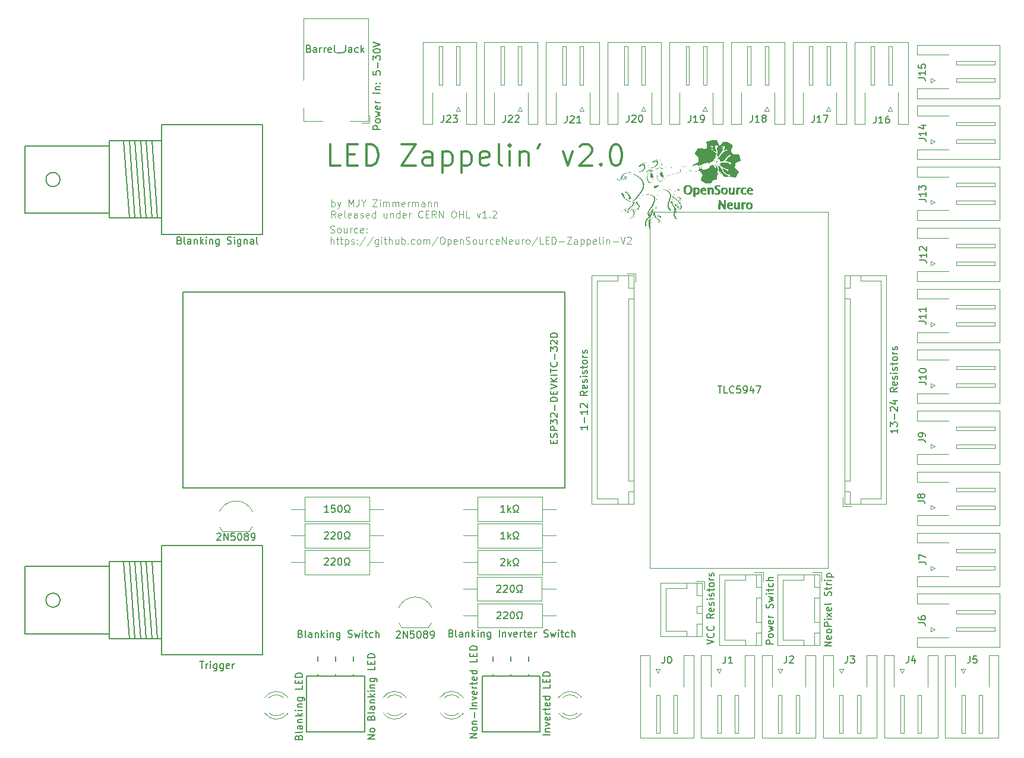
<source format=gbr>
%TF.GenerationSoftware,KiCad,Pcbnew,(6.0.4)*%
%TF.CreationDate,2023-06-02T21:22:22+02:00*%
%TF.ProjectId,LED-Zappelin-V2,4c45442d-5a61-4707-9065-6c696e2d5632,rev?*%
%TF.SameCoordinates,Original*%
%TF.FileFunction,Legend,Top*%
%TF.FilePolarity,Positive*%
%FSLAX46Y46*%
G04 Gerber Fmt 4.6, Leading zero omitted, Abs format (unit mm)*
G04 Created by KiCad (PCBNEW (6.0.4)) date 2023-06-02 21:22:22*
%MOMM*%
%LPD*%
G01*
G04 APERTURE LIST*
%ADD10C,0.200000*%
%ADD11C,0.300000*%
%ADD12C,0.100000*%
%ADD13C,0.150000*%
%ADD14C,0.120000*%
%ADD15C,0.127000*%
%ADD16C,0.050000*%
G04 APERTURE END LIST*
D10*
X90552380Y-55592857D02*
X89552380Y-55592857D01*
X89552380Y-55211904D01*
X89600000Y-55116666D01*
X89647619Y-55069047D01*
X89742857Y-55021428D01*
X89885714Y-55021428D01*
X89980952Y-55069047D01*
X90028571Y-55116666D01*
X90076190Y-55211904D01*
X90076190Y-55592857D01*
X90552380Y-54450000D02*
X90504761Y-54545238D01*
X90457142Y-54592857D01*
X90361904Y-54640476D01*
X90076190Y-54640476D01*
X89980952Y-54592857D01*
X89933333Y-54545238D01*
X89885714Y-54450000D01*
X89885714Y-54307142D01*
X89933333Y-54211904D01*
X89980952Y-54164285D01*
X90076190Y-54116666D01*
X90361904Y-54116666D01*
X90457142Y-54164285D01*
X90504761Y-54211904D01*
X90552380Y-54307142D01*
X90552380Y-54450000D01*
X89885714Y-53783333D02*
X90552380Y-53592857D01*
X90076190Y-53402380D01*
X90552380Y-53211904D01*
X89885714Y-53021428D01*
X90504761Y-52259523D02*
X90552380Y-52354761D01*
X90552380Y-52545238D01*
X90504761Y-52640476D01*
X90409523Y-52688095D01*
X90028571Y-52688095D01*
X89933333Y-52640476D01*
X89885714Y-52545238D01*
X89885714Y-52354761D01*
X89933333Y-52259523D01*
X90028571Y-52211904D01*
X90123809Y-52211904D01*
X90219047Y-52688095D01*
X90552380Y-51783333D02*
X89885714Y-51783333D01*
X90076190Y-51783333D02*
X89980952Y-51735714D01*
X89933333Y-51688095D01*
X89885714Y-51592857D01*
X89885714Y-51497619D01*
X90552380Y-50402380D02*
X89885714Y-50402380D01*
X89552380Y-50402380D02*
X89600000Y-50450000D01*
X89647619Y-50402380D01*
X89600000Y-50354761D01*
X89552380Y-50402380D01*
X89647619Y-50402380D01*
X89885714Y-49926190D02*
X90552380Y-49926190D01*
X89980952Y-49926190D02*
X89933333Y-49878571D01*
X89885714Y-49783333D01*
X89885714Y-49640476D01*
X89933333Y-49545238D01*
X90028571Y-49497619D01*
X90552380Y-49497619D01*
X90457142Y-49021428D02*
X90504761Y-48973809D01*
X90552380Y-49021428D01*
X90504761Y-49069047D01*
X90457142Y-49021428D01*
X90552380Y-49021428D01*
X89933333Y-49021428D02*
X89980952Y-48973809D01*
X90028571Y-49021428D01*
X89980952Y-49069047D01*
X89933333Y-49021428D01*
X90028571Y-49021428D01*
X89552380Y-47307142D02*
X89552380Y-47783333D01*
X90028571Y-47830952D01*
X89980952Y-47783333D01*
X89933333Y-47688095D01*
X89933333Y-47450000D01*
X89980952Y-47354761D01*
X90028571Y-47307142D01*
X90123809Y-47259523D01*
X90361904Y-47259523D01*
X90457142Y-47307142D01*
X90504761Y-47354761D01*
X90552380Y-47450000D01*
X90552380Y-47688095D01*
X90504761Y-47783333D01*
X90457142Y-47830952D01*
X90171428Y-46830952D02*
X90171428Y-46069047D01*
X89552380Y-45688095D02*
X89552380Y-45069047D01*
X89933333Y-45402380D01*
X89933333Y-45259523D01*
X89980952Y-45164285D01*
X90028571Y-45116666D01*
X90123809Y-45069047D01*
X90361904Y-45069047D01*
X90457142Y-45116666D01*
X90504761Y-45164285D01*
X90552380Y-45259523D01*
X90552380Y-45545238D01*
X90504761Y-45640476D01*
X90457142Y-45688095D01*
X89552380Y-44450000D02*
X89552380Y-44354761D01*
X89600000Y-44259523D01*
X89647619Y-44211904D01*
X89742857Y-44164285D01*
X89933333Y-44116666D01*
X90171428Y-44116666D01*
X90361904Y-44164285D01*
X90457142Y-44211904D01*
X90504761Y-44259523D01*
X90552380Y-44354761D01*
X90552380Y-44450000D01*
X90504761Y-44545238D01*
X90457142Y-44592857D01*
X90361904Y-44640476D01*
X90171428Y-44688095D01*
X89933333Y-44688095D01*
X89742857Y-44640476D01*
X89647619Y-44592857D01*
X89600000Y-44545238D01*
X89552380Y-44450000D01*
X89552380Y-43830952D02*
X90552380Y-43497619D01*
X89552380Y-43164285D01*
D11*
X84864285Y-60757142D02*
X83435714Y-60757142D01*
X83435714Y-57757142D01*
X85864285Y-59185714D02*
X86864285Y-59185714D01*
X87292857Y-60757142D02*
X85864285Y-60757142D01*
X85864285Y-57757142D01*
X87292857Y-57757142D01*
X88578571Y-60757142D02*
X88578571Y-57757142D01*
X89292857Y-57757142D01*
X89721428Y-57900000D01*
X90007142Y-58185714D01*
X90150000Y-58471428D01*
X90292857Y-59042857D01*
X90292857Y-59471428D01*
X90150000Y-60042857D01*
X90007142Y-60328571D01*
X89721428Y-60614285D01*
X89292857Y-60757142D01*
X88578571Y-60757142D01*
X93578571Y-57757142D02*
X95578571Y-57757142D01*
X93578571Y-60757142D01*
X95578571Y-60757142D01*
X98007142Y-60757142D02*
X98007142Y-59185714D01*
X97864285Y-58900000D01*
X97578571Y-58757142D01*
X97007142Y-58757142D01*
X96721428Y-58900000D01*
X98007142Y-60614285D02*
X97721428Y-60757142D01*
X97007142Y-60757142D01*
X96721428Y-60614285D01*
X96578571Y-60328571D01*
X96578571Y-60042857D01*
X96721428Y-59757142D01*
X97007142Y-59614285D01*
X97721428Y-59614285D01*
X98007142Y-59471428D01*
X99435714Y-58757142D02*
X99435714Y-61757142D01*
X99435714Y-58900000D02*
X99721428Y-58757142D01*
X100292857Y-58757142D01*
X100578571Y-58900000D01*
X100721428Y-59042857D01*
X100864285Y-59328571D01*
X100864285Y-60185714D01*
X100721428Y-60471428D01*
X100578571Y-60614285D01*
X100292857Y-60757142D01*
X99721428Y-60757142D01*
X99435714Y-60614285D01*
X102150000Y-58757142D02*
X102150000Y-61757142D01*
X102150000Y-58900000D02*
X102435714Y-58757142D01*
X103007142Y-58757142D01*
X103292857Y-58900000D01*
X103435714Y-59042857D01*
X103578571Y-59328571D01*
X103578571Y-60185714D01*
X103435714Y-60471428D01*
X103292857Y-60614285D01*
X103007142Y-60757142D01*
X102435714Y-60757142D01*
X102150000Y-60614285D01*
X106007142Y-60614285D02*
X105721428Y-60757142D01*
X105150000Y-60757142D01*
X104864285Y-60614285D01*
X104721428Y-60328571D01*
X104721428Y-59185714D01*
X104864285Y-58900000D01*
X105150000Y-58757142D01*
X105721428Y-58757142D01*
X106007142Y-58900000D01*
X106150000Y-59185714D01*
X106150000Y-59471428D01*
X104721428Y-59757142D01*
X107864285Y-60757142D02*
X107578571Y-60614285D01*
X107435714Y-60328571D01*
X107435714Y-57757142D01*
X109007142Y-60757142D02*
X109007142Y-58757142D01*
X109007142Y-57757142D02*
X108864285Y-57900000D01*
X109007142Y-58042857D01*
X109150000Y-57900000D01*
X109007142Y-57757142D01*
X109007142Y-58042857D01*
X110435714Y-58757142D02*
X110435714Y-60757142D01*
X110435714Y-59042857D02*
X110578571Y-58900000D01*
X110864285Y-58757142D01*
X111292857Y-58757142D01*
X111578571Y-58900000D01*
X111721428Y-59185714D01*
X111721428Y-60757142D01*
X113292857Y-57757142D02*
X113007142Y-58328571D01*
X116578571Y-58757142D02*
X117292857Y-60757142D01*
X118007142Y-58757142D01*
X119007142Y-58042857D02*
X119150000Y-57900000D01*
X119435714Y-57757142D01*
X120150000Y-57757142D01*
X120435714Y-57900000D01*
X120578571Y-58042857D01*
X120721428Y-58328571D01*
X120721428Y-58614285D01*
X120578571Y-59042857D01*
X118864285Y-60757142D01*
X120721428Y-60757142D01*
X122007142Y-60471428D02*
X122150000Y-60614285D01*
X122007142Y-60757142D01*
X121864285Y-60614285D01*
X122007142Y-60471428D01*
X122007142Y-60757142D01*
X124007142Y-57757142D02*
X124292857Y-57757142D01*
X124578571Y-57900000D01*
X124721428Y-58042857D01*
X124864285Y-58328571D01*
X125007142Y-58900000D01*
X125007142Y-59614285D01*
X124864285Y-60185714D01*
X124721428Y-60471428D01*
X124578571Y-60614285D01*
X124292857Y-60757142D01*
X124007142Y-60757142D01*
X123721428Y-60614285D01*
X123578571Y-60471428D01*
X123435714Y-60185714D01*
X123292857Y-59614285D01*
X123292857Y-58900000D01*
X123435714Y-58328571D01*
X123578571Y-58042857D01*
X123721428Y-57900000D01*
X124007142Y-57757142D01*
D12*
X83603095Y-66597380D02*
X83603095Y-65597380D01*
X83603095Y-65978333D02*
X83698333Y-65930714D01*
X83888809Y-65930714D01*
X83984047Y-65978333D01*
X84031666Y-66025952D01*
X84079285Y-66121190D01*
X84079285Y-66406904D01*
X84031666Y-66502142D01*
X83984047Y-66549761D01*
X83888809Y-66597380D01*
X83698333Y-66597380D01*
X83603095Y-66549761D01*
X84412619Y-65930714D02*
X84650714Y-66597380D01*
X84888809Y-65930714D02*
X84650714Y-66597380D01*
X84555476Y-66835476D01*
X84507857Y-66883095D01*
X84412619Y-66930714D01*
X86031666Y-66597380D02*
X86031666Y-65597380D01*
X86365000Y-66311666D01*
X86698333Y-65597380D01*
X86698333Y-66597380D01*
X87460238Y-65597380D02*
X87460238Y-66311666D01*
X87412619Y-66454523D01*
X87317380Y-66549761D01*
X87174523Y-66597380D01*
X87079285Y-66597380D01*
X88126904Y-66121190D02*
X88126904Y-66597380D01*
X87793571Y-65597380D02*
X88126904Y-66121190D01*
X88460238Y-65597380D01*
X89460238Y-65597380D02*
X90126904Y-65597380D01*
X89460238Y-66597380D01*
X90126904Y-66597380D01*
X90507857Y-66597380D02*
X90507857Y-65930714D01*
X90507857Y-65597380D02*
X90460238Y-65645000D01*
X90507857Y-65692619D01*
X90555476Y-65645000D01*
X90507857Y-65597380D01*
X90507857Y-65692619D01*
X90984047Y-66597380D02*
X90984047Y-65930714D01*
X90984047Y-66025952D02*
X91031666Y-65978333D01*
X91126904Y-65930714D01*
X91269761Y-65930714D01*
X91365000Y-65978333D01*
X91412619Y-66073571D01*
X91412619Y-66597380D01*
X91412619Y-66073571D02*
X91460238Y-65978333D01*
X91555476Y-65930714D01*
X91698333Y-65930714D01*
X91793571Y-65978333D01*
X91841190Y-66073571D01*
X91841190Y-66597380D01*
X92317380Y-66597380D02*
X92317380Y-65930714D01*
X92317380Y-66025952D02*
X92365000Y-65978333D01*
X92460238Y-65930714D01*
X92603095Y-65930714D01*
X92698333Y-65978333D01*
X92745952Y-66073571D01*
X92745952Y-66597380D01*
X92745952Y-66073571D02*
X92793571Y-65978333D01*
X92888809Y-65930714D01*
X93031666Y-65930714D01*
X93126904Y-65978333D01*
X93174523Y-66073571D01*
X93174523Y-66597380D01*
X94031666Y-66549761D02*
X93936428Y-66597380D01*
X93745952Y-66597380D01*
X93650714Y-66549761D01*
X93603095Y-66454523D01*
X93603095Y-66073571D01*
X93650714Y-65978333D01*
X93745952Y-65930714D01*
X93936428Y-65930714D01*
X94031666Y-65978333D01*
X94079285Y-66073571D01*
X94079285Y-66168809D01*
X93603095Y-66264047D01*
X94507857Y-66597380D02*
X94507857Y-65930714D01*
X94507857Y-66121190D02*
X94555476Y-66025952D01*
X94603095Y-65978333D01*
X94698333Y-65930714D01*
X94793571Y-65930714D01*
X95126904Y-66597380D02*
X95126904Y-65930714D01*
X95126904Y-66025952D02*
X95174523Y-65978333D01*
X95269761Y-65930714D01*
X95412619Y-65930714D01*
X95507857Y-65978333D01*
X95555476Y-66073571D01*
X95555476Y-66597380D01*
X95555476Y-66073571D02*
X95603095Y-65978333D01*
X95698333Y-65930714D01*
X95841190Y-65930714D01*
X95936428Y-65978333D01*
X95984047Y-66073571D01*
X95984047Y-66597380D01*
X96888809Y-66597380D02*
X96888809Y-66073571D01*
X96841190Y-65978333D01*
X96745952Y-65930714D01*
X96555476Y-65930714D01*
X96460238Y-65978333D01*
X96888809Y-66549761D02*
X96793571Y-66597380D01*
X96555476Y-66597380D01*
X96460238Y-66549761D01*
X96412619Y-66454523D01*
X96412619Y-66359285D01*
X96460238Y-66264047D01*
X96555476Y-66216428D01*
X96793571Y-66216428D01*
X96888809Y-66168809D01*
X97365000Y-65930714D02*
X97365000Y-66597380D01*
X97365000Y-66025952D02*
X97412619Y-65978333D01*
X97507857Y-65930714D01*
X97650714Y-65930714D01*
X97745952Y-65978333D01*
X97793571Y-66073571D01*
X97793571Y-66597380D01*
X98269761Y-65930714D02*
X98269761Y-66597380D01*
X98269761Y-66025952D02*
X98317380Y-65978333D01*
X98412619Y-65930714D01*
X98555476Y-65930714D01*
X98650714Y-65978333D01*
X98698333Y-66073571D01*
X98698333Y-66597380D01*
X84174523Y-68207380D02*
X83841190Y-67731190D01*
X83603095Y-68207380D02*
X83603095Y-67207380D01*
X83984047Y-67207380D01*
X84079285Y-67255000D01*
X84126904Y-67302619D01*
X84174523Y-67397857D01*
X84174523Y-67540714D01*
X84126904Y-67635952D01*
X84079285Y-67683571D01*
X83984047Y-67731190D01*
X83603095Y-67731190D01*
X84984047Y-68159761D02*
X84888809Y-68207380D01*
X84698333Y-68207380D01*
X84603095Y-68159761D01*
X84555476Y-68064523D01*
X84555476Y-67683571D01*
X84603095Y-67588333D01*
X84698333Y-67540714D01*
X84888809Y-67540714D01*
X84984047Y-67588333D01*
X85031666Y-67683571D01*
X85031666Y-67778809D01*
X84555476Y-67874047D01*
X85603095Y-68207380D02*
X85507857Y-68159761D01*
X85460238Y-68064523D01*
X85460238Y-67207380D01*
X86365000Y-68159761D02*
X86269761Y-68207380D01*
X86079285Y-68207380D01*
X85984047Y-68159761D01*
X85936428Y-68064523D01*
X85936428Y-67683571D01*
X85984047Y-67588333D01*
X86079285Y-67540714D01*
X86269761Y-67540714D01*
X86365000Y-67588333D01*
X86412619Y-67683571D01*
X86412619Y-67778809D01*
X85936428Y-67874047D01*
X87269761Y-68207380D02*
X87269761Y-67683571D01*
X87222142Y-67588333D01*
X87126904Y-67540714D01*
X86936428Y-67540714D01*
X86841190Y-67588333D01*
X87269761Y-68159761D02*
X87174523Y-68207380D01*
X86936428Y-68207380D01*
X86841190Y-68159761D01*
X86793571Y-68064523D01*
X86793571Y-67969285D01*
X86841190Y-67874047D01*
X86936428Y-67826428D01*
X87174523Y-67826428D01*
X87269761Y-67778809D01*
X87698333Y-68159761D02*
X87793571Y-68207380D01*
X87984047Y-68207380D01*
X88079285Y-68159761D01*
X88126904Y-68064523D01*
X88126904Y-68016904D01*
X88079285Y-67921666D01*
X87984047Y-67874047D01*
X87841190Y-67874047D01*
X87745952Y-67826428D01*
X87698333Y-67731190D01*
X87698333Y-67683571D01*
X87745952Y-67588333D01*
X87841190Y-67540714D01*
X87984047Y-67540714D01*
X88079285Y-67588333D01*
X88936428Y-68159761D02*
X88841190Y-68207380D01*
X88650714Y-68207380D01*
X88555476Y-68159761D01*
X88507857Y-68064523D01*
X88507857Y-67683571D01*
X88555476Y-67588333D01*
X88650714Y-67540714D01*
X88841190Y-67540714D01*
X88936428Y-67588333D01*
X88984047Y-67683571D01*
X88984047Y-67778809D01*
X88507857Y-67874047D01*
X89841190Y-68207380D02*
X89841190Y-67207380D01*
X89841190Y-68159761D02*
X89745952Y-68207380D01*
X89555476Y-68207380D01*
X89460238Y-68159761D01*
X89412619Y-68112142D01*
X89365000Y-68016904D01*
X89365000Y-67731190D01*
X89412619Y-67635952D01*
X89460238Y-67588333D01*
X89555476Y-67540714D01*
X89745952Y-67540714D01*
X89841190Y-67588333D01*
X91507857Y-67540714D02*
X91507857Y-68207380D01*
X91079285Y-67540714D02*
X91079285Y-68064523D01*
X91126904Y-68159761D01*
X91222142Y-68207380D01*
X91365000Y-68207380D01*
X91460238Y-68159761D01*
X91507857Y-68112142D01*
X91984047Y-67540714D02*
X91984047Y-68207380D01*
X91984047Y-67635952D02*
X92031666Y-67588333D01*
X92126904Y-67540714D01*
X92269761Y-67540714D01*
X92365000Y-67588333D01*
X92412619Y-67683571D01*
X92412619Y-68207380D01*
X93317380Y-68207380D02*
X93317380Y-67207380D01*
X93317380Y-68159761D02*
X93222142Y-68207380D01*
X93031666Y-68207380D01*
X92936428Y-68159761D01*
X92888809Y-68112142D01*
X92841190Y-68016904D01*
X92841190Y-67731190D01*
X92888809Y-67635952D01*
X92936428Y-67588333D01*
X93031666Y-67540714D01*
X93222142Y-67540714D01*
X93317380Y-67588333D01*
X94174523Y-68159761D02*
X94079285Y-68207380D01*
X93888809Y-68207380D01*
X93793571Y-68159761D01*
X93745952Y-68064523D01*
X93745952Y-67683571D01*
X93793571Y-67588333D01*
X93888809Y-67540714D01*
X94079285Y-67540714D01*
X94174523Y-67588333D01*
X94222142Y-67683571D01*
X94222142Y-67778809D01*
X93745952Y-67874047D01*
X94650714Y-68207380D02*
X94650714Y-67540714D01*
X94650714Y-67731190D02*
X94698333Y-67635952D01*
X94745952Y-67588333D01*
X94841190Y-67540714D01*
X94936428Y-67540714D01*
X96603095Y-68112142D02*
X96555476Y-68159761D01*
X96412619Y-68207380D01*
X96317380Y-68207380D01*
X96174523Y-68159761D01*
X96079285Y-68064523D01*
X96031666Y-67969285D01*
X95984047Y-67778809D01*
X95984047Y-67635952D01*
X96031666Y-67445476D01*
X96079285Y-67350238D01*
X96174523Y-67255000D01*
X96317380Y-67207380D01*
X96412619Y-67207380D01*
X96555476Y-67255000D01*
X96603095Y-67302619D01*
X97031666Y-67683571D02*
X97365000Y-67683571D01*
X97507857Y-68207380D02*
X97031666Y-68207380D01*
X97031666Y-67207380D01*
X97507857Y-67207380D01*
X98507857Y-68207380D02*
X98174523Y-67731190D01*
X97936428Y-68207380D02*
X97936428Y-67207380D01*
X98317380Y-67207380D01*
X98412619Y-67255000D01*
X98460238Y-67302619D01*
X98507857Y-67397857D01*
X98507857Y-67540714D01*
X98460238Y-67635952D01*
X98412619Y-67683571D01*
X98317380Y-67731190D01*
X97936428Y-67731190D01*
X98936428Y-68207380D02*
X98936428Y-67207380D01*
X99507857Y-68207380D01*
X99507857Y-67207380D01*
X100936428Y-67207380D02*
X101126904Y-67207380D01*
X101222142Y-67255000D01*
X101317380Y-67350238D01*
X101365000Y-67540714D01*
X101365000Y-67874047D01*
X101317380Y-68064523D01*
X101222142Y-68159761D01*
X101126904Y-68207380D01*
X100936428Y-68207380D01*
X100841190Y-68159761D01*
X100745952Y-68064523D01*
X100698333Y-67874047D01*
X100698333Y-67540714D01*
X100745952Y-67350238D01*
X100841190Y-67255000D01*
X100936428Y-67207380D01*
X101793571Y-68207380D02*
X101793571Y-67207380D01*
X101793571Y-67683571D02*
X102365000Y-67683571D01*
X102365000Y-68207380D02*
X102365000Y-67207380D01*
X103317380Y-68207380D02*
X102841190Y-68207380D01*
X102841190Y-67207380D01*
X104317380Y-67540714D02*
X104555476Y-68207380D01*
X104793571Y-67540714D01*
X105698333Y-68207380D02*
X105126904Y-68207380D01*
X105412619Y-68207380D02*
X105412619Y-67207380D01*
X105317380Y-67350238D01*
X105222142Y-67445476D01*
X105126904Y-67493095D01*
X106126904Y-68112142D02*
X106174523Y-68159761D01*
X106126904Y-68207380D01*
X106079285Y-68159761D01*
X106126904Y-68112142D01*
X106126904Y-68207380D01*
X106555476Y-67302619D02*
X106603095Y-67255000D01*
X106698333Y-67207380D01*
X106936428Y-67207380D01*
X107031666Y-67255000D01*
X107079285Y-67302619D01*
X107126904Y-67397857D01*
X107126904Y-67493095D01*
X107079285Y-67635952D01*
X106507857Y-68207380D01*
X107126904Y-68207380D01*
X83455476Y-70299761D02*
X83598333Y-70347380D01*
X83836428Y-70347380D01*
X83931666Y-70299761D01*
X83979285Y-70252142D01*
X84026904Y-70156904D01*
X84026904Y-70061666D01*
X83979285Y-69966428D01*
X83931666Y-69918809D01*
X83836428Y-69871190D01*
X83645952Y-69823571D01*
X83550714Y-69775952D01*
X83503095Y-69728333D01*
X83455476Y-69633095D01*
X83455476Y-69537857D01*
X83503095Y-69442619D01*
X83550714Y-69395000D01*
X83645952Y-69347380D01*
X83884047Y-69347380D01*
X84026904Y-69395000D01*
X84598333Y-70347380D02*
X84503095Y-70299761D01*
X84455476Y-70252142D01*
X84407857Y-70156904D01*
X84407857Y-69871190D01*
X84455476Y-69775952D01*
X84503095Y-69728333D01*
X84598333Y-69680714D01*
X84741190Y-69680714D01*
X84836428Y-69728333D01*
X84884047Y-69775952D01*
X84931666Y-69871190D01*
X84931666Y-70156904D01*
X84884047Y-70252142D01*
X84836428Y-70299761D01*
X84741190Y-70347380D01*
X84598333Y-70347380D01*
X85788809Y-69680714D02*
X85788809Y-70347380D01*
X85360238Y-69680714D02*
X85360238Y-70204523D01*
X85407857Y-70299761D01*
X85503095Y-70347380D01*
X85645952Y-70347380D01*
X85741190Y-70299761D01*
X85788809Y-70252142D01*
X86265000Y-70347380D02*
X86265000Y-69680714D01*
X86265000Y-69871190D02*
X86312619Y-69775952D01*
X86360238Y-69728333D01*
X86455476Y-69680714D01*
X86550714Y-69680714D01*
X87312619Y-70299761D02*
X87217380Y-70347380D01*
X87026904Y-70347380D01*
X86931666Y-70299761D01*
X86884047Y-70252142D01*
X86836428Y-70156904D01*
X86836428Y-69871190D01*
X86884047Y-69775952D01*
X86931666Y-69728333D01*
X87026904Y-69680714D01*
X87217380Y-69680714D01*
X87312619Y-69728333D01*
X88122142Y-70299761D02*
X88026904Y-70347380D01*
X87836428Y-70347380D01*
X87741190Y-70299761D01*
X87693571Y-70204523D01*
X87693571Y-69823571D01*
X87741190Y-69728333D01*
X87836428Y-69680714D01*
X88026904Y-69680714D01*
X88122142Y-69728333D01*
X88169761Y-69823571D01*
X88169761Y-69918809D01*
X87693571Y-70014047D01*
X88598333Y-70252142D02*
X88645952Y-70299761D01*
X88598333Y-70347380D01*
X88550714Y-70299761D01*
X88598333Y-70252142D01*
X88598333Y-70347380D01*
X88598333Y-69728333D02*
X88645952Y-69775952D01*
X88598333Y-69823571D01*
X88550714Y-69775952D01*
X88598333Y-69728333D01*
X88598333Y-69823571D01*
X83503095Y-71957380D02*
X83503095Y-70957380D01*
X83931666Y-71957380D02*
X83931666Y-71433571D01*
X83884047Y-71338333D01*
X83788809Y-71290714D01*
X83645952Y-71290714D01*
X83550714Y-71338333D01*
X83503095Y-71385952D01*
X84265000Y-71290714D02*
X84645952Y-71290714D01*
X84407857Y-70957380D02*
X84407857Y-71814523D01*
X84455476Y-71909761D01*
X84550714Y-71957380D01*
X84645952Y-71957380D01*
X84836428Y-71290714D02*
X85217380Y-71290714D01*
X84979285Y-70957380D02*
X84979285Y-71814523D01*
X85026904Y-71909761D01*
X85122142Y-71957380D01*
X85217380Y-71957380D01*
X85550714Y-71290714D02*
X85550714Y-72290714D01*
X85550714Y-71338333D02*
X85645952Y-71290714D01*
X85836428Y-71290714D01*
X85931666Y-71338333D01*
X85979285Y-71385952D01*
X86026904Y-71481190D01*
X86026904Y-71766904D01*
X85979285Y-71862142D01*
X85931666Y-71909761D01*
X85836428Y-71957380D01*
X85645952Y-71957380D01*
X85550714Y-71909761D01*
X86407857Y-71909761D02*
X86503095Y-71957380D01*
X86693571Y-71957380D01*
X86788809Y-71909761D01*
X86836428Y-71814523D01*
X86836428Y-71766904D01*
X86788809Y-71671666D01*
X86693571Y-71624047D01*
X86550714Y-71624047D01*
X86455476Y-71576428D01*
X86407857Y-71481190D01*
X86407857Y-71433571D01*
X86455476Y-71338333D01*
X86550714Y-71290714D01*
X86693571Y-71290714D01*
X86788809Y-71338333D01*
X87265000Y-71862142D02*
X87312619Y-71909761D01*
X87265000Y-71957380D01*
X87217380Y-71909761D01*
X87265000Y-71862142D01*
X87265000Y-71957380D01*
X87265000Y-71338333D02*
X87312619Y-71385952D01*
X87265000Y-71433571D01*
X87217380Y-71385952D01*
X87265000Y-71338333D01*
X87265000Y-71433571D01*
X88455476Y-70909761D02*
X87598333Y-72195476D01*
X89503095Y-70909761D02*
X88645952Y-72195476D01*
X90265000Y-71290714D02*
X90265000Y-72100238D01*
X90217380Y-72195476D01*
X90169761Y-72243095D01*
X90074523Y-72290714D01*
X89931666Y-72290714D01*
X89836428Y-72243095D01*
X90265000Y-71909761D02*
X90169761Y-71957380D01*
X89979285Y-71957380D01*
X89884047Y-71909761D01*
X89836428Y-71862142D01*
X89788809Y-71766904D01*
X89788809Y-71481190D01*
X89836428Y-71385952D01*
X89884047Y-71338333D01*
X89979285Y-71290714D01*
X90169761Y-71290714D01*
X90265000Y-71338333D01*
X90741190Y-71957380D02*
X90741190Y-71290714D01*
X90741190Y-70957380D02*
X90693571Y-71005000D01*
X90741190Y-71052619D01*
X90788809Y-71005000D01*
X90741190Y-70957380D01*
X90741190Y-71052619D01*
X91074523Y-71290714D02*
X91455476Y-71290714D01*
X91217380Y-70957380D02*
X91217380Y-71814523D01*
X91265000Y-71909761D01*
X91360238Y-71957380D01*
X91455476Y-71957380D01*
X91788809Y-71957380D02*
X91788809Y-70957380D01*
X92217380Y-71957380D02*
X92217380Y-71433571D01*
X92169761Y-71338333D01*
X92074523Y-71290714D01*
X91931666Y-71290714D01*
X91836428Y-71338333D01*
X91788809Y-71385952D01*
X93122142Y-71290714D02*
X93122142Y-71957380D01*
X92693571Y-71290714D02*
X92693571Y-71814523D01*
X92741190Y-71909761D01*
X92836428Y-71957380D01*
X92979285Y-71957380D01*
X93074523Y-71909761D01*
X93122142Y-71862142D01*
X93598333Y-71957380D02*
X93598333Y-70957380D01*
X93598333Y-71338333D02*
X93693571Y-71290714D01*
X93884047Y-71290714D01*
X93979285Y-71338333D01*
X94026904Y-71385952D01*
X94074523Y-71481190D01*
X94074523Y-71766904D01*
X94026904Y-71862142D01*
X93979285Y-71909761D01*
X93884047Y-71957380D01*
X93693571Y-71957380D01*
X93598333Y-71909761D01*
X94503095Y-71862142D02*
X94550714Y-71909761D01*
X94503095Y-71957380D01*
X94455476Y-71909761D01*
X94503095Y-71862142D01*
X94503095Y-71957380D01*
X95407857Y-71909761D02*
X95312619Y-71957380D01*
X95122142Y-71957380D01*
X95026904Y-71909761D01*
X94979285Y-71862142D01*
X94931666Y-71766904D01*
X94931666Y-71481190D01*
X94979285Y-71385952D01*
X95026904Y-71338333D01*
X95122142Y-71290714D01*
X95312619Y-71290714D01*
X95407857Y-71338333D01*
X95979285Y-71957380D02*
X95884047Y-71909761D01*
X95836428Y-71862142D01*
X95788809Y-71766904D01*
X95788809Y-71481190D01*
X95836428Y-71385952D01*
X95884047Y-71338333D01*
X95979285Y-71290714D01*
X96122142Y-71290714D01*
X96217380Y-71338333D01*
X96265000Y-71385952D01*
X96312619Y-71481190D01*
X96312619Y-71766904D01*
X96265000Y-71862142D01*
X96217380Y-71909761D01*
X96122142Y-71957380D01*
X95979285Y-71957380D01*
X96741190Y-71957380D02*
X96741190Y-71290714D01*
X96741190Y-71385952D02*
X96788809Y-71338333D01*
X96884047Y-71290714D01*
X97026904Y-71290714D01*
X97122142Y-71338333D01*
X97169761Y-71433571D01*
X97169761Y-71957380D01*
X97169761Y-71433571D02*
X97217380Y-71338333D01*
X97312619Y-71290714D01*
X97455476Y-71290714D01*
X97550714Y-71338333D01*
X97598333Y-71433571D01*
X97598333Y-71957380D01*
X98788809Y-70909761D02*
X97931666Y-72195476D01*
X99312619Y-70957380D02*
X99503095Y-70957380D01*
X99598333Y-71005000D01*
X99693571Y-71100238D01*
X99741190Y-71290714D01*
X99741190Y-71624047D01*
X99693571Y-71814523D01*
X99598333Y-71909761D01*
X99503095Y-71957380D01*
X99312619Y-71957380D01*
X99217380Y-71909761D01*
X99122142Y-71814523D01*
X99074523Y-71624047D01*
X99074523Y-71290714D01*
X99122142Y-71100238D01*
X99217380Y-71005000D01*
X99312619Y-70957380D01*
X100169761Y-71290714D02*
X100169761Y-72290714D01*
X100169761Y-71338333D02*
X100265000Y-71290714D01*
X100455476Y-71290714D01*
X100550714Y-71338333D01*
X100598333Y-71385952D01*
X100645952Y-71481190D01*
X100645952Y-71766904D01*
X100598333Y-71862142D01*
X100550714Y-71909761D01*
X100455476Y-71957380D01*
X100265000Y-71957380D01*
X100169761Y-71909761D01*
X101455476Y-71909761D02*
X101360238Y-71957380D01*
X101169761Y-71957380D01*
X101074523Y-71909761D01*
X101026904Y-71814523D01*
X101026904Y-71433571D01*
X101074523Y-71338333D01*
X101169761Y-71290714D01*
X101360238Y-71290714D01*
X101455476Y-71338333D01*
X101503095Y-71433571D01*
X101503095Y-71528809D01*
X101026904Y-71624047D01*
X101931666Y-71290714D02*
X101931666Y-71957380D01*
X101931666Y-71385952D02*
X101979285Y-71338333D01*
X102074523Y-71290714D01*
X102217380Y-71290714D01*
X102312619Y-71338333D01*
X102360238Y-71433571D01*
X102360238Y-71957380D01*
X102788809Y-71909761D02*
X102931666Y-71957380D01*
X103169761Y-71957380D01*
X103265000Y-71909761D01*
X103312619Y-71862142D01*
X103360238Y-71766904D01*
X103360238Y-71671666D01*
X103312619Y-71576428D01*
X103265000Y-71528809D01*
X103169761Y-71481190D01*
X102979285Y-71433571D01*
X102884047Y-71385952D01*
X102836428Y-71338333D01*
X102788809Y-71243095D01*
X102788809Y-71147857D01*
X102836428Y-71052619D01*
X102884047Y-71005000D01*
X102979285Y-70957380D01*
X103217380Y-70957380D01*
X103360238Y-71005000D01*
X103931666Y-71957380D02*
X103836428Y-71909761D01*
X103788809Y-71862142D01*
X103741190Y-71766904D01*
X103741190Y-71481190D01*
X103788809Y-71385952D01*
X103836428Y-71338333D01*
X103931666Y-71290714D01*
X104074523Y-71290714D01*
X104169761Y-71338333D01*
X104217380Y-71385952D01*
X104265000Y-71481190D01*
X104265000Y-71766904D01*
X104217380Y-71862142D01*
X104169761Y-71909761D01*
X104074523Y-71957380D01*
X103931666Y-71957380D01*
X105122142Y-71290714D02*
X105122142Y-71957380D01*
X104693571Y-71290714D02*
X104693571Y-71814523D01*
X104741190Y-71909761D01*
X104836428Y-71957380D01*
X104979285Y-71957380D01*
X105074523Y-71909761D01*
X105122142Y-71862142D01*
X105598333Y-71957380D02*
X105598333Y-71290714D01*
X105598333Y-71481190D02*
X105645952Y-71385952D01*
X105693571Y-71338333D01*
X105788809Y-71290714D01*
X105884047Y-71290714D01*
X106645952Y-71909761D02*
X106550714Y-71957380D01*
X106360238Y-71957380D01*
X106265000Y-71909761D01*
X106217380Y-71862142D01*
X106169761Y-71766904D01*
X106169761Y-71481190D01*
X106217380Y-71385952D01*
X106265000Y-71338333D01*
X106360238Y-71290714D01*
X106550714Y-71290714D01*
X106645952Y-71338333D01*
X107455476Y-71909761D02*
X107360238Y-71957380D01*
X107169761Y-71957380D01*
X107074523Y-71909761D01*
X107026904Y-71814523D01*
X107026904Y-71433571D01*
X107074523Y-71338333D01*
X107169761Y-71290714D01*
X107360238Y-71290714D01*
X107455476Y-71338333D01*
X107503095Y-71433571D01*
X107503095Y-71528809D01*
X107026904Y-71624047D01*
X107931666Y-71957380D02*
X107931666Y-70957380D01*
X108503095Y-71957380D01*
X108503095Y-70957380D01*
X109360238Y-71909761D02*
X109265000Y-71957380D01*
X109074523Y-71957380D01*
X108979285Y-71909761D01*
X108931666Y-71814523D01*
X108931666Y-71433571D01*
X108979285Y-71338333D01*
X109074523Y-71290714D01*
X109265000Y-71290714D01*
X109360238Y-71338333D01*
X109407857Y-71433571D01*
X109407857Y-71528809D01*
X108931666Y-71624047D01*
X110265000Y-71290714D02*
X110265000Y-71957380D01*
X109836428Y-71290714D02*
X109836428Y-71814523D01*
X109884047Y-71909761D01*
X109979285Y-71957380D01*
X110122142Y-71957380D01*
X110217380Y-71909761D01*
X110265000Y-71862142D01*
X110741190Y-71957380D02*
X110741190Y-71290714D01*
X110741190Y-71481190D02*
X110788809Y-71385952D01*
X110836428Y-71338333D01*
X110931666Y-71290714D01*
X111026904Y-71290714D01*
X111503095Y-71957380D02*
X111407857Y-71909761D01*
X111360238Y-71862142D01*
X111312619Y-71766904D01*
X111312619Y-71481190D01*
X111360238Y-71385952D01*
X111407857Y-71338333D01*
X111503095Y-71290714D01*
X111645952Y-71290714D01*
X111741190Y-71338333D01*
X111788809Y-71385952D01*
X111836428Y-71481190D01*
X111836428Y-71766904D01*
X111788809Y-71862142D01*
X111741190Y-71909761D01*
X111645952Y-71957380D01*
X111503095Y-71957380D01*
X112979285Y-70909761D02*
X112122142Y-72195476D01*
X113788809Y-71957380D02*
X113312619Y-71957380D01*
X113312619Y-70957380D01*
X114122142Y-71433571D02*
X114455476Y-71433571D01*
X114598333Y-71957380D02*
X114122142Y-71957380D01*
X114122142Y-70957380D01*
X114598333Y-70957380D01*
X115026904Y-71957380D02*
X115026904Y-70957380D01*
X115265000Y-70957380D01*
X115407857Y-71005000D01*
X115503095Y-71100238D01*
X115550714Y-71195476D01*
X115598333Y-71385952D01*
X115598333Y-71528809D01*
X115550714Y-71719285D01*
X115503095Y-71814523D01*
X115407857Y-71909761D01*
X115265000Y-71957380D01*
X115026904Y-71957380D01*
X116026904Y-71576428D02*
X116788809Y-71576428D01*
X117169761Y-70957380D02*
X117836428Y-70957380D01*
X117169761Y-71957380D01*
X117836428Y-71957380D01*
X118645952Y-71957380D02*
X118645952Y-71433571D01*
X118598333Y-71338333D01*
X118503095Y-71290714D01*
X118312619Y-71290714D01*
X118217380Y-71338333D01*
X118645952Y-71909761D02*
X118550714Y-71957380D01*
X118312619Y-71957380D01*
X118217380Y-71909761D01*
X118169761Y-71814523D01*
X118169761Y-71719285D01*
X118217380Y-71624047D01*
X118312619Y-71576428D01*
X118550714Y-71576428D01*
X118645952Y-71528809D01*
X119122142Y-71290714D02*
X119122142Y-72290714D01*
X119122142Y-71338333D02*
X119217380Y-71290714D01*
X119407857Y-71290714D01*
X119503095Y-71338333D01*
X119550714Y-71385952D01*
X119598333Y-71481190D01*
X119598333Y-71766904D01*
X119550714Y-71862142D01*
X119503095Y-71909761D01*
X119407857Y-71957380D01*
X119217380Y-71957380D01*
X119122142Y-71909761D01*
X120026904Y-71290714D02*
X120026904Y-72290714D01*
X120026904Y-71338333D02*
X120122142Y-71290714D01*
X120312619Y-71290714D01*
X120407857Y-71338333D01*
X120455476Y-71385952D01*
X120503095Y-71481190D01*
X120503095Y-71766904D01*
X120455476Y-71862142D01*
X120407857Y-71909761D01*
X120312619Y-71957380D01*
X120122142Y-71957380D01*
X120026904Y-71909761D01*
X121312619Y-71909761D02*
X121217380Y-71957380D01*
X121026904Y-71957380D01*
X120931666Y-71909761D01*
X120884047Y-71814523D01*
X120884047Y-71433571D01*
X120931666Y-71338333D01*
X121026904Y-71290714D01*
X121217380Y-71290714D01*
X121312619Y-71338333D01*
X121360238Y-71433571D01*
X121360238Y-71528809D01*
X120884047Y-71624047D01*
X121931666Y-71957380D02*
X121836428Y-71909761D01*
X121788809Y-71814523D01*
X121788809Y-70957380D01*
X122312619Y-71957380D02*
X122312619Y-71290714D01*
X122312619Y-70957380D02*
X122265000Y-71005000D01*
X122312619Y-71052619D01*
X122360238Y-71005000D01*
X122312619Y-70957380D01*
X122312619Y-71052619D01*
X122788809Y-71290714D02*
X122788809Y-71957380D01*
X122788809Y-71385952D02*
X122836428Y-71338333D01*
X122931666Y-71290714D01*
X123074523Y-71290714D01*
X123169761Y-71338333D01*
X123217380Y-71433571D01*
X123217380Y-71957380D01*
X123693571Y-71576428D02*
X124455476Y-71576428D01*
X124788809Y-70957380D02*
X125122142Y-71957380D01*
X125455476Y-70957380D01*
X125741190Y-71052619D02*
X125788809Y-71005000D01*
X125884047Y-70957380D01*
X126122142Y-70957380D01*
X126217380Y-71005000D01*
X126265000Y-71052619D01*
X126312619Y-71147857D01*
X126312619Y-71243095D01*
X126265000Y-71385952D01*
X125693571Y-71957380D01*
X126312619Y-71957380D01*
D13*
%TO.C,SW2*%
X100657142Y-127478571D02*
X100800000Y-127526190D01*
X100847619Y-127573809D01*
X100895238Y-127669047D01*
X100895238Y-127811904D01*
X100847619Y-127907142D01*
X100800000Y-127954761D01*
X100704761Y-128002380D01*
X100323809Y-128002380D01*
X100323809Y-127002380D01*
X100657142Y-127002380D01*
X100752380Y-127050000D01*
X100800000Y-127097619D01*
X100847619Y-127192857D01*
X100847619Y-127288095D01*
X100800000Y-127383333D01*
X100752380Y-127430952D01*
X100657142Y-127478571D01*
X100323809Y-127478571D01*
X101466666Y-128002380D02*
X101371428Y-127954761D01*
X101323809Y-127859523D01*
X101323809Y-127002380D01*
X102276190Y-128002380D02*
X102276190Y-127478571D01*
X102228571Y-127383333D01*
X102133333Y-127335714D01*
X101942857Y-127335714D01*
X101847619Y-127383333D01*
X102276190Y-127954761D02*
X102180952Y-128002380D01*
X101942857Y-128002380D01*
X101847619Y-127954761D01*
X101800000Y-127859523D01*
X101800000Y-127764285D01*
X101847619Y-127669047D01*
X101942857Y-127621428D01*
X102180952Y-127621428D01*
X102276190Y-127573809D01*
X102752380Y-127335714D02*
X102752380Y-128002380D01*
X102752380Y-127430952D02*
X102800000Y-127383333D01*
X102895238Y-127335714D01*
X103038095Y-127335714D01*
X103133333Y-127383333D01*
X103180952Y-127478571D01*
X103180952Y-128002380D01*
X103657142Y-128002380D02*
X103657142Y-127002380D01*
X103752380Y-127621428D02*
X104038095Y-128002380D01*
X104038095Y-127335714D02*
X103657142Y-127716666D01*
X104466666Y-128002380D02*
X104466666Y-127335714D01*
X104466666Y-127002380D02*
X104419047Y-127050000D01*
X104466666Y-127097619D01*
X104514285Y-127050000D01*
X104466666Y-127002380D01*
X104466666Y-127097619D01*
X104942857Y-127335714D02*
X104942857Y-128002380D01*
X104942857Y-127430952D02*
X104990476Y-127383333D01*
X105085714Y-127335714D01*
X105228571Y-127335714D01*
X105323809Y-127383333D01*
X105371428Y-127478571D01*
X105371428Y-128002380D01*
X106276190Y-127335714D02*
X106276190Y-128145238D01*
X106228571Y-128240476D01*
X106180952Y-128288095D01*
X106085714Y-128335714D01*
X105942857Y-128335714D01*
X105847619Y-128288095D01*
X106276190Y-127954761D02*
X106180952Y-128002380D01*
X105990476Y-128002380D01*
X105895238Y-127954761D01*
X105847619Y-127907142D01*
X105800000Y-127811904D01*
X105800000Y-127526190D01*
X105847619Y-127430952D01*
X105895238Y-127383333D01*
X105990476Y-127335714D01*
X106180952Y-127335714D01*
X106276190Y-127383333D01*
X107514285Y-128002380D02*
X107514285Y-127002380D01*
X107990476Y-127335714D02*
X107990476Y-128002380D01*
X107990476Y-127430952D02*
X108038095Y-127383333D01*
X108133333Y-127335714D01*
X108276190Y-127335714D01*
X108371428Y-127383333D01*
X108419047Y-127478571D01*
X108419047Y-128002380D01*
X108800000Y-127335714D02*
X109038095Y-128002380D01*
X109276190Y-127335714D01*
X110038095Y-127954761D02*
X109942857Y-128002380D01*
X109752380Y-128002380D01*
X109657142Y-127954761D01*
X109609523Y-127859523D01*
X109609523Y-127478571D01*
X109657142Y-127383333D01*
X109752380Y-127335714D01*
X109942857Y-127335714D01*
X110038095Y-127383333D01*
X110085714Y-127478571D01*
X110085714Y-127573809D01*
X109609523Y-127669047D01*
X110514285Y-128002380D02*
X110514285Y-127335714D01*
X110514285Y-127526190D02*
X110561904Y-127430952D01*
X110609523Y-127383333D01*
X110704761Y-127335714D01*
X110800000Y-127335714D01*
X110990476Y-127335714D02*
X111371428Y-127335714D01*
X111133333Y-127002380D02*
X111133333Y-127859523D01*
X111180952Y-127954761D01*
X111276190Y-128002380D01*
X111371428Y-128002380D01*
X112085714Y-127954761D02*
X111990476Y-128002380D01*
X111800000Y-128002380D01*
X111704761Y-127954761D01*
X111657142Y-127859523D01*
X111657142Y-127478571D01*
X111704761Y-127383333D01*
X111800000Y-127335714D01*
X111990476Y-127335714D01*
X112085714Y-127383333D01*
X112133333Y-127478571D01*
X112133333Y-127573809D01*
X111657142Y-127669047D01*
X112561904Y-128002380D02*
X112561904Y-127335714D01*
X112561904Y-127526190D02*
X112609523Y-127430952D01*
X112657142Y-127383333D01*
X112752380Y-127335714D01*
X112847619Y-127335714D01*
X113895238Y-127954761D02*
X114038095Y-128002380D01*
X114276190Y-128002380D01*
X114371428Y-127954761D01*
X114419047Y-127907142D01*
X114466666Y-127811904D01*
X114466666Y-127716666D01*
X114419047Y-127621428D01*
X114371428Y-127573809D01*
X114276190Y-127526190D01*
X114085714Y-127478571D01*
X113990476Y-127430952D01*
X113942857Y-127383333D01*
X113895238Y-127288095D01*
X113895238Y-127192857D01*
X113942857Y-127097619D01*
X113990476Y-127050000D01*
X114085714Y-127002380D01*
X114323809Y-127002380D01*
X114466666Y-127050000D01*
X114800000Y-127335714D02*
X114990476Y-128002380D01*
X115180952Y-127526190D01*
X115371428Y-128002380D01*
X115561904Y-127335714D01*
X115942857Y-128002380D02*
X115942857Y-127335714D01*
X115942857Y-127002380D02*
X115895238Y-127050000D01*
X115942857Y-127097619D01*
X115990476Y-127050000D01*
X115942857Y-127002380D01*
X115942857Y-127097619D01*
X116276190Y-127335714D02*
X116657142Y-127335714D01*
X116419047Y-127002380D02*
X116419047Y-127859523D01*
X116466666Y-127954761D01*
X116561904Y-128002380D01*
X116657142Y-128002380D01*
X117419047Y-127954761D02*
X117323809Y-128002380D01*
X117133333Y-128002380D01*
X117038095Y-127954761D01*
X116990476Y-127907142D01*
X116942857Y-127811904D01*
X116942857Y-127526190D01*
X116990476Y-127430952D01*
X117038095Y-127383333D01*
X117133333Y-127335714D01*
X117323809Y-127335714D01*
X117419047Y-127383333D01*
X117847619Y-128002380D02*
X117847619Y-127002380D01*
X118276190Y-128002380D02*
X118276190Y-127478571D01*
X118228571Y-127383333D01*
X118133333Y-127335714D01*
X117990476Y-127335714D01*
X117895238Y-127383333D01*
X117847619Y-127430952D01*
%TO.C,R2*%
X82590476Y-113097619D02*
X82638095Y-113050000D01*
X82733333Y-113002380D01*
X82971428Y-113002380D01*
X83066666Y-113050000D01*
X83114285Y-113097619D01*
X83161904Y-113192857D01*
X83161904Y-113288095D01*
X83114285Y-113430952D01*
X82542857Y-114002380D01*
X83161904Y-114002380D01*
X83542857Y-113097619D02*
X83590476Y-113050000D01*
X83685714Y-113002380D01*
X83923809Y-113002380D01*
X84019047Y-113050000D01*
X84066666Y-113097619D01*
X84114285Y-113192857D01*
X84114285Y-113288095D01*
X84066666Y-113430952D01*
X83495238Y-114002380D01*
X84114285Y-114002380D01*
X84733333Y-113002380D02*
X84828571Y-113002380D01*
X84923809Y-113050000D01*
X84971428Y-113097619D01*
X85019047Y-113192857D01*
X85066666Y-113383333D01*
X85066666Y-113621428D01*
X85019047Y-113811904D01*
X84971428Y-113907142D01*
X84923809Y-113954761D01*
X84828571Y-114002380D01*
X84733333Y-114002380D01*
X84638095Y-113954761D01*
X84590476Y-113907142D01*
X84542857Y-113811904D01*
X84495238Y-113621428D01*
X84495238Y-113383333D01*
X84542857Y-113192857D01*
X84590476Y-113097619D01*
X84638095Y-113050000D01*
X84733333Y-113002380D01*
X85447619Y-114002380D02*
X85685714Y-114002380D01*
X85685714Y-113811904D01*
X85590476Y-113764285D01*
X85495238Y-113669047D01*
X85447619Y-113526190D01*
X85447619Y-113288095D01*
X85495238Y-113145238D01*
X85590476Y-113050000D01*
X85733333Y-113002380D01*
X85923809Y-113002380D01*
X86066666Y-113050000D01*
X86161904Y-113145238D01*
X86209523Y-113288095D01*
X86209523Y-113526190D01*
X86161904Y-113669047D01*
X86066666Y-113764285D01*
X85971428Y-113811904D01*
X85971428Y-114002380D01*
X86209523Y-114002380D01*
%TO.C,J23*%
X99590476Y-53602380D02*
X99590476Y-54316666D01*
X99542857Y-54459523D01*
X99447619Y-54554761D01*
X99304761Y-54602380D01*
X99209523Y-54602380D01*
X100019047Y-53697619D02*
X100066666Y-53650000D01*
X100161904Y-53602380D01*
X100400000Y-53602380D01*
X100495238Y-53650000D01*
X100542857Y-53697619D01*
X100590476Y-53792857D01*
X100590476Y-53888095D01*
X100542857Y-54030952D01*
X99971428Y-54602380D01*
X100590476Y-54602380D01*
X100923809Y-53602380D02*
X101542857Y-53602380D01*
X101209523Y-53983333D01*
X101352380Y-53983333D01*
X101447619Y-54030952D01*
X101495238Y-54078571D01*
X101542857Y-54173809D01*
X101542857Y-54411904D01*
X101495238Y-54507142D01*
X101447619Y-54554761D01*
X101352380Y-54602380D01*
X101066666Y-54602380D01*
X100971428Y-54554761D01*
X100923809Y-54507142D01*
%TO.C,J29*%
X137127380Y-129042857D02*
X138127380Y-128709523D01*
X137127380Y-128376190D01*
X138032142Y-127471428D02*
X138079761Y-127519047D01*
X138127380Y-127661904D01*
X138127380Y-127757142D01*
X138079761Y-127900000D01*
X137984523Y-127995238D01*
X137889285Y-128042857D01*
X137698809Y-128090476D01*
X137555952Y-128090476D01*
X137365476Y-128042857D01*
X137270238Y-127995238D01*
X137175000Y-127900000D01*
X137127380Y-127757142D01*
X137127380Y-127661904D01*
X137175000Y-127519047D01*
X137222619Y-127471428D01*
X138032142Y-126471428D02*
X138079761Y-126519047D01*
X138127380Y-126661904D01*
X138127380Y-126757142D01*
X138079761Y-126900000D01*
X137984523Y-126995238D01*
X137889285Y-127042857D01*
X137698809Y-127090476D01*
X137555952Y-127090476D01*
X137365476Y-127042857D01*
X137270238Y-126995238D01*
X137175000Y-126900000D01*
X137127380Y-126757142D01*
X137127380Y-126661904D01*
X137175000Y-126519047D01*
X137222619Y-126471428D01*
X138127380Y-124709523D02*
X137651190Y-125042857D01*
X138127380Y-125280952D02*
X137127380Y-125280952D01*
X137127380Y-124900000D01*
X137175000Y-124804761D01*
X137222619Y-124757142D01*
X137317857Y-124709523D01*
X137460714Y-124709523D01*
X137555952Y-124757142D01*
X137603571Y-124804761D01*
X137651190Y-124900000D01*
X137651190Y-125280952D01*
X138079761Y-123900000D02*
X138127380Y-123995238D01*
X138127380Y-124185714D01*
X138079761Y-124280952D01*
X137984523Y-124328571D01*
X137603571Y-124328571D01*
X137508333Y-124280952D01*
X137460714Y-124185714D01*
X137460714Y-123995238D01*
X137508333Y-123900000D01*
X137603571Y-123852380D01*
X137698809Y-123852380D01*
X137794047Y-124328571D01*
X138079761Y-123471428D02*
X138127380Y-123376190D01*
X138127380Y-123185714D01*
X138079761Y-123090476D01*
X137984523Y-123042857D01*
X137936904Y-123042857D01*
X137841666Y-123090476D01*
X137794047Y-123185714D01*
X137794047Y-123328571D01*
X137746428Y-123423809D01*
X137651190Y-123471428D01*
X137603571Y-123471428D01*
X137508333Y-123423809D01*
X137460714Y-123328571D01*
X137460714Y-123185714D01*
X137508333Y-123090476D01*
X138127380Y-122614285D02*
X137460714Y-122614285D01*
X137127380Y-122614285D02*
X137175000Y-122661904D01*
X137222619Y-122614285D01*
X137175000Y-122566666D01*
X137127380Y-122614285D01*
X137222619Y-122614285D01*
X138079761Y-122185714D02*
X138127380Y-122090476D01*
X138127380Y-121900000D01*
X138079761Y-121804761D01*
X137984523Y-121757142D01*
X137936904Y-121757142D01*
X137841666Y-121804761D01*
X137794047Y-121900000D01*
X137794047Y-122042857D01*
X137746428Y-122138095D01*
X137651190Y-122185714D01*
X137603571Y-122185714D01*
X137508333Y-122138095D01*
X137460714Y-122042857D01*
X137460714Y-121900000D01*
X137508333Y-121804761D01*
X137460714Y-121471428D02*
X137460714Y-121090476D01*
X137127380Y-121328571D02*
X137984523Y-121328571D01*
X138079761Y-121280952D01*
X138127380Y-121185714D01*
X138127380Y-121090476D01*
X138127380Y-120614285D02*
X138079761Y-120709523D01*
X138032142Y-120757142D01*
X137936904Y-120804761D01*
X137651190Y-120804761D01*
X137555952Y-120757142D01*
X137508333Y-120709523D01*
X137460714Y-120614285D01*
X137460714Y-120471428D01*
X137508333Y-120376190D01*
X137555952Y-120328571D01*
X137651190Y-120280952D01*
X137936904Y-120280952D01*
X138032142Y-120328571D01*
X138079761Y-120376190D01*
X138127380Y-120471428D01*
X138127380Y-120614285D01*
X138127380Y-119852380D02*
X137460714Y-119852380D01*
X137651190Y-119852380D02*
X137555952Y-119804761D01*
X137508333Y-119757142D01*
X137460714Y-119661904D01*
X137460714Y-119566666D01*
X138079761Y-119280952D02*
X138127380Y-119185714D01*
X138127380Y-118995238D01*
X138079761Y-118900000D01*
X137984523Y-118852380D01*
X137936904Y-118852380D01*
X137841666Y-118900000D01*
X137794047Y-118995238D01*
X137794047Y-119138095D01*
X137746428Y-119233333D01*
X137651190Y-119280952D01*
X137603571Y-119280952D01*
X137508333Y-119233333D01*
X137460714Y-119138095D01*
X137460714Y-118995238D01*
X137508333Y-118900000D01*
%TO.C,Q1*%
X67275714Y-113297619D02*
X67323333Y-113250000D01*
X67418571Y-113202380D01*
X67656666Y-113202380D01*
X67751904Y-113250000D01*
X67799523Y-113297619D01*
X67847142Y-113392857D01*
X67847142Y-113488095D01*
X67799523Y-113630952D01*
X67228095Y-114202380D01*
X67847142Y-114202380D01*
X68275714Y-114202380D02*
X68275714Y-113202380D01*
X68847142Y-114202380D01*
X68847142Y-113202380D01*
X69799523Y-113202380D02*
X69323333Y-113202380D01*
X69275714Y-113678571D01*
X69323333Y-113630952D01*
X69418571Y-113583333D01*
X69656666Y-113583333D01*
X69751904Y-113630952D01*
X69799523Y-113678571D01*
X69847142Y-113773809D01*
X69847142Y-114011904D01*
X69799523Y-114107142D01*
X69751904Y-114154761D01*
X69656666Y-114202380D01*
X69418571Y-114202380D01*
X69323333Y-114154761D01*
X69275714Y-114107142D01*
X70466190Y-113202380D02*
X70561428Y-113202380D01*
X70656666Y-113250000D01*
X70704285Y-113297619D01*
X70751904Y-113392857D01*
X70799523Y-113583333D01*
X70799523Y-113821428D01*
X70751904Y-114011904D01*
X70704285Y-114107142D01*
X70656666Y-114154761D01*
X70561428Y-114202380D01*
X70466190Y-114202380D01*
X70370952Y-114154761D01*
X70323333Y-114107142D01*
X70275714Y-114011904D01*
X70228095Y-113821428D01*
X70228095Y-113583333D01*
X70275714Y-113392857D01*
X70323333Y-113297619D01*
X70370952Y-113250000D01*
X70466190Y-113202380D01*
X71370952Y-113630952D02*
X71275714Y-113583333D01*
X71228095Y-113535714D01*
X71180476Y-113440476D01*
X71180476Y-113392857D01*
X71228095Y-113297619D01*
X71275714Y-113250000D01*
X71370952Y-113202380D01*
X71561428Y-113202380D01*
X71656666Y-113250000D01*
X71704285Y-113297619D01*
X71751904Y-113392857D01*
X71751904Y-113440476D01*
X71704285Y-113535714D01*
X71656666Y-113583333D01*
X71561428Y-113630952D01*
X71370952Y-113630952D01*
X71275714Y-113678571D01*
X71228095Y-113726190D01*
X71180476Y-113821428D01*
X71180476Y-114011904D01*
X71228095Y-114107142D01*
X71275714Y-114154761D01*
X71370952Y-114202380D01*
X71561428Y-114202380D01*
X71656666Y-114154761D01*
X71704285Y-114107142D01*
X71751904Y-114011904D01*
X71751904Y-113821428D01*
X71704285Y-113726190D01*
X71656666Y-113678571D01*
X71561428Y-113630952D01*
X72228095Y-114202380D02*
X72418571Y-114202380D01*
X72513809Y-114154761D01*
X72561428Y-114107142D01*
X72656666Y-113964285D01*
X72704285Y-113773809D01*
X72704285Y-113392857D01*
X72656666Y-113297619D01*
X72609047Y-113250000D01*
X72513809Y-113202380D01*
X72323333Y-113202380D01*
X72228095Y-113250000D01*
X72180476Y-113297619D01*
X72132857Y-113392857D01*
X72132857Y-113630952D01*
X72180476Y-113726190D01*
X72228095Y-113773809D01*
X72323333Y-113821428D01*
X72513809Y-113821428D01*
X72609047Y-113773809D01*
X72656666Y-113726190D01*
X72704285Y-113630952D01*
%TO.C,R1*%
X82590476Y-116847619D02*
X82638095Y-116800000D01*
X82733333Y-116752380D01*
X82971428Y-116752380D01*
X83066666Y-116800000D01*
X83114285Y-116847619D01*
X83161904Y-116942857D01*
X83161904Y-117038095D01*
X83114285Y-117180952D01*
X82542857Y-117752380D01*
X83161904Y-117752380D01*
X83542857Y-116847619D02*
X83590476Y-116800000D01*
X83685714Y-116752380D01*
X83923809Y-116752380D01*
X84019047Y-116800000D01*
X84066666Y-116847619D01*
X84114285Y-116942857D01*
X84114285Y-117038095D01*
X84066666Y-117180952D01*
X83495238Y-117752380D01*
X84114285Y-117752380D01*
X84733333Y-116752380D02*
X84828571Y-116752380D01*
X84923809Y-116800000D01*
X84971428Y-116847619D01*
X85019047Y-116942857D01*
X85066666Y-117133333D01*
X85066666Y-117371428D01*
X85019047Y-117561904D01*
X84971428Y-117657142D01*
X84923809Y-117704761D01*
X84828571Y-117752380D01*
X84733333Y-117752380D01*
X84638095Y-117704761D01*
X84590476Y-117657142D01*
X84542857Y-117561904D01*
X84495238Y-117371428D01*
X84495238Y-117133333D01*
X84542857Y-116942857D01*
X84590476Y-116847619D01*
X84638095Y-116800000D01*
X84733333Y-116752380D01*
X85447619Y-117752380D02*
X85685714Y-117752380D01*
X85685714Y-117561904D01*
X85590476Y-117514285D01*
X85495238Y-117419047D01*
X85447619Y-117276190D01*
X85447619Y-117038095D01*
X85495238Y-116895238D01*
X85590476Y-116800000D01*
X85733333Y-116752380D01*
X85923809Y-116752380D01*
X86066666Y-116800000D01*
X86161904Y-116895238D01*
X86209523Y-117038095D01*
X86209523Y-117276190D01*
X86161904Y-117419047D01*
X86066666Y-117514285D01*
X85971428Y-117561904D01*
X85971428Y-117752380D01*
X86209523Y-117752380D01*
%TO.C,J24*%
X64823809Y-131502380D02*
X65395238Y-131502380D01*
X65109523Y-132502380D02*
X65109523Y-131502380D01*
X65728571Y-132502380D02*
X65728571Y-131835714D01*
X65728571Y-132026190D02*
X65776190Y-131930952D01*
X65823809Y-131883333D01*
X65919047Y-131835714D01*
X66014285Y-131835714D01*
X66347619Y-132502380D02*
X66347619Y-131835714D01*
X66347619Y-131502380D02*
X66300000Y-131550000D01*
X66347619Y-131597619D01*
X66395238Y-131550000D01*
X66347619Y-131502380D01*
X66347619Y-131597619D01*
X67252380Y-131835714D02*
X67252380Y-132645238D01*
X67204761Y-132740476D01*
X67157142Y-132788095D01*
X67061904Y-132835714D01*
X66919047Y-132835714D01*
X66823809Y-132788095D01*
X67252380Y-132454761D02*
X67157142Y-132502380D01*
X66966666Y-132502380D01*
X66871428Y-132454761D01*
X66823809Y-132407142D01*
X66776190Y-132311904D01*
X66776190Y-132026190D01*
X66823809Y-131930952D01*
X66871428Y-131883333D01*
X66966666Y-131835714D01*
X67157142Y-131835714D01*
X67252380Y-131883333D01*
X68157142Y-131835714D02*
X68157142Y-132645238D01*
X68109523Y-132740476D01*
X68061904Y-132788095D01*
X67966666Y-132835714D01*
X67823809Y-132835714D01*
X67728571Y-132788095D01*
X68157142Y-132454761D02*
X68061904Y-132502380D01*
X67871428Y-132502380D01*
X67776190Y-132454761D01*
X67728571Y-132407142D01*
X67680952Y-132311904D01*
X67680952Y-132026190D01*
X67728571Y-131930952D01*
X67776190Y-131883333D01*
X67871428Y-131835714D01*
X68061904Y-131835714D01*
X68157142Y-131883333D01*
X69014285Y-132454761D02*
X68919047Y-132502380D01*
X68728571Y-132502380D01*
X68633333Y-132454761D01*
X68585714Y-132359523D01*
X68585714Y-131978571D01*
X68633333Y-131883333D01*
X68728571Y-131835714D01*
X68919047Y-131835714D01*
X69014285Y-131883333D01*
X69061904Y-131978571D01*
X69061904Y-132073809D01*
X68585714Y-132169047D01*
X69490476Y-132502380D02*
X69490476Y-131835714D01*
X69490476Y-132026190D02*
X69538095Y-131930952D01*
X69585714Y-131883333D01*
X69680952Y-131835714D01*
X69776190Y-131835714D01*
%TO.C,J25*%
X61942857Y-71428571D02*
X62085714Y-71476190D01*
X62133333Y-71523809D01*
X62180952Y-71619047D01*
X62180952Y-71761904D01*
X62133333Y-71857142D01*
X62085714Y-71904761D01*
X61990476Y-71952380D01*
X61609523Y-71952380D01*
X61609523Y-70952380D01*
X61942857Y-70952380D01*
X62038095Y-71000000D01*
X62085714Y-71047619D01*
X62133333Y-71142857D01*
X62133333Y-71238095D01*
X62085714Y-71333333D01*
X62038095Y-71380952D01*
X61942857Y-71428571D01*
X61609523Y-71428571D01*
X62752380Y-71952380D02*
X62657142Y-71904761D01*
X62609523Y-71809523D01*
X62609523Y-70952380D01*
X63561904Y-71952380D02*
X63561904Y-71428571D01*
X63514285Y-71333333D01*
X63419047Y-71285714D01*
X63228571Y-71285714D01*
X63133333Y-71333333D01*
X63561904Y-71904761D02*
X63466666Y-71952380D01*
X63228571Y-71952380D01*
X63133333Y-71904761D01*
X63085714Y-71809523D01*
X63085714Y-71714285D01*
X63133333Y-71619047D01*
X63228571Y-71571428D01*
X63466666Y-71571428D01*
X63561904Y-71523809D01*
X64038095Y-71285714D02*
X64038095Y-71952380D01*
X64038095Y-71380952D02*
X64085714Y-71333333D01*
X64180952Y-71285714D01*
X64323809Y-71285714D01*
X64419047Y-71333333D01*
X64466666Y-71428571D01*
X64466666Y-71952380D01*
X64942857Y-71952380D02*
X64942857Y-70952380D01*
X65038095Y-71571428D02*
X65323809Y-71952380D01*
X65323809Y-71285714D02*
X64942857Y-71666666D01*
X65752380Y-71952380D02*
X65752380Y-71285714D01*
X65752380Y-70952380D02*
X65704761Y-71000000D01*
X65752380Y-71047619D01*
X65799999Y-71000000D01*
X65752380Y-70952380D01*
X65752380Y-71047619D01*
X66228571Y-71285714D02*
X66228571Y-71952380D01*
X66228571Y-71380952D02*
X66276190Y-71333333D01*
X66371428Y-71285714D01*
X66514285Y-71285714D01*
X66609523Y-71333333D01*
X66657142Y-71428571D01*
X66657142Y-71952380D01*
X67561904Y-71285714D02*
X67561904Y-72095238D01*
X67514285Y-72190476D01*
X67466666Y-72238095D01*
X67371428Y-72285714D01*
X67228571Y-72285714D01*
X67133333Y-72238095D01*
X67561904Y-71904761D02*
X67466666Y-71952380D01*
X67276190Y-71952380D01*
X67180952Y-71904761D01*
X67133333Y-71857142D01*
X67085714Y-71761904D01*
X67085714Y-71476190D01*
X67133333Y-71380952D01*
X67180952Y-71333333D01*
X67276190Y-71285714D01*
X67466666Y-71285714D01*
X67561904Y-71333333D01*
X68752380Y-71904761D02*
X68895238Y-71952380D01*
X69133333Y-71952380D01*
X69228571Y-71904761D01*
X69276190Y-71857142D01*
X69323809Y-71761904D01*
X69323809Y-71666666D01*
X69276190Y-71571428D01*
X69228571Y-71523809D01*
X69133333Y-71476190D01*
X68942857Y-71428571D01*
X68847619Y-71380952D01*
X68800000Y-71333333D01*
X68752380Y-71238095D01*
X68752380Y-71142857D01*
X68800000Y-71047619D01*
X68847619Y-71000000D01*
X68942857Y-70952380D01*
X69180952Y-70952380D01*
X69323809Y-71000000D01*
X69752380Y-71952380D02*
X69752380Y-71285714D01*
X69752380Y-70952380D02*
X69704761Y-71000000D01*
X69752380Y-71047619D01*
X69800000Y-71000000D01*
X69752380Y-70952380D01*
X69752380Y-71047619D01*
X70657142Y-71285714D02*
X70657142Y-72095238D01*
X70609523Y-72190476D01*
X70561904Y-72238095D01*
X70466666Y-72285714D01*
X70323809Y-72285714D01*
X70228571Y-72238095D01*
X70657142Y-71904761D02*
X70561904Y-71952380D01*
X70371428Y-71952380D01*
X70276190Y-71904761D01*
X70228571Y-71857142D01*
X70180952Y-71761904D01*
X70180952Y-71476190D01*
X70228571Y-71380952D01*
X70276190Y-71333333D01*
X70371428Y-71285714D01*
X70561904Y-71285714D01*
X70657142Y-71333333D01*
X71133333Y-71285714D02*
X71133333Y-71952380D01*
X71133333Y-71380952D02*
X71180952Y-71333333D01*
X71276190Y-71285714D01*
X71419047Y-71285714D01*
X71514285Y-71333333D01*
X71561904Y-71428571D01*
X71561904Y-71952380D01*
X72466666Y-71952380D02*
X72466666Y-71428571D01*
X72419047Y-71333333D01*
X72323809Y-71285714D01*
X72133333Y-71285714D01*
X72038095Y-71333333D01*
X72466666Y-71904761D02*
X72371428Y-71952380D01*
X72133333Y-71952380D01*
X72038095Y-71904761D01*
X71990476Y-71809523D01*
X71990476Y-71714285D01*
X72038095Y-71619047D01*
X72133333Y-71571428D01*
X72371428Y-71571428D01*
X72466666Y-71523809D01*
X73085714Y-71952380D02*
X72990476Y-71904761D01*
X72942857Y-71809523D01*
X72942857Y-70952380D01*
%TO.C,Q2*%
X92825714Y-127237619D02*
X92873333Y-127190000D01*
X92968571Y-127142380D01*
X93206666Y-127142380D01*
X93301904Y-127190000D01*
X93349523Y-127237619D01*
X93397142Y-127332857D01*
X93397142Y-127428095D01*
X93349523Y-127570952D01*
X92778095Y-128142380D01*
X93397142Y-128142380D01*
X93825714Y-128142380D02*
X93825714Y-127142380D01*
X94397142Y-128142380D01*
X94397142Y-127142380D01*
X95349523Y-127142380D02*
X94873333Y-127142380D01*
X94825714Y-127618571D01*
X94873333Y-127570952D01*
X94968571Y-127523333D01*
X95206666Y-127523333D01*
X95301904Y-127570952D01*
X95349523Y-127618571D01*
X95397142Y-127713809D01*
X95397142Y-127951904D01*
X95349523Y-128047142D01*
X95301904Y-128094761D01*
X95206666Y-128142380D01*
X94968571Y-128142380D01*
X94873333Y-128094761D01*
X94825714Y-128047142D01*
X96016190Y-127142380D02*
X96111428Y-127142380D01*
X96206666Y-127190000D01*
X96254285Y-127237619D01*
X96301904Y-127332857D01*
X96349523Y-127523333D01*
X96349523Y-127761428D01*
X96301904Y-127951904D01*
X96254285Y-128047142D01*
X96206666Y-128094761D01*
X96111428Y-128142380D01*
X96016190Y-128142380D01*
X95920952Y-128094761D01*
X95873333Y-128047142D01*
X95825714Y-127951904D01*
X95778095Y-127761428D01*
X95778095Y-127523333D01*
X95825714Y-127332857D01*
X95873333Y-127237619D01*
X95920952Y-127190000D01*
X96016190Y-127142380D01*
X96920952Y-127570952D02*
X96825714Y-127523333D01*
X96778095Y-127475714D01*
X96730476Y-127380476D01*
X96730476Y-127332857D01*
X96778095Y-127237619D01*
X96825714Y-127190000D01*
X96920952Y-127142380D01*
X97111428Y-127142380D01*
X97206666Y-127190000D01*
X97254285Y-127237619D01*
X97301904Y-127332857D01*
X97301904Y-127380476D01*
X97254285Y-127475714D01*
X97206666Y-127523333D01*
X97111428Y-127570952D01*
X96920952Y-127570952D01*
X96825714Y-127618571D01*
X96778095Y-127666190D01*
X96730476Y-127761428D01*
X96730476Y-127951904D01*
X96778095Y-128047142D01*
X96825714Y-128094761D01*
X96920952Y-128142380D01*
X97111428Y-128142380D01*
X97206666Y-128094761D01*
X97254285Y-128047142D01*
X97301904Y-127951904D01*
X97301904Y-127761428D01*
X97254285Y-127666190D01*
X97206666Y-127618571D01*
X97111428Y-127570952D01*
X97778095Y-128142380D02*
X97968571Y-128142380D01*
X98063809Y-128094761D01*
X98111428Y-128047142D01*
X98206666Y-127904285D01*
X98254285Y-127713809D01*
X98254285Y-127332857D01*
X98206666Y-127237619D01*
X98159047Y-127190000D01*
X98063809Y-127142380D01*
X97873333Y-127142380D01*
X97778095Y-127190000D01*
X97730476Y-127237619D01*
X97682857Y-127332857D01*
X97682857Y-127570952D01*
X97730476Y-127666190D01*
X97778095Y-127713809D01*
X97873333Y-127761428D01*
X98063809Y-127761428D01*
X98159047Y-127713809D01*
X98206666Y-127666190D01*
X98254285Y-127570952D01*
%TO.C,J17*%
X152390476Y-53602380D02*
X152390476Y-54316666D01*
X152342857Y-54459523D01*
X152247619Y-54554761D01*
X152104761Y-54602380D01*
X152009523Y-54602380D01*
X153390476Y-54602380D02*
X152819047Y-54602380D01*
X153104761Y-54602380D02*
X153104761Y-53602380D01*
X153009523Y-53745238D01*
X152914285Y-53840476D01*
X152819047Y-53888095D01*
X153723809Y-53602380D02*
X154390476Y-53602380D01*
X153961904Y-54602380D01*
%TO.C,J3*%
X157166666Y-130702380D02*
X157166666Y-131416666D01*
X157119047Y-131559523D01*
X157023809Y-131654761D01*
X156880952Y-131702380D01*
X156785714Y-131702380D01*
X157547619Y-130702380D02*
X158166666Y-130702380D01*
X157833333Y-131083333D01*
X157976190Y-131083333D01*
X158071428Y-131130952D01*
X158119047Y-131178571D01*
X158166666Y-131273809D01*
X158166666Y-131511904D01*
X158119047Y-131607142D01*
X158071428Y-131654761D01*
X157976190Y-131702380D01*
X157690476Y-131702380D01*
X157595238Y-131654761D01*
X157547619Y-131607142D01*
%TO.C,SW3*%
X146552380Y-129011904D02*
X145552380Y-129011904D01*
X145552380Y-128630952D01*
X145600000Y-128535714D01*
X145647619Y-128488095D01*
X145742857Y-128440476D01*
X145885714Y-128440476D01*
X145980952Y-128488095D01*
X146028571Y-128535714D01*
X146076190Y-128630952D01*
X146076190Y-129011904D01*
X146552380Y-127869047D02*
X146504761Y-127964285D01*
X146457142Y-128011904D01*
X146361904Y-128059523D01*
X146076190Y-128059523D01*
X145980952Y-128011904D01*
X145933333Y-127964285D01*
X145885714Y-127869047D01*
X145885714Y-127726190D01*
X145933333Y-127630952D01*
X145980952Y-127583333D01*
X146076190Y-127535714D01*
X146361904Y-127535714D01*
X146457142Y-127583333D01*
X146504761Y-127630952D01*
X146552380Y-127726190D01*
X146552380Y-127869047D01*
X145885714Y-127202380D02*
X146552380Y-127011904D01*
X146076190Y-126821428D01*
X146552380Y-126630952D01*
X145885714Y-126440476D01*
X146504761Y-125678571D02*
X146552380Y-125773809D01*
X146552380Y-125964285D01*
X146504761Y-126059523D01*
X146409523Y-126107142D01*
X146028571Y-126107142D01*
X145933333Y-126059523D01*
X145885714Y-125964285D01*
X145885714Y-125773809D01*
X145933333Y-125678571D01*
X146028571Y-125630952D01*
X146123809Y-125630952D01*
X146219047Y-126107142D01*
X146552380Y-125202380D02*
X145885714Y-125202380D01*
X146076190Y-125202380D02*
X145980952Y-125154761D01*
X145933333Y-125107142D01*
X145885714Y-125011904D01*
X145885714Y-124916666D01*
X146504761Y-123869047D02*
X146552380Y-123726190D01*
X146552380Y-123488095D01*
X146504761Y-123392857D01*
X146457142Y-123345238D01*
X146361904Y-123297619D01*
X146266666Y-123297619D01*
X146171428Y-123345238D01*
X146123809Y-123392857D01*
X146076190Y-123488095D01*
X146028571Y-123678571D01*
X145980952Y-123773809D01*
X145933333Y-123821428D01*
X145838095Y-123869047D01*
X145742857Y-123869047D01*
X145647619Y-123821428D01*
X145600000Y-123773809D01*
X145552380Y-123678571D01*
X145552380Y-123440476D01*
X145600000Y-123297619D01*
X145885714Y-122964285D02*
X146552380Y-122773809D01*
X146076190Y-122583333D01*
X146552380Y-122392857D01*
X145885714Y-122202380D01*
X146552380Y-121821428D02*
X145885714Y-121821428D01*
X145552380Y-121821428D02*
X145600000Y-121869047D01*
X145647619Y-121821428D01*
X145600000Y-121773809D01*
X145552380Y-121821428D01*
X145647619Y-121821428D01*
X145885714Y-121488095D02*
X145885714Y-121107142D01*
X145552380Y-121345238D02*
X146409523Y-121345238D01*
X146504761Y-121297619D01*
X146552380Y-121202380D01*
X146552380Y-121107142D01*
X146504761Y-120345238D02*
X146552380Y-120440476D01*
X146552380Y-120630952D01*
X146504761Y-120726190D01*
X146457142Y-120773809D01*
X146361904Y-120821428D01*
X146076190Y-120821428D01*
X145980952Y-120773809D01*
X145933333Y-120726190D01*
X145885714Y-120630952D01*
X145885714Y-120440476D01*
X145933333Y-120345238D01*
X146552380Y-119916666D02*
X145552380Y-119916666D01*
X146552380Y-119488095D02*
X146028571Y-119488095D01*
X145933333Y-119535714D01*
X145885714Y-119630952D01*
X145885714Y-119773809D01*
X145933333Y-119869047D01*
X145980952Y-119916666D01*
%TO.C,J22*%
X108390476Y-53602380D02*
X108390476Y-54316666D01*
X108342857Y-54459523D01*
X108247619Y-54554761D01*
X108104761Y-54602380D01*
X108009523Y-54602380D01*
X108819047Y-53697619D02*
X108866666Y-53650000D01*
X108961904Y-53602380D01*
X109200000Y-53602380D01*
X109295238Y-53650000D01*
X109342857Y-53697619D01*
X109390476Y-53792857D01*
X109390476Y-53888095D01*
X109342857Y-54030952D01*
X108771428Y-54602380D01*
X109390476Y-54602380D01*
X109771428Y-53697619D02*
X109819047Y-53650000D01*
X109914285Y-53602380D01*
X110152380Y-53602380D01*
X110247619Y-53650000D01*
X110295238Y-53697619D01*
X110342857Y-53792857D01*
X110342857Y-53888095D01*
X110295238Y-54030952D01*
X109723809Y-54602380D01*
X110342857Y-54602380D01*
%TO.C,J30*%
X80361904Y-44078571D02*
X80504761Y-44126190D01*
X80552380Y-44173809D01*
X80600000Y-44269047D01*
X80600000Y-44411904D01*
X80552380Y-44507142D01*
X80504761Y-44554761D01*
X80409523Y-44602380D01*
X80028571Y-44602380D01*
X80028571Y-43602380D01*
X80361904Y-43602380D01*
X80457142Y-43650000D01*
X80504761Y-43697619D01*
X80552380Y-43792857D01*
X80552380Y-43888095D01*
X80504761Y-43983333D01*
X80457142Y-44030952D01*
X80361904Y-44078571D01*
X80028571Y-44078571D01*
X81457142Y-44602380D02*
X81457142Y-44078571D01*
X81409523Y-43983333D01*
X81314285Y-43935714D01*
X81123809Y-43935714D01*
X81028571Y-43983333D01*
X81457142Y-44554761D02*
X81361904Y-44602380D01*
X81123809Y-44602380D01*
X81028571Y-44554761D01*
X80980952Y-44459523D01*
X80980952Y-44364285D01*
X81028571Y-44269047D01*
X81123809Y-44221428D01*
X81361904Y-44221428D01*
X81457142Y-44173809D01*
X81933333Y-44602380D02*
X81933333Y-43935714D01*
X81933333Y-44126190D02*
X81980952Y-44030952D01*
X82028571Y-43983333D01*
X82123809Y-43935714D01*
X82219047Y-43935714D01*
X82552380Y-44602380D02*
X82552380Y-43935714D01*
X82552380Y-44126190D02*
X82600000Y-44030952D01*
X82647619Y-43983333D01*
X82742857Y-43935714D01*
X82838095Y-43935714D01*
X83552380Y-44554761D02*
X83457142Y-44602380D01*
X83266666Y-44602380D01*
X83171428Y-44554761D01*
X83123809Y-44459523D01*
X83123809Y-44078571D01*
X83171428Y-43983333D01*
X83266666Y-43935714D01*
X83457142Y-43935714D01*
X83552380Y-43983333D01*
X83600000Y-44078571D01*
X83600000Y-44173809D01*
X83123809Y-44269047D01*
X84171428Y-44602380D02*
X84076190Y-44554761D01*
X84028571Y-44459523D01*
X84028571Y-43602380D01*
X84314285Y-44697619D02*
X85076190Y-44697619D01*
X85600000Y-43602380D02*
X85600000Y-44316666D01*
X85552380Y-44459523D01*
X85457142Y-44554761D01*
X85314285Y-44602380D01*
X85219047Y-44602380D01*
X86504761Y-44602380D02*
X86504761Y-44078571D01*
X86457142Y-43983333D01*
X86361904Y-43935714D01*
X86171428Y-43935714D01*
X86076190Y-43983333D01*
X86504761Y-44554761D02*
X86409523Y-44602380D01*
X86171428Y-44602380D01*
X86076190Y-44554761D01*
X86028571Y-44459523D01*
X86028571Y-44364285D01*
X86076190Y-44269047D01*
X86171428Y-44221428D01*
X86409523Y-44221428D01*
X86504761Y-44173809D01*
X87409523Y-44554761D02*
X87314285Y-44602380D01*
X87123809Y-44602380D01*
X87028571Y-44554761D01*
X86980952Y-44507142D01*
X86933333Y-44411904D01*
X86933333Y-44126190D01*
X86980952Y-44030952D01*
X87028571Y-43983333D01*
X87123809Y-43935714D01*
X87314285Y-43935714D01*
X87409523Y-43983333D01*
X87838095Y-44602380D02*
X87838095Y-43602380D01*
X87933333Y-44221428D02*
X88219047Y-44602380D01*
X88219047Y-43935714D02*
X87838095Y-44316666D01*
%TO.C,J7*%
X167302380Y-117283333D02*
X168016666Y-117283333D01*
X168159523Y-117330952D01*
X168254761Y-117426190D01*
X168302380Y-117569047D01*
X168302380Y-117664285D01*
X167302380Y-116902380D02*
X167302380Y-116235714D01*
X168302380Y-116664285D01*
%TO.C,J10*%
X167352380Y-91659523D02*
X168066666Y-91659523D01*
X168209523Y-91707142D01*
X168304761Y-91802380D01*
X168352380Y-91945238D01*
X168352380Y-92040476D01*
X168352380Y-90659523D02*
X168352380Y-91230952D01*
X168352380Y-90945238D02*
X167352380Y-90945238D01*
X167495238Y-91040476D01*
X167590476Y-91135714D01*
X167638095Y-91230952D01*
X167352380Y-90040476D02*
X167352380Y-89945238D01*
X167400000Y-89850000D01*
X167447619Y-89802380D01*
X167542857Y-89754761D01*
X167733333Y-89707142D01*
X167971428Y-89707142D01*
X168161904Y-89754761D01*
X168257142Y-89802380D01*
X168304761Y-89850000D01*
X168352380Y-89945238D01*
X168352380Y-90040476D01*
X168304761Y-90135714D01*
X168257142Y-90183333D01*
X168161904Y-90230952D01*
X167971428Y-90278571D01*
X167733333Y-90278571D01*
X167542857Y-90230952D01*
X167447619Y-90183333D01*
X167400000Y-90135714D01*
X167352380Y-90040476D01*
%TO.C,J1*%
X139766666Y-130752380D02*
X139766666Y-131466666D01*
X139719047Y-131609523D01*
X139623809Y-131704761D01*
X139480952Y-131752380D01*
X139385714Y-131752380D01*
X140766666Y-131752380D02*
X140195238Y-131752380D01*
X140480952Y-131752380D02*
X140480952Y-130752380D01*
X140385714Y-130895238D01*
X140290476Y-130990476D01*
X140195238Y-131038095D01*
%TO.C,J15*%
X167252380Y-48259523D02*
X167966666Y-48259523D01*
X168109523Y-48307142D01*
X168204761Y-48402380D01*
X168252380Y-48545238D01*
X168252380Y-48640476D01*
X168252380Y-47259523D02*
X168252380Y-47830952D01*
X168252380Y-47545238D02*
X167252380Y-47545238D01*
X167395238Y-47640476D01*
X167490476Y-47735714D01*
X167538095Y-47830952D01*
X167252380Y-46354761D02*
X167252380Y-46830952D01*
X167728571Y-46878571D01*
X167680952Y-46830952D01*
X167633333Y-46735714D01*
X167633333Y-46497619D01*
X167680952Y-46402380D01*
X167728571Y-46354761D01*
X167823809Y-46307142D01*
X168061904Y-46307142D01*
X168157142Y-46354761D01*
X168204761Y-46402380D01*
X168252380Y-46497619D01*
X168252380Y-46735714D01*
X168204761Y-46830952D01*
X168157142Y-46878571D01*
%TO.C,J2*%
X148466666Y-130702380D02*
X148466666Y-131416666D01*
X148419047Y-131559523D01*
X148323809Y-131654761D01*
X148180952Y-131702380D01*
X148085714Y-131702380D01*
X148895238Y-130797619D02*
X148942857Y-130750000D01*
X149038095Y-130702380D01*
X149276190Y-130702380D01*
X149371428Y-130750000D01*
X149419047Y-130797619D01*
X149466666Y-130892857D01*
X149466666Y-130988095D01*
X149419047Y-131130952D01*
X148847619Y-131702380D01*
X149466666Y-131702380D01*
%TO.C,SW1*%
X79171428Y-127528571D02*
X79314285Y-127576190D01*
X79361904Y-127623809D01*
X79409523Y-127719047D01*
X79409523Y-127861904D01*
X79361904Y-127957142D01*
X79314285Y-128004761D01*
X79219047Y-128052380D01*
X78838095Y-128052380D01*
X78838095Y-127052380D01*
X79171428Y-127052380D01*
X79266666Y-127100000D01*
X79314285Y-127147619D01*
X79361904Y-127242857D01*
X79361904Y-127338095D01*
X79314285Y-127433333D01*
X79266666Y-127480952D01*
X79171428Y-127528571D01*
X78838095Y-127528571D01*
X79980952Y-128052380D02*
X79885714Y-128004761D01*
X79838095Y-127909523D01*
X79838095Y-127052380D01*
X80790476Y-128052380D02*
X80790476Y-127528571D01*
X80742857Y-127433333D01*
X80647619Y-127385714D01*
X80457142Y-127385714D01*
X80361904Y-127433333D01*
X80790476Y-128004761D02*
X80695238Y-128052380D01*
X80457142Y-128052380D01*
X80361904Y-128004761D01*
X80314285Y-127909523D01*
X80314285Y-127814285D01*
X80361904Y-127719047D01*
X80457142Y-127671428D01*
X80695238Y-127671428D01*
X80790476Y-127623809D01*
X81266666Y-127385714D02*
X81266666Y-128052380D01*
X81266666Y-127480952D02*
X81314285Y-127433333D01*
X81409523Y-127385714D01*
X81552380Y-127385714D01*
X81647619Y-127433333D01*
X81695238Y-127528571D01*
X81695238Y-128052380D01*
X82171428Y-128052380D02*
X82171428Y-127052380D01*
X82266666Y-127671428D02*
X82552380Y-128052380D01*
X82552380Y-127385714D02*
X82171428Y-127766666D01*
X82980952Y-128052380D02*
X82980952Y-127385714D01*
X82980952Y-127052380D02*
X82933333Y-127100000D01*
X82980952Y-127147619D01*
X83028571Y-127100000D01*
X82980952Y-127052380D01*
X82980952Y-127147619D01*
X83457142Y-127385714D02*
X83457142Y-128052380D01*
X83457142Y-127480952D02*
X83504761Y-127433333D01*
X83600000Y-127385714D01*
X83742857Y-127385714D01*
X83838095Y-127433333D01*
X83885714Y-127528571D01*
X83885714Y-128052380D01*
X84790476Y-127385714D02*
X84790476Y-128195238D01*
X84742857Y-128290476D01*
X84695238Y-128338095D01*
X84600000Y-128385714D01*
X84457142Y-128385714D01*
X84361904Y-128338095D01*
X84790476Y-128004761D02*
X84695238Y-128052380D01*
X84504761Y-128052380D01*
X84409523Y-128004761D01*
X84361904Y-127957142D01*
X84314285Y-127861904D01*
X84314285Y-127576190D01*
X84361904Y-127480952D01*
X84409523Y-127433333D01*
X84504761Y-127385714D01*
X84695238Y-127385714D01*
X84790476Y-127433333D01*
X85980952Y-128004761D02*
X86123809Y-128052380D01*
X86361904Y-128052380D01*
X86457142Y-128004761D01*
X86504761Y-127957142D01*
X86552380Y-127861904D01*
X86552380Y-127766666D01*
X86504761Y-127671428D01*
X86457142Y-127623809D01*
X86361904Y-127576190D01*
X86171428Y-127528571D01*
X86076190Y-127480952D01*
X86028571Y-127433333D01*
X85980952Y-127338095D01*
X85980952Y-127242857D01*
X86028571Y-127147619D01*
X86076190Y-127100000D01*
X86171428Y-127052380D01*
X86409523Y-127052380D01*
X86552380Y-127100000D01*
X86885714Y-127385714D02*
X87076190Y-128052380D01*
X87266666Y-127576190D01*
X87457142Y-128052380D01*
X87647619Y-127385714D01*
X88028571Y-128052380D02*
X88028571Y-127385714D01*
X88028571Y-127052380D02*
X87980952Y-127100000D01*
X88028571Y-127147619D01*
X88076190Y-127100000D01*
X88028571Y-127052380D01*
X88028571Y-127147619D01*
X88361904Y-127385714D02*
X88742857Y-127385714D01*
X88504761Y-127052380D02*
X88504761Y-127909523D01*
X88552380Y-128004761D01*
X88647619Y-128052380D01*
X88742857Y-128052380D01*
X89504761Y-128004761D02*
X89409523Y-128052380D01*
X89219047Y-128052380D01*
X89123809Y-128004761D01*
X89076190Y-127957142D01*
X89028571Y-127861904D01*
X89028571Y-127576190D01*
X89076190Y-127480952D01*
X89123809Y-127433333D01*
X89219047Y-127385714D01*
X89409523Y-127385714D01*
X89504761Y-127433333D01*
X89933333Y-128052380D02*
X89933333Y-127052380D01*
X90361904Y-128052380D02*
X90361904Y-127528571D01*
X90314285Y-127433333D01*
X90219047Y-127385714D01*
X90076190Y-127385714D01*
X89980952Y-127433333D01*
X89933333Y-127480952D01*
%TO.C,J6*%
X167252380Y-125983333D02*
X167966666Y-125983333D01*
X168109523Y-126030952D01*
X168204761Y-126126190D01*
X168252380Y-126269047D01*
X168252380Y-126364285D01*
X167252380Y-125078571D02*
X167252380Y-125269047D01*
X167300000Y-125364285D01*
X167347619Y-125411904D01*
X167490476Y-125507142D01*
X167680952Y-125554761D01*
X168061904Y-125554761D01*
X168157142Y-125507142D01*
X168204761Y-125459523D01*
X168252380Y-125364285D01*
X168252380Y-125173809D01*
X168204761Y-125078571D01*
X168157142Y-125030952D01*
X168061904Y-124983333D01*
X167823809Y-124983333D01*
X167728571Y-125030952D01*
X167680952Y-125078571D01*
X167633333Y-125173809D01*
X167633333Y-125364285D01*
X167680952Y-125459523D01*
X167728571Y-125507142D01*
X167823809Y-125554761D01*
%TO.C,J18*%
X143590476Y-53552380D02*
X143590476Y-54266666D01*
X143542857Y-54409523D01*
X143447619Y-54504761D01*
X143304761Y-54552380D01*
X143209523Y-54552380D01*
X144590476Y-54552380D02*
X144019047Y-54552380D01*
X144304761Y-54552380D02*
X144304761Y-53552380D01*
X144209523Y-53695238D01*
X144114285Y-53790476D01*
X144019047Y-53838095D01*
X145161904Y-53980952D02*
X145066666Y-53933333D01*
X145019047Y-53885714D01*
X144971428Y-53790476D01*
X144971428Y-53742857D01*
X145019047Y-53647619D01*
X145066666Y-53600000D01*
X145161904Y-53552380D01*
X145352380Y-53552380D01*
X145447619Y-53600000D01*
X145495238Y-53647619D01*
X145542857Y-53742857D01*
X145542857Y-53790476D01*
X145495238Y-53885714D01*
X145447619Y-53933333D01*
X145352380Y-53980952D01*
X145161904Y-53980952D01*
X145066666Y-54028571D01*
X145019047Y-54076190D01*
X144971428Y-54171428D01*
X144971428Y-54361904D01*
X145019047Y-54457142D01*
X145066666Y-54504761D01*
X145161904Y-54552380D01*
X145352380Y-54552380D01*
X145447619Y-54504761D01*
X145495238Y-54457142D01*
X145542857Y-54361904D01*
X145542857Y-54171428D01*
X145495238Y-54076190D01*
X145447619Y-54028571D01*
X145352380Y-53980952D01*
%TO.C,J5*%
X174616666Y-130702380D02*
X174616666Y-131416666D01*
X174569047Y-131559523D01*
X174473809Y-131654761D01*
X174330952Y-131702380D01*
X174235714Y-131702380D01*
X175569047Y-130702380D02*
X175092857Y-130702380D01*
X175045238Y-131178571D01*
X175092857Y-131130952D01*
X175188095Y-131083333D01*
X175426190Y-131083333D01*
X175521428Y-131130952D01*
X175569047Y-131178571D01*
X175616666Y-131273809D01*
X175616666Y-131511904D01*
X175569047Y-131607142D01*
X175521428Y-131654761D01*
X175426190Y-131702380D01*
X175188095Y-131702380D01*
X175092857Y-131654761D01*
X175045238Y-131607142D01*
%TO.C,J28*%
X164252380Y-98321428D02*
X164252380Y-98892857D01*
X164252380Y-98607142D02*
X163252380Y-98607142D01*
X163395238Y-98702380D01*
X163490476Y-98797619D01*
X163538095Y-98892857D01*
X163252380Y-97988095D02*
X163252380Y-97369047D01*
X163633333Y-97702380D01*
X163633333Y-97559523D01*
X163680952Y-97464285D01*
X163728571Y-97416666D01*
X163823809Y-97369047D01*
X164061904Y-97369047D01*
X164157142Y-97416666D01*
X164204761Y-97464285D01*
X164252380Y-97559523D01*
X164252380Y-97845238D01*
X164204761Y-97940476D01*
X164157142Y-97988095D01*
X163871428Y-96940476D02*
X163871428Y-96178571D01*
X163347619Y-95750000D02*
X163300000Y-95702380D01*
X163252380Y-95607142D01*
X163252380Y-95369047D01*
X163300000Y-95273809D01*
X163347619Y-95226190D01*
X163442857Y-95178571D01*
X163538095Y-95178571D01*
X163680952Y-95226190D01*
X164252380Y-95797619D01*
X164252380Y-95178571D01*
X163585714Y-94321428D02*
X164252380Y-94321428D01*
X163204761Y-94559523D02*
X163919047Y-94797619D01*
X163919047Y-94178571D01*
X164252380Y-92464285D02*
X163776190Y-92797619D01*
X164252380Y-93035714D02*
X163252380Y-93035714D01*
X163252380Y-92654761D01*
X163300000Y-92559523D01*
X163347619Y-92511904D01*
X163442857Y-92464285D01*
X163585714Y-92464285D01*
X163680952Y-92511904D01*
X163728571Y-92559523D01*
X163776190Y-92654761D01*
X163776190Y-93035714D01*
X164204761Y-91654761D02*
X164252380Y-91750000D01*
X164252380Y-91940476D01*
X164204761Y-92035714D01*
X164109523Y-92083333D01*
X163728571Y-92083333D01*
X163633333Y-92035714D01*
X163585714Y-91940476D01*
X163585714Y-91750000D01*
X163633333Y-91654761D01*
X163728571Y-91607142D01*
X163823809Y-91607142D01*
X163919047Y-92083333D01*
X164204761Y-91226190D02*
X164252380Y-91130952D01*
X164252380Y-90940476D01*
X164204761Y-90845238D01*
X164109523Y-90797619D01*
X164061904Y-90797619D01*
X163966666Y-90845238D01*
X163919047Y-90940476D01*
X163919047Y-91083333D01*
X163871428Y-91178571D01*
X163776190Y-91226190D01*
X163728571Y-91226190D01*
X163633333Y-91178571D01*
X163585714Y-91083333D01*
X163585714Y-90940476D01*
X163633333Y-90845238D01*
X164252380Y-90369047D02*
X163585714Y-90369047D01*
X163252380Y-90369047D02*
X163300000Y-90416666D01*
X163347619Y-90369047D01*
X163300000Y-90321428D01*
X163252380Y-90369047D01*
X163347619Y-90369047D01*
X164204761Y-89940476D02*
X164252380Y-89845238D01*
X164252380Y-89654761D01*
X164204761Y-89559523D01*
X164109523Y-89511904D01*
X164061904Y-89511904D01*
X163966666Y-89559523D01*
X163919047Y-89654761D01*
X163919047Y-89797619D01*
X163871428Y-89892857D01*
X163776190Y-89940476D01*
X163728571Y-89940476D01*
X163633333Y-89892857D01*
X163585714Y-89797619D01*
X163585714Y-89654761D01*
X163633333Y-89559523D01*
X163585714Y-89226190D02*
X163585714Y-88845238D01*
X163252380Y-89083333D02*
X164109523Y-89083333D01*
X164204761Y-89035714D01*
X164252380Y-88940476D01*
X164252380Y-88845238D01*
X164252380Y-88369047D02*
X164204761Y-88464285D01*
X164157142Y-88511904D01*
X164061904Y-88559523D01*
X163776190Y-88559523D01*
X163680952Y-88511904D01*
X163633333Y-88464285D01*
X163585714Y-88369047D01*
X163585714Y-88226190D01*
X163633333Y-88130952D01*
X163680952Y-88083333D01*
X163776190Y-88035714D01*
X164061904Y-88035714D01*
X164157142Y-88083333D01*
X164204761Y-88130952D01*
X164252380Y-88226190D01*
X164252380Y-88369047D01*
X164252380Y-87607142D02*
X163585714Y-87607142D01*
X163776190Y-87607142D02*
X163680952Y-87559523D01*
X163633333Y-87511904D01*
X163585714Y-87416666D01*
X163585714Y-87321428D01*
X164204761Y-87035714D02*
X164252380Y-86940476D01*
X164252380Y-86750000D01*
X164204761Y-86654761D01*
X164109523Y-86607142D01*
X164061904Y-86607142D01*
X163966666Y-86654761D01*
X163919047Y-86750000D01*
X163919047Y-86892857D01*
X163871428Y-86988095D01*
X163776190Y-87035714D01*
X163728571Y-87035714D01*
X163633333Y-86988095D01*
X163585714Y-86892857D01*
X163585714Y-86750000D01*
X163633333Y-86654761D01*
%TO.C,J0*%
X131066666Y-130752380D02*
X131066666Y-131466666D01*
X131019047Y-131609523D01*
X130923809Y-131704761D01*
X130780952Y-131752380D01*
X130685714Y-131752380D01*
X131733333Y-130752380D02*
X131828571Y-130752380D01*
X131923809Y-130800000D01*
X131971428Y-130847619D01*
X132019047Y-130942857D01*
X132066666Y-131133333D01*
X132066666Y-131371428D01*
X132019047Y-131561904D01*
X131971428Y-131657142D01*
X131923809Y-131704761D01*
X131828571Y-131752380D01*
X131733333Y-131752380D01*
X131638095Y-131704761D01*
X131590476Y-131657142D01*
X131542857Y-131561904D01*
X131495238Y-131371428D01*
X131495238Y-131133333D01*
X131542857Y-130942857D01*
X131590476Y-130847619D01*
X131638095Y-130800000D01*
X131733333Y-130752380D01*
%TO.C,J16*%
X161190476Y-53702380D02*
X161190476Y-54416666D01*
X161142857Y-54559523D01*
X161047619Y-54654761D01*
X160904761Y-54702380D01*
X160809523Y-54702380D01*
X162190476Y-54702380D02*
X161619047Y-54702380D01*
X161904761Y-54702380D02*
X161904761Y-53702380D01*
X161809523Y-53845238D01*
X161714285Y-53940476D01*
X161619047Y-53988095D01*
X163047619Y-53702380D02*
X162857142Y-53702380D01*
X162761904Y-53750000D01*
X162714285Y-53797619D01*
X162619047Y-53940476D01*
X162571428Y-54130952D01*
X162571428Y-54511904D01*
X162619047Y-54607142D01*
X162666666Y-54654761D01*
X162761904Y-54702380D01*
X162952380Y-54702380D01*
X163047619Y-54654761D01*
X163095238Y-54607142D01*
X163142857Y-54511904D01*
X163142857Y-54273809D01*
X163095238Y-54178571D01*
X163047619Y-54130952D01*
X162952380Y-54083333D01*
X162761904Y-54083333D01*
X162666666Y-54130952D01*
X162619047Y-54178571D01*
X162571428Y-54273809D01*
%TO.C,D1*%
X78928571Y-142280952D02*
X78976190Y-142138095D01*
X79023809Y-142090476D01*
X79119047Y-142042857D01*
X79261904Y-142042857D01*
X79357142Y-142090476D01*
X79404761Y-142138095D01*
X79452380Y-142233333D01*
X79452380Y-142614285D01*
X78452380Y-142614285D01*
X78452380Y-142280952D01*
X78500000Y-142185714D01*
X78547619Y-142138095D01*
X78642857Y-142090476D01*
X78738095Y-142090476D01*
X78833333Y-142138095D01*
X78880952Y-142185714D01*
X78928571Y-142280952D01*
X78928571Y-142614285D01*
X79452380Y-141471428D02*
X79404761Y-141566666D01*
X79309523Y-141614285D01*
X78452380Y-141614285D01*
X79452380Y-140661904D02*
X78928571Y-140661904D01*
X78833333Y-140709523D01*
X78785714Y-140804761D01*
X78785714Y-140995238D01*
X78833333Y-141090476D01*
X79404761Y-140661904D02*
X79452380Y-140757142D01*
X79452380Y-140995238D01*
X79404761Y-141090476D01*
X79309523Y-141138095D01*
X79214285Y-141138095D01*
X79119047Y-141090476D01*
X79071428Y-140995238D01*
X79071428Y-140757142D01*
X79023809Y-140661904D01*
X78785714Y-140185714D02*
X79452380Y-140185714D01*
X78880952Y-140185714D02*
X78833333Y-140138095D01*
X78785714Y-140042857D01*
X78785714Y-139900000D01*
X78833333Y-139804761D01*
X78928571Y-139757142D01*
X79452380Y-139757142D01*
X79452380Y-139280952D02*
X78452380Y-139280952D01*
X79071428Y-139185714D02*
X79452380Y-138900000D01*
X78785714Y-138900000D02*
X79166666Y-139280952D01*
X79452380Y-138471428D02*
X78785714Y-138471428D01*
X78452380Y-138471428D02*
X78500000Y-138519047D01*
X78547619Y-138471428D01*
X78500000Y-138423809D01*
X78452380Y-138471428D01*
X78547619Y-138471428D01*
X78785714Y-137995238D02*
X79452380Y-137995238D01*
X78880952Y-137995238D02*
X78833333Y-137947619D01*
X78785714Y-137852380D01*
X78785714Y-137709523D01*
X78833333Y-137614285D01*
X78928571Y-137566666D01*
X79452380Y-137566666D01*
X78785714Y-136661904D02*
X79595238Y-136661904D01*
X79690476Y-136709523D01*
X79738095Y-136757142D01*
X79785714Y-136852380D01*
X79785714Y-136995238D01*
X79738095Y-137090476D01*
X79404761Y-136661904D02*
X79452380Y-136757142D01*
X79452380Y-136947619D01*
X79404761Y-137042857D01*
X79357142Y-137090476D01*
X79261904Y-137138095D01*
X78976190Y-137138095D01*
X78880952Y-137090476D01*
X78833333Y-137042857D01*
X78785714Y-136947619D01*
X78785714Y-136757142D01*
X78833333Y-136661904D01*
X79452380Y-134947619D02*
X79452380Y-135423809D01*
X78452380Y-135423809D01*
X78928571Y-134614285D02*
X78928571Y-134280952D01*
X79452380Y-134138095D02*
X79452380Y-134614285D01*
X78452380Y-134614285D01*
X78452380Y-134138095D01*
X79452380Y-133709523D02*
X78452380Y-133709523D01*
X78452380Y-133471428D01*
X78500000Y-133328571D01*
X78595238Y-133233333D01*
X78690476Y-133185714D01*
X78880952Y-133138095D01*
X79023809Y-133138095D01*
X79214285Y-133185714D01*
X79309523Y-133233333D01*
X79404761Y-133328571D01*
X79452380Y-133471428D01*
X79452380Y-133709523D01*
%TO.C,R7*%
X108309523Y-114002380D02*
X107738095Y-114002380D01*
X108023809Y-114002380D02*
X108023809Y-113002380D01*
X107928571Y-113145238D01*
X107833333Y-113240476D01*
X107738095Y-113288095D01*
X108738095Y-114002380D02*
X108738095Y-113002380D01*
X108833333Y-113621428D02*
X109119047Y-114002380D01*
X109119047Y-113335714D02*
X108738095Y-113716666D01*
X109500000Y-114002380D02*
X109738095Y-114002380D01*
X109738095Y-113811904D01*
X109642857Y-113764285D01*
X109547619Y-113669047D01*
X109500000Y-113526190D01*
X109500000Y-113288095D01*
X109547619Y-113145238D01*
X109642857Y-113050000D01*
X109785714Y-113002380D01*
X109976190Y-113002380D01*
X110119047Y-113050000D01*
X110214285Y-113145238D01*
X110261904Y-113288095D01*
X110261904Y-113526190D01*
X110214285Y-113669047D01*
X110119047Y-113764285D01*
X110023809Y-113811904D01*
X110023809Y-114002380D01*
X110261904Y-114002380D01*
%TO.C,J11*%
X167302380Y-82959523D02*
X168016666Y-82959523D01*
X168159523Y-83007142D01*
X168254761Y-83102380D01*
X168302380Y-83245238D01*
X168302380Y-83340476D01*
X168302380Y-81959523D02*
X168302380Y-82530952D01*
X168302380Y-82245238D02*
X167302380Y-82245238D01*
X167445238Y-82340476D01*
X167540476Y-82435714D01*
X167588095Y-82530952D01*
X168302380Y-81007142D02*
X168302380Y-81578571D01*
X168302380Y-81292857D02*
X167302380Y-81292857D01*
X167445238Y-81388095D01*
X167540476Y-81483333D01*
X167588095Y-81578571D01*
%TO.C,U1*%
X115278496Y-100391534D02*
X115278496Y-100057852D01*
X115802854Y-99914845D02*
X115802854Y-100391534D01*
X114801807Y-100391534D01*
X114801807Y-99914845D01*
X115755185Y-99533494D02*
X115802854Y-99390487D01*
X115802854Y-99152143D01*
X115755185Y-99056805D01*
X115707516Y-99009136D01*
X115612178Y-98961467D01*
X115516841Y-98961467D01*
X115421503Y-99009136D01*
X115373834Y-99056805D01*
X115326165Y-99152143D01*
X115278496Y-99342818D01*
X115230827Y-99438156D01*
X115183158Y-99485825D01*
X115087821Y-99533494D01*
X114992483Y-99533494D01*
X114897145Y-99485825D01*
X114849476Y-99438156D01*
X114801807Y-99342818D01*
X114801807Y-99104474D01*
X114849476Y-98961467D01*
X115802854Y-98532447D02*
X114801807Y-98532447D01*
X114801807Y-98151096D01*
X114849476Y-98055758D01*
X114897145Y-98008089D01*
X114992483Y-97960420D01*
X115135489Y-97960420D01*
X115230827Y-98008089D01*
X115278496Y-98055758D01*
X115326165Y-98151096D01*
X115326165Y-98532447D01*
X114801807Y-97626738D02*
X114801807Y-97007042D01*
X115183158Y-97340724D01*
X115183158Y-97197718D01*
X115230827Y-97102380D01*
X115278496Y-97054711D01*
X115373834Y-97007042D01*
X115612178Y-97007042D01*
X115707516Y-97054711D01*
X115755185Y-97102380D01*
X115802854Y-97197718D01*
X115802854Y-97483731D01*
X115755185Y-97579069D01*
X115707516Y-97626738D01*
X114897145Y-96625691D02*
X114849476Y-96578022D01*
X114801807Y-96482684D01*
X114801807Y-96244340D01*
X114849476Y-96149002D01*
X114897145Y-96101333D01*
X114992483Y-96053664D01*
X115087821Y-96053664D01*
X115230827Y-96101333D01*
X115802854Y-96673360D01*
X115802854Y-96053664D01*
X115421503Y-95624644D02*
X115421503Y-94861941D01*
X115802854Y-94385252D02*
X114801807Y-94385252D01*
X114801807Y-94146908D01*
X114849476Y-94003901D01*
X114944814Y-93908563D01*
X115040152Y-93860894D01*
X115230827Y-93813225D01*
X115373834Y-93813225D01*
X115564510Y-93860894D01*
X115659847Y-93908563D01*
X115755185Y-94003901D01*
X115802854Y-94146908D01*
X115802854Y-94385252D01*
X115278496Y-93384205D02*
X115278496Y-93050523D01*
X115802854Y-92907516D02*
X115802854Y-93384205D01*
X114801807Y-93384205D01*
X114801807Y-92907516D01*
X114801807Y-92621503D02*
X115802854Y-92287821D01*
X114801807Y-91954138D01*
X115802854Y-91620456D02*
X114801807Y-91620456D01*
X115802854Y-91048429D02*
X115230827Y-91477449D01*
X114801807Y-91048429D02*
X115373834Y-91620456D01*
X115802854Y-90619409D02*
X114801807Y-90619409D01*
X114801807Y-90285727D02*
X114801807Y-89713700D01*
X115802854Y-89999713D02*
X114801807Y-89999713D01*
X115707516Y-88807990D02*
X115755185Y-88855659D01*
X115802854Y-88998666D01*
X115802854Y-89094004D01*
X115755185Y-89237011D01*
X115659847Y-89332348D01*
X115564510Y-89380017D01*
X115373834Y-89427686D01*
X115230827Y-89427686D01*
X115040152Y-89380017D01*
X114944814Y-89332348D01*
X114849476Y-89237011D01*
X114801807Y-89094004D01*
X114801807Y-88998666D01*
X114849476Y-88855659D01*
X114897145Y-88807990D01*
X115421503Y-88378970D02*
X115421503Y-87616268D01*
X114801807Y-87234917D02*
X114801807Y-86615221D01*
X115183158Y-86948903D01*
X115183158Y-86805896D01*
X115230827Y-86710559D01*
X115278496Y-86662890D01*
X115373834Y-86615221D01*
X115612178Y-86615221D01*
X115707516Y-86662890D01*
X115755185Y-86710559D01*
X115802854Y-86805896D01*
X115802854Y-87091910D01*
X115755185Y-87187248D01*
X115707516Y-87234917D01*
X114897145Y-86233870D02*
X114849476Y-86186201D01*
X114801807Y-86090863D01*
X114801807Y-85852518D01*
X114849476Y-85757181D01*
X114897145Y-85709512D01*
X114992483Y-85661843D01*
X115087821Y-85661843D01*
X115230827Y-85709512D01*
X115802854Y-86281539D01*
X115802854Y-85661843D01*
X115802854Y-85232823D02*
X114801807Y-85232823D01*
X114801807Y-84994478D01*
X114849476Y-84851471D01*
X114944814Y-84756134D01*
X115040152Y-84708465D01*
X115230827Y-84660796D01*
X115373834Y-84660796D01*
X115564510Y-84708465D01*
X115659847Y-84756134D01*
X115755185Y-84851471D01*
X115802854Y-84994478D01*
X115802854Y-85232823D01*
%TO.C,J12*%
X167402380Y-74259523D02*
X168116666Y-74259523D01*
X168259523Y-74307142D01*
X168354761Y-74402380D01*
X168402380Y-74545238D01*
X168402380Y-74640476D01*
X168402380Y-73259523D02*
X168402380Y-73830952D01*
X168402380Y-73545238D02*
X167402380Y-73545238D01*
X167545238Y-73640476D01*
X167640476Y-73735714D01*
X167688095Y-73830952D01*
X167497619Y-72878571D02*
X167450000Y-72830952D01*
X167402380Y-72735714D01*
X167402380Y-72497619D01*
X167450000Y-72402380D01*
X167497619Y-72354761D01*
X167592857Y-72307142D01*
X167688095Y-72307142D01*
X167830952Y-72354761D01*
X168402380Y-72926190D01*
X168402380Y-72307142D01*
%TO.C,J20*%
X125990476Y-53552380D02*
X125990476Y-54266666D01*
X125942857Y-54409523D01*
X125847619Y-54504761D01*
X125704761Y-54552380D01*
X125609523Y-54552380D01*
X126419047Y-53647619D02*
X126466666Y-53600000D01*
X126561904Y-53552380D01*
X126800000Y-53552380D01*
X126895238Y-53600000D01*
X126942857Y-53647619D01*
X126990476Y-53742857D01*
X126990476Y-53838095D01*
X126942857Y-53980952D01*
X126371428Y-54552380D01*
X126990476Y-54552380D01*
X127609523Y-53552380D02*
X127704761Y-53552380D01*
X127800000Y-53600000D01*
X127847619Y-53647619D01*
X127895238Y-53742857D01*
X127942857Y-53933333D01*
X127942857Y-54171428D01*
X127895238Y-54361904D01*
X127847619Y-54457142D01*
X127800000Y-54504761D01*
X127704761Y-54552380D01*
X127609523Y-54552380D01*
X127514285Y-54504761D01*
X127466666Y-54457142D01*
X127419047Y-54361904D01*
X127371428Y-54171428D01*
X127371428Y-53933333D01*
X127419047Y-53742857D01*
X127466666Y-53647619D01*
X127514285Y-53600000D01*
X127609523Y-53552380D01*
%TO.C,R3*%
X83181904Y-110202380D02*
X82610476Y-110202380D01*
X82896190Y-110202380D02*
X82896190Y-109202380D01*
X82800952Y-109345238D01*
X82705714Y-109440476D01*
X82610476Y-109488095D01*
X84086666Y-109202380D02*
X83610476Y-109202380D01*
X83562857Y-109678571D01*
X83610476Y-109630952D01*
X83705714Y-109583333D01*
X83943809Y-109583333D01*
X84039047Y-109630952D01*
X84086666Y-109678571D01*
X84134285Y-109773809D01*
X84134285Y-110011904D01*
X84086666Y-110107142D01*
X84039047Y-110154761D01*
X83943809Y-110202380D01*
X83705714Y-110202380D01*
X83610476Y-110154761D01*
X83562857Y-110107142D01*
X84753333Y-109202380D02*
X84848571Y-109202380D01*
X84943809Y-109250000D01*
X84991428Y-109297619D01*
X85039047Y-109392857D01*
X85086666Y-109583333D01*
X85086666Y-109821428D01*
X85039047Y-110011904D01*
X84991428Y-110107142D01*
X84943809Y-110154761D01*
X84848571Y-110202380D01*
X84753333Y-110202380D01*
X84658095Y-110154761D01*
X84610476Y-110107142D01*
X84562857Y-110011904D01*
X84515238Y-109821428D01*
X84515238Y-109583333D01*
X84562857Y-109392857D01*
X84610476Y-109297619D01*
X84658095Y-109250000D01*
X84753333Y-109202380D01*
X85467619Y-110202380D02*
X85705714Y-110202380D01*
X85705714Y-110011904D01*
X85610476Y-109964285D01*
X85515238Y-109869047D01*
X85467619Y-109726190D01*
X85467619Y-109488095D01*
X85515238Y-109345238D01*
X85610476Y-109250000D01*
X85753333Y-109202380D01*
X85943809Y-109202380D01*
X86086666Y-109250000D01*
X86181904Y-109345238D01*
X86229523Y-109488095D01*
X86229523Y-109726190D01*
X86181904Y-109869047D01*
X86086666Y-109964285D01*
X85991428Y-110011904D01*
X85991428Y-110202380D01*
X86229523Y-110202380D01*
%TO.C,R6*%
X107190476Y-124497619D02*
X107238095Y-124450000D01*
X107333333Y-124402380D01*
X107571428Y-124402380D01*
X107666666Y-124450000D01*
X107714285Y-124497619D01*
X107761904Y-124592857D01*
X107761904Y-124688095D01*
X107714285Y-124830952D01*
X107142857Y-125402380D01*
X107761904Y-125402380D01*
X108142857Y-124497619D02*
X108190476Y-124450000D01*
X108285714Y-124402380D01*
X108523809Y-124402380D01*
X108619047Y-124450000D01*
X108666666Y-124497619D01*
X108714285Y-124592857D01*
X108714285Y-124688095D01*
X108666666Y-124830952D01*
X108095238Y-125402380D01*
X108714285Y-125402380D01*
X109333333Y-124402380D02*
X109428571Y-124402380D01*
X109523809Y-124450000D01*
X109571428Y-124497619D01*
X109619047Y-124592857D01*
X109666666Y-124783333D01*
X109666666Y-125021428D01*
X109619047Y-125211904D01*
X109571428Y-125307142D01*
X109523809Y-125354761D01*
X109428571Y-125402380D01*
X109333333Y-125402380D01*
X109238095Y-125354761D01*
X109190476Y-125307142D01*
X109142857Y-125211904D01*
X109095238Y-125021428D01*
X109095238Y-124783333D01*
X109142857Y-124592857D01*
X109190476Y-124497619D01*
X109238095Y-124450000D01*
X109333333Y-124402380D01*
X110047619Y-125402380D02*
X110285714Y-125402380D01*
X110285714Y-125211904D01*
X110190476Y-125164285D01*
X110095238Y-125069047D01*
X110047619Y-124926190D01*
X110047619Y-124688095D01*
X110095238Y-124545238D01*
X110190476Y-124450000D01*
X110333333Y-124402380D01*
X110523809Y-124402380D01*
X110666666Y-124450000D01*
X110761904Y-124545238D01*
X110809523Y-124688095D01*
X110809523Y-124926190D01*
X110761904Y-125069047D01*
X110666666Y-125164285D01*
X110571428Y-125211904D01*
X110571428Y-125402380D01*
X110809523Y-125402380D01*
%TO.C,D2*%
X89752380Y-142571428D02*
X88752380Y-142571428D01*
X89752380Y-142000000D01*
X88752380Y-142000000D01*
X89752380Y-141380952D02*
X89704761Y-141476190D01*
X89657142Y-141523809D01*
X89561904Y-141571428D01*
X89276190Y-141571428D01*
X89180952Y-141523809D01*
X89133333Y-141476190D01*
X89085714Y-141380952D01*
X89085714Y-141238095D01*
X89133333Y-141142857D01*
X89180952Y-141095238D01*
X89276190Y-141047619D01*
X89561904Y-141047619D01*
X89657142Y-141095238D01*
X89704761Y-141142857D01*
X89752380Y-141238095D01*
X89752380Y-141380952D01*
X89228571Y-139523809D02*
X89276190Y-139380952D01*
X89323809Y-139333333D01*
X89419047Y-139285714D01*
X89561904Y-139285714D01*
X89657142Y-139333333D01*
X89704761Y-139380952D01*
X89752380Y-139476190D01*
X89752380Y-139857142D01*
X88752380Y-139857142D01*
X88752380Y-139523809D01*
X88800000Y-139428571D01*
X88847619Y-139380952D01*
X88942857Y-139333333D01*
X89038095Y-139333333D01*
X89133333Y-139380952D01*
X89180952Y-139428571D01*
X89228571Y-139523809D01*
X89228571Y-139857142D01*
X89752380Y-138714285D02*
X89704761Y-138809523D01*
X89609523Y-138857142D01*
X88752380Y-138857142D01*
X89752380Y-137904761D02*
X89228571Y-137904761D01*
X89133333Y-137952380D01*
X89085714Y-138047619D01*
X89085714Y-138238095D01*
X89133333Y-138333333D01*
X89704761Y-137904761D02*
X89752380Y-138000000D01*
X89752380Y-138238095D01*
X89704761Y-138333333D01*
X89609523Y-138380952D01*
X89514285Y-138380952D01*
X89419047Y-138333333D01*
X89371428Y-138238095D01*
X89371428Y-138000000D01*
X89323809Y-137904761D01*
X89085714Y-137428571D02*
X89752380Y-137428571D01*
X89180952Y-137428571D02*
X89133333Y-137380952D01*
X89085714Y-137285714D01*
X89085714Y-137142857D01*
X89133333Y-137047619D01*
X89228571Y-137000000D01*
X89752380Y-137000000D01*
X89752380Y-136523809D02*
X88752380Y-136523809D01*
X89371428Y-136428571D02*
X89752380Y-136142857D01*
X89085714Y-136142857D02*
X89466666Y-136523809D01*
X89752380Y-135714285D02*
X89085714Y-135714285D01*
X88752380Y-135714285D02*
X88800000Y-135761904D01*
X88847619Y-135714285D01*
X88800000Y-135666666D01*
X88752380Y-135714285D01*
X88847619Y-135714285D01*
X89085714Y-135238095D02*
X89752380Y-135238095D01*
X89180952Y-135238095D02*
X89133333Y-135190476D01*
X89085714Y-135095238D01*
X89085714Y-134952380D01*
X89133333Y-134857142D01*
X89228571Y-134809523D01*
X89752380Y-134809523D01*
X89085714Y-133904761D02*
X89895238Y-133904761D01*
X89990476Y-133952380D01*
X90038095Y-134000000D01*
X90085714Y-134095238D01*
X90085714Y-134238095D01*
X90038095Y-134333333D01*
X89704761Y-133904761D02*
X89752380Y-134000000D01*
X89752380Y-134190476D01*
X89704761Y-134285714D01*
X89657142Y-134333333D01*
X89561904Y-134380952D01*
X89276190Y-134380952D01*
X89180952Y-134333333D01*
X89133333Y-134285714D01*
X89085714Y-134190476D01*
X89085714Y-134000000D01*
X89133333Y-133904761D01*
X89752380Y-132190476D02*
X89752380Y-132666666D01*
X88752380Y-132666666D01*
X89228571Y-131857142D02*
X89228571Y-131523809D01*
X89752380Y-131380952D02*
X89752380Y-131857142D01*
X88752380Y-131857142D01*
X88752380Y-131380952D01*
X89752380Y-130952380D02*
X88752380Y-130952380D01*
X88752380Y-130714285D01*
X88800000Y-130571428D01*
X88895238Y-130476190D01*
X88990476Y-130428571D01*
X89180952Y-130380952D01*
X89323809Y-130380952D01*
X89514285Y-130428571D01*
X89609523Y-130476190D01*
X89704761Y-130571428D01*
X89752380Y-130714285D01*
X89752380Y-130952380D01*
%TO.C,J9*%
X167252380Y-99883333D02*
X167966666Y-99883333D01*
X168109523Y-99930952D01*
X168204761Y-100026190D01*
X168252380Y-100169047D01*
X168252380Y-100264285D01*
X168252380Y-99359523D02*
X168252380Y-99169047D01*
X168204761Y-99073809D01*
X168157142Y-99026190D01*
X168014285Y-98930952D01*
X167823809Y-98883333D01*
X167442857Y-98883333D01*
X167347619Y-98930952D01*
X167300000Y-98978571D01*
X167252380Y-99073809D01*
X167252380Y-99264285D01*
X167300000Y-99359523D01*
X167347619Y-99407142D01*
X167442857Y-99454761D01*
X167680952Y-99454761D01*
X167776190Y-99407142D01*
X167823809Y-99359523D01*
X167871428Y-99264285D01*
X167871428Y-99073809D01*
X167823809Y-98978571D01*
X167776190Y-98930952D01*
X167680952Y-98883333D01*
%TO.C,J19*%
X134790476Y-53602380D02*
X134790476Y-54316666D01*
X134742857Y-54459523D01*
X134647619Y-54554761D01*
X134504761Y-54602380D01*
X134409523Y-54602380D01*
X135790476Y-54602380D02*
X135219047Y-54602380D01*
X135504761Y-54602380D02*
X135504761Y-53602380D01*
X135409523Y-53745238D01*
X135314285Y-53840476D01*
X135219047Y-53888095D01*
X136266666Y-54602380D02*
X136457142Y-54602380D01*
X136552380Y-54554761D01*
X136600000Y-54507142D01*
X136695238Y-54364285D01*
X136742857Y-54173809D01*
X136742857Y-53792857D01*
X136695238Y-53697619D01*
X136647619Y-53650000D01*
X136552380Y-53602380D01*
X136361904Y-53602380D01*
X136266666Y-53650000D01*
X136219047Y-53697619D01*
X136171428Y-53792857D01*
X136171428Y-54030952D01*
X136219047Y-54126190D01*
X136266666Y-54173809D01*
X136361904Y-54221428D01*
X136552380Y-54221428D01*
X136647619Y-54173809D01*
X136695238Y-54126190D01*
X136742857Y-54030952D01*
%TO.C,D4*%
X104352380Y-142373809D02*
X103352380Y-142373809D01*
X104352380Y-141802380D01*
X103352380Y-141802380D01*
X104352380Y-141183333D02*
X104304761Y-141278571D01*
X104257142Y-141326190D01*
X104161904Y-141373809D01*
X103876190Y-141373809D01*
X103780952Y-141326190D01*
X103733333Y-141278571D01*
X103685714Y-141183333D01*
X103685714Y-141040476D01*
X103733333Y-140945238D01*
X103780952Y-140897619D01*
X103876190Y-140850000D01*
X104161904Y-140850000D01*
X104257142Y-140897619D01*
X104304761Y-140945238D01*
X104352380Y-141040476D01*
X104352380Y-141183333D01*
X103685714Y-140421428D02*
X104352380Y-140421428D01*
X103780952Y-140421428D02*
X103733333Y-140373809D01*
X103685714Y-140278571D01*
X103685714Y-140135714D01*
X103733333Y-140040476D01*
X103828571Y-139992857D01*
X104352380Y-139992857D01*
X103971428Y-139516666D02*
X103971428Y-138754761D01*
X104352380Y-138278571D02*
X103352380Y-138278571D01*
X103685714Y-137802380D02*
X104352380Y-137802380D01*
X103780952Y-137802380D02*
X103733333Y-137754761D01*
X103685714Y-137659523D01*
X103685714Y-137516666D01*
X103733333Y-137421428D01*
X103828571Y-137373809D01*
X104352380Y-137373809D01*
X103685714Y-136992857D02*
X104352380Y-136754761D01*
X103685714Y-136516666D01*
X104304761Y-135754761D02*
X104352380Y-135850000D01*
X104352380Y-136040476D01*
X104304761Y-136135714D01*
X104209523Y-136183333D01*
X103828571Y-136183333D01*
X103733333Y-136135714D01*
X103685714Y-136040476D01*
X103685714Y-135850000D01*
X103733333Y-135754761D01*
X103828571Y-135707142D01*
X103923809Y-135707142D01*
X104019047Y-136183333D01*
X104352380Y-135278571D02*
X103685714Y-135278571D01*
X103876190Y-135278571D02*
X103780952Y-135230952D01*
X103733333Y-135183333D01*
X103685714Y-135088095D01*
X103685714Y-134992857D01*
X103685714Y-134802380D02*
X103685714Y-134421428D01*
X103352380Y-134659523D02*
X104209523Y-134659523D01*
X104304761Y-134611904D01*
X104352380Y-134516666D01*
X104352380Y-134421428D01*
X104304761Y-133707142D02*
X104352380Y-133802380D01*
X104352380Y-133992857D01*
X104304761Y-134088095D01*
X104209523Y-134135714D01*
X103828571Y-134135714D01*
X103733333Y-134088095D01*
X103685714Y-133992857D01*
X103685714Y-133802380D01*
X103733333Y-133707142D01*
X103828571Y-133659523D01*
X103923809Y-133659523D01*
X104019047Y-134135714D01*
X104352380Y-132802380D02*
X103352380Y-132802380D01*
X104304761Y-132802380D02*
X104352380Y-132897619D01*
X104352380Y-133088095D01*
X104304761Y-133183333D01*
X104257142Y-133230952D01*
X104161904Y-133278571D01*
X103876190Y-133278571D01*
X103780952Y-133230952D01*
X103733333Y-133183333D01*
X103685714Y-133088095D01*
X103685714Y-132897619D01*
X103733333Y-132802380D01*
X104352380Y-131088095D02*
X104352380Y-131564285D01*
X103352380Y-131564285D01*
X103828571Y-130754761D02*
X103828571Y-130421428D01*
X104352380Y-130278571D02*
X104352380Y-130754761D01*
X103352380Y-130754761D01*
X103352380Y-130278571D01*
X104352380Y-129850000D02*
X103352380Y-129850000D01*
X103352380Y-129611904D01*
X103400000Y-129469047D01*
X103495238Y-129373809D01*
X103590476Y-129326190D01*
X103780952Y-129278571D01*
X103923809Y-129278571D01*
X104114285Y-129326190D01*
X104209523Y-129373809D01*
X104304761Y-129469047D01*
X104352380Y-129611904D01*
X104352380Y-129850000D01*
%TO.C,J21*%
X117190476Y-53652380D02*
X117190476Y-54366666D01*
X117142857Y-54509523D01*
X117047619Y-54604761D01*
X116904761Y-54652380D01*
X116809523Y-54652380D01*
X117619047Y-53747619D02*
X117666666Y-53700000D01*
X117761904Y-53652380D01*
X118000000Y-53652380D01*
X118095238Y-53700000D01*
X118142857Y-53747619D01*
X118190476Y-53842857D01*
X118190476Y-53938095D01*
X118142857Y-54080952D01*
X117571428Y-54652380D01*
X118190476Y-54652380D01*
X119142857Y-54652380D02*
X118571428Y-54652380D01*
X118857142Y-54652380D02*
X118857142Y-53652380D01*
X118761904Y-53795238D01*
X118666666Y-53890476D01*
X118571428Y-53938095D01*
D11*
%TO.C,*%
D13*
%TO.C,J27*%
X120052380Y-97845238D02*
X120052380Y-98416666D01*
X120052380Y-98130952D02*
X119052380Y-98130952D01*
X119195238Y-98226190D01*
X119290476Y-98321428D01*
X119338095Y-98416666D01*
X119671428Y-97416666D02*
X119671428Y-96654761D01*
X120052380Y-95654761D02*
X120052380Y-96226190D01*
X120052380Y-95940476D02*
X119052380Y-95940476D01*
X119195238Y-96035714D01*
X119290476Y-96130952D01*
X119338095Y-96226190D01*
X119147619Y-95273809D02*
X119100000Y-95226190D01*
X119052380Y-95130952D01*
X119052380Y-94892857D01*
X119100000Y-94797619D01*
X119147619Y-94750000D01*
X119242857Y-94702380D01*
X119338095Y-94702380D01*
X119480952Y-94750000D01*
X120052380Y-95321428D01*
X120052380Y-94702380D01*
X120052380Y-92940476D02*
X119576190Y-93273809D01*
X120052380Y-93511904D02*
X119052380Y-93511904D01*
X119052380Y-93130952D01*
X119100000Y-93035714D01*
X119147619Y-92988095D01*
X119242857Y-92940476D01*
X119385714Y-92940476D01*
X119480952Y-92988095D01*
X119528571Y-93035714D01*
X119576190Y-93130952D01*
X119576190Y-93511904D01*
X120004761Y-92130952D02*
X120052380Y-92226190D01*
X120052380Y-92416666D01*
X120004761Y-92511904D01*
X119909523Y-92559523D01*
X119528571Y-92559523D01*
X119433333Y-92511904D01*
X119385714Y-92416666D01*
X119385714Y-92226190D01*
X119433333Y-92130952D01*
X119528571Y-92083333D01*
X119623809Y-92083333D01*
X119719047Y-92559523D01*
X120004761Y-91702380D02*
X120052380Y-91607142D01*
X120052380Y-91416666D01*
X120004761Y-91321428D01*
X119909523Y-91273809D01*
X119861904Y-91273809D01*
X119766666Y-91321428D01*
X119719047Y-91416666D01*
X119719047Y-91559523D01*
X119671428Y-91654761D01*
X119576190Y-91702380D01*
X119528571Y-91702380D01*
X119433333Y-91654761D01*
X119385714Y-91559523D01*
X119385714Y-91416666D01*
X119433333Y-91321428D01*
X120052380Y-90845238D02*
X119385714Y-90845238D01*
X119052380Y-90845238D02*
X119100000Y-90892857D01*
X119147619Y-90845238D01*
X119100000Y-90797619D01*
X119052380Y-90845238D01*
X119147619Y-90845238D01*
X120004761Y-90416666D02*
X120052380Y-90321428D01*
X120052380Y-90130952D01*
X120004761Y-90035714D01*
X119909523Y-89988095D01*
X119861904Y-89988095D01*
X119766666Y-90035714D01*
X119719047Y-90130952D01*
X119719047Y-90273809D01*
X119671428Y-90369047D01*
X119576190Y-90416666D01*
X119528571Y-90416666D01*
X119433333Y-90369047D01*
X119385714Y-90273809D01*
X119385714Y-90130952D01*
X119433333Y-90035714D01*
X119385714Y-89702380D02*
X119385714Y-89321428D01*
X119052380Y-89559523D02*
X119909523Y-89559523D01*
X120004761Y-89511904D01*
X120052380Y-89416666D01*
X120052380Y-89321428D01*
X120052380Y-88845238D02*
X120004761Y-88940476D01*
X119957142Y-88988095D01*
X119861904Y-89035714D01*
X119576190Y-89035714D01*
X119480952Y-88988095D01*
X119433333Y-88940476D01*
X119385714Y-88845238D01*
X119385714Y-88702380D01*
X119433333Y-88607142D01*
X119480952Y-88559523D01*
X119576190Y-88511904D01*
X119861904Y-88511904D01*
X119957142Y-88559523D01*
X120004761Y-88607142D01*
X120052380Y-88702380D01*
X120052380Y-88845238D01*
X120052380Y-88083333D02*
X119385714Y-88083333D01*
X119576190Y-88083333D02*
X119480952Y-88035714D01*
X119433333Y-87988095D01*
X119385714Y-87892857D01*
X119385714Y-87797619D01*
X120004761Y-87511904D02*
X120052380Y-87416666D01*
X120052380Y-87226190D01*
X120004761Y-87130952D01*
X119909523Y-87083333D01*
X119861904Y-87083333D01*
X119766666Y-87130952D01*
X119719047Y-87226190D01*
X119719047Y-87369047D01*
X119671428Y-87464285D01*
X119576190Y-87511904D01*
X119528571Y-87511904D01*
X119433333Y-87464285D01*
X119385714Y-87369047D01*
X119385714Y-87226190D01*
X119433333Y-87130952D01*
%TO.C,R4*%
X108309523Y-110202380D02*
X107738095Y-110202380D01*
X108023809Y-110202380D02*
X108023809Y-109202380D01*
X107928571Y-109345238D01*
X107833333Y-109440476D01*
X107738095Y-109488095D01*
X108738095Y-110202380D02*
X108738095Y-109202380D01*
X108833333Y-109821428D02*
X109119047Y-110202380D01*
X109119047Y-109535714D02*
X108738095Y-109916666D01*
X109500000Y-110202380D02*
X109738095Y-110202380D01*
X109738095Y-110011904D01*
X109642857Y-109964285D01*
X109547619Y-109869047D01*
X109500000Y-109726190D01*
X109500000Y-109488095D01*
X109547619Y-109345238D01*
X109642857Y-109250000D01*
X109785714Y-109202380D01*
X109976190Y-109202380D01*
X110119047Y-109250000D01*
X110214285Y-109345238D01*
X110261904Y-109488095D01*
X110261904Y-109726190D01*
X110214285Y-109869047D01*
X110119047Y-109964285D01*
X110023809Y-110011904D01*
X110023809Y-110202380D01*
X110261904Y-110202380D01*
%TO.C,J13*%
X167302380Y-65559523D02*
X168016666Y-65559523D01*
X168159523Y-65607142D01*
X168254761Y-65702380D01*
X168302380Y-65845238D01*
X168302380Y-65940476D01*
X168302380Y-64559523D02*
X168302380Y-65130952D01*
X168302380Y-64845238D02*
X167302380Y-64845238D01*
X167445238Y-64940476D01*
X167540476Y-65035714D01*
X167588095Y-65130952D01*
X167302380Y-64226190D02*
X167302380Y-63607142D01*
X167683333Y-63940476D01*
X167683333Y-63797619D01*
X167730952Y-63702380D01*
X167778571Y-63654761D01*
X167873809Y-63607142D01*
X168111904Y-63607142D01*
X168207142Y-63654761D01*
X168254761Y-63702380D01*
X168302380Y-63797619D01*
X168302380Y-64083333D01*
X168254761Y-64178571D01*
X168207142Y-64226190D01*
%TO.C,J26*%
X154852380Y-129292857D02*
X153852380Y-129292857D01*
X154852380Y-128721428D01*
X153852380Y-128721428D01*
X154804761Y-127864285D02*
X154852380Y-127959523D01*
X154852380Y-128150000D01*
X154804761Y-128245238D01*
X154709523Y-128292857D01*
X154328571Y-128292857D01*
X154233333Y-128245238D01*
X154185714Y-128150000D01*
X154185714Y-127959523D01*
X154233333Y-127864285D01*
X154328571Y-127816666D01*
X154423809Y-127816666D01*
X154519047Y-128292857D01*
X154852380Y-127245238D02*
X154804761Y-127340476D01*
X154757142Y-127388095D01*
X154661904Y-127435714D01*
X154376190Y-127435714D01*
X154280952Y-127388095D01*
X154233333Y-127340476D01*
X154185714Y-127245238D01*
X154185714Y-127102380D01*
X154233333Y-127007142D01*
X154280952Y-126959523D01*
X154376190Y-126911904D01*
X154661904Y-126911904D01*
X154757142Y-126959523D01*
X154804761Y-127007142D01*
X154852380Y-127102380D01*
X154852380Y-127245238D01*
X154852380Y-126483333D02*
X153852380Y-126483333D01*
X153852380Y-126102380D01*
X153900000Y-126007142D01*
X153947619Y-125959523D01*
X154042857Y-125911904D01*
X154185714Y-125911904D01*
X154280952Y-125959523D01*
X154328571Y-126007142D01*
X154376190Y-126102380D01*
X154376190Y-126483333D01*
X154852380Y-125483333D02*
X154185714Y-125483333D01*
X153852380Y-125483333D02*
X153900000Y-125530952D01*
X153947619Y-125483333D01*
X153900000Y-125435714D01*
X153852380Y-125483333D01*
X153947619Y-125483333D01*
X154852380Y-125102380D02*
X154185714Y-124578571D01*
X154185714Y-125102380D02*
X154852380Y-124578571D01*
X154804761Y-123816666D02*
X154852380Y-123911904D01*
X154852380Y-124102380D01*
X154804761Y-124197619D01*
X154709523Y-124245238D01*
X154328571Y-124245238D01*
X154233333Y-124197619D01*
X154185714Y-124102380D01*
X154185714Y-123911904D01*
X154233333Y-123816666D01*
X154328571Y-123769047D01*
X154423809Y-123769047D01*
X154519047Y-124245238D01*
X154852380Y-123197619D02*
X154804761Y-123292857D01*
X154709523Y-123340476D01*
X153852380Y-123340476D01*
X154804761Y-122102380D02*
X154852380Y-121959523D01*
X154852380Y-121721428D01*
X154804761Y-121626190D01*
X154757142Y-121578571D01*
X154661904Y-121530952D01*
X154566666Y-121530952D01*
X154471428Y-121578571D01*
X154423809Y-121626190D01*
X154376190Y-121721428D01*
X154328571Y-121911904D01*
X154280952Y-122007142D01*
X154233333Y-122054761D01*
X154138095Y-122102380D01*
X154042857Y-122102380D01*
X153947619Y-122054761D01*
X153900000Y-122007142D01*
X153852380Y-121911904D01*
X153852380Y-121673809D01*
X153900000Y-121530952D01*
X154185714Y-121245238D02*
X154185714Y-120864285D01*
X153852380Y-121102380D02*
X154709523Y-121102380D01*
X154804761Y-121054761D01*
X154852380Y-120959523D01*
X154852380Y-120864285D01*
X154852380Y-120530952D02*
X154185714Y-120530952D01*
X154376190Y-120530952D02*
X154280952Y-120483333D01*
X154233333Y-120435714D01*
X154185714Y-120340476D01*
X154185714Y-120245238D01*
X154852380Y-119911904D02*
X154185714Y-119911904D01*
X153852380Y-119911904D02*
X153900000Y-119959523D01*
X153947619Y-119911904D01*
X153900000Y-119864285D01*
X153852380Y-119911904D01*
X153947619Y-119911904D01*
X154185714Y-119435714D02*
X155185714Y-119435714D01*
X154233333Y-119435714D02*
X154185714Y-119340476D01*
X154185714Y-119150000D01*
X154233333Y-119054761D01*
X154280952Y-119007142D01*
X154376190Y-118959523D01*
X154661904Y-118959523D01*
X154757142Y-119007142D01*
X154804761Y-119054761D01*
X154852380Y-119150000D01*
X154852380Y-119340476D01*
X154804761Y-119435714D01*
%TO.C,U2*%
X138674761Y-92202380D02*
X139246190Y-92202380D01*
X138960476Y-93202380D02*
X138960476Y-92202380D01*
X140055714Y-93202380D02*
X139579523Y-93202380D01*
X139579523Y-92202380D01*
X140960476Y-93107142D02*
X140912857Y-93154761D01*
X140770000Y-93202380D01*
X140674761Y-93202380D01*
X140531904Y-93154761D01*
X140436666Y-93059523D01*
X140389047Y-92964285D01*
X140341428Y-92773809D01*
X140341428Y-92630952D01*
X140389047Y-92440476D01*
X140436666Y-92345238D01*
X140531904Y-92250000D01*
X140674761Y-92202380D01*
X140770000Y-92202380D01*
X140912857Y-92250000D01*
X140960476Y-92297619D01*
X141865238Y-92202380D02*
X141389047Y-92202380D01*
X141341428Y-92678571D01*
X141389047Y-92630952D01*
X141484285Y-92583333D01*
X141722380Y-92583333D01*
X141817619Y-92630952D01*
X141865238Y-92678571D01*
X141912857Y-92773809D01*
X141912857Y-93011904D01*
X141865238Y-93107142D01*
X141817619Y-93154761D01*
X141722380Y-93202380D01*
X141484285Y-93202380D01*
X141389047Y-93154761D01*
X141341428Y-93107142D01*
X142389047Y-93202380D02*
X142579523Y-93202380D01*
X142674761Y-93154761D01*
X142722380Y-93107142D01*
X142817619Y-92964285D01*
X142865238Y-92773809D01*
X142865238Y-92392857D01*
X142817619Y-92297619D01*
X142770000Y-92250000D01*
X142674761Y-92202380D01*
X142484285Y-92202380D01*
X142389047Y-92250000D01*
X142341428Y-92297619D01*
X142293809Y-92392857D01*
X142293809Y-92630952D01*
X142341428Y-92726190D01*
X142389047Y-92773809D01*
X142484285Y-92821428D01*
X142674761Y-92821428D01*
X142770000Y-92773809D01*
X142817619Y-92726190D01*
X142865238Y-92630952D01*
X143722380Y-92535714D02*
X143722380Y-93202380D01*
X143484285Y-92154761D02*
X143246190Y-92869047D01*
X143865238Y-92869047D01*
X144150952Y-92202380D02*
X144817619Y-92202380D01*
X144389047Y-93202380D01*
%TO.C,R8*%
X107738095Y-116897619D02*
X107785714Y-116850000D01*
X107880952Y-116802380D01*
X108119047Y-116802380D01*
X108214285Y-116850000D01*
X108261904Y-116897619D01*
X108309523Y-116992857D01*
X108309523Y-117088095D01*
X108261904Y-117230952D01*
X107690476Y-117802380D01*
X108309523Y-117802380D01*
X108738095Y-117802380D02*
X108738095Y-116802380D01*
X108833333Y-117421428D02*
X109119047Y-117802380D01*
X109119047Y-117135714D02*
X108738095Y-117516666D01*
X109500000Y-117802380D02*
X109738095Y-117802380D01*
X109738095Y-117611904D01*
X109642857Y-117564285D01*
X109547619Y-117469047D01*
X109500000Y-117326190D01*
X109500000Y-117088095D01*
X109547619Y-116945238D01*
X109642857Y-116850000D01*
X109785714Y-116802380D01*
X109976190Y-116802380D01*
X110119047Y-116850000D01*
X110214285Y-116945238D01*
X110261904Y-117088095D01*
X110261904Y-117326190D01*
X110214285Y-117469047D01*
X110119047Y-117564285D01*
X110023809Y-117611904D01*
X110023809Y-117802380D01*
X110261904Y-117802380D01*
%TO.C,J14*%
X167302380Y-56909523D02*
X168016666Y-56909523D01*
X168159523Y-56957142D01*
X168254761Y-57052380D01*
X168302380Y-57195238D01*
X168302380Y-57290476D01*
X168302380Y-55909523D02*
X168302380Y-56480952D01*
X168302380Y-56195238D02*
X167302380Y-56195238D01*
X167445238Y-56290476D01*
X167540476Y-56385714D01*
X167588095Y-56480952D01*
X167635714Y-55052380D02*
X168302380Y-55052380D01*
X167254761Y-55290476D02*
X167969047Y-55528571D01*
X167969047Y-54909523D01*
%TO.C,J4*%
X165866666Y-130702380D02*
X165866666Y-131416666D01*
X165819047Y-131559523D01*
X165723809Y-131654761D01*
X165580952Y-131702380D01*
X165485714Y-131702380D01*
X166771428Y-131035714D02*
X166771428Y-131702380D01*
X166533333Y-130654761D02*
X166295238Y-131369047D01*
X166914285Y-131369047D01*
%TO.C,J8*%
X167152380Y-108583333D02*
X167866666Y-108583333D01*
X168009523Y-108630952D01*
X168104761Y-108726190D01*
X168152380Y-108869047D01*
X168152380Y-108964285D01*
X167580952Y-107964285D02*
X167533333Y-108059523D01*
X167485714Y-108107142D01*
X167390476Y-108154761D01*
X167342857Y-108154761D01*
X167247619Y-108107142D01*
X167200000Y-108059523D01*
X167152380Y-107964285D01*
X167152380Y-107773809D01*
X167200000Y-107678571D01*
X167247619Y-107630952D01*
X167342857Y-107583333D01*
X167390476Y-107583333D01*
X167485714Y-107630952D01*
X167533333Y-107678571D01*
X167580952Y-107773809D01*
X167580952Y-107964285D01*
X167628571Y-108059523D01*
X167676190Y-108107142D01*
X167771428Y-108154761D01*
X167961904Y-108154761D01*
X168057142Y-108107142D01*
X168104761Y-108059523D01*
X168152380Y-107964285D01*
X168152380Y-107773809D01*
X168104761Y-107678571D01*
X168057142Y-107630952D01*
X167961904Y-107583333D01*
X167771428Y-107583333D01*
X167676190Y-107630952D01*
X167628571Y-107678571D01*
X167580952Y-107773809D01*
%TO.C,R5*%
X107170476Y-120697619D02*
X107218095Y-120650000D01*
X107313333Y-120602380D01*
X107551428Y-120602380D01*
X107646666Y-120650000D01*
X107694285Y-120697619D01*
X107741904Y-120792857D01*
X107741904Y-120888095D01*
X107694285Y-121030952D01*
X107122857Y-121602380D01*
X107741904Y-121602380D01*
X108122857Y-120697619D02*
X108170476Y-120650000D01*
X108265714Y-120602380D01*
X108503809Y-120602380D01*
X108599047Y-120650000D01*
X108646666Y-120697619D01*
X108694285Y-120792857D01*
X108694285Y-120888095D01*
X108646666Y-121030952D01*
X108075238Y-121602380D01*
X108694285Y-121602380D01*
X109313333Y-120602380D02*
X109408571Y-120602380D01*
X109503809Y-120650000D01*
X109551428Y-120697619D01*
X109599047Y-120792857D01*
X109646666Y-120983333D01*
X109646666Y-121221428D01*
X109599047Y-121411904D01*
X109551428Y-121507142D01*
X109503809Y-121554761D01*
X109408571Y-121602380D01*
X109313333Y-121602380D01*
X109218095Y-121554761D01*
X109170476Y-121507142D01*
X109122857Y-121411904D01*
X109075238Y-121221428D01*
X109075238Y-120983333D01*
X109122857Y-120792857D01*
X109170476Y-120697619D01*
X109218095Y-120650000D01*
X109313333Y-120602380D01*
X110027619Y-121602380D02*
X110265714Y-121602380D01*
X110265714Y-121411904D01*
X110170476Y-121364285D01*
X110075238Y-121269047D01*
X110027619Y-121126190D01*
X110027619Y-120888095D01*
X110075238Y-120745238D01*
X110170476Y-120650000D01*
X110313333Y-120602380D01*
X110503809Y-120602380D01*
X110646666Y-120650000D01*
X110741904Y-120745238D01*
X110789523Y-120888095D01*
X110789523Y-121126190D01*
X110741904Y-121269047D01*
X110646666Y-121364285D01*
X110551428Y-121411904D01*
X110551428Y-121602380D01*
X110789523Y-121602380D01*
%TO.C,D3*%
X114752380Y-141976190D02*
X113752380Y-141976190D01*
X114085714Y-141500000D02*
X114752380Y-141500000D01*
X114180952Y-141500000D02*
X114133333Y-141452380D01*
X114085714Y-141357142D01*
X114085714Y-141214285D01*
X114133333Y-141119047D01*
X114228571Y-141071428D01*
X114752380Y-141071428D01*
X114085714Y-140690476D02*
X114752380Y-140452380D01*
X114085714Y-140214285D01*
X114704761Y-139452380D02*
X114752380Y-139547619D01*
X114752380Y-139738095D01*
X114704761Y-139833333D01*
X114609523Y-139880952D01*
X114228571Y-139880952D01*
X114133333Y-139833333D01*
X114085714Y-139738095D01*
X114085714Y-139547619D01*
X114133333Y-139452380D01*
X114228571Y-139404761D01*
X114323809Y-139404761D01*
X114419047Y-139880952D01*
X114752380Y-138976190D02*
X114085714Y-138976190D01*
X114276190Y-138976190D02*
X114180952Y-138928571D01*
X114133333Y-138880952D01*
X114085714Y-138785714D01*
X114085714Y-138690476D01*
X114085714Y-138500000D02*
X114085714Y-138119047D01*
X113752380Y-138357142D02*
X114609523Y-138357142D01*
X114704761Y-138309523D01*
X114752380Y-138214285D01*
X114752380Y-138119047D01*
X114704761Y-137404761D02*
X114752380Y-137500000D01*
X114752380Y-137690476D01*
X114704761Y-137785714D01*
X114609523Y-137833333D01*
X114228571Y-137833333D01*
X114133333Y-137785714D01*
X114085714Y-137690476D01*
X114085714Y-137500000D01*
X114133333Y-137404761D01*
X114228571Y-137357142D01*
X114323809Y-137357142D01*
X114419047Y-137833333D01*
X114752380Y-136500000D02*
X113752380Y-136500000D01*
X114704761Y-136500000D02*
X114752380Y-136595238D01*
X114752380Y-136785714D01*
X114704761Y-136880952D01*
X114657142Y-136928571D01*
X114561904Y-136976190D01*
X114276190Y-136976190D01*
X114180952Y-136928571D01*
X114133333Y-136880952D01*
X114085714Y-136785714D01*
X114085714Y-136595238D01*
X114133333Y-136500000D01*
X114752380Y-134785714D02*
X114752380Y-135261904D01*
X113752380Y-135261904D01*
X114228571Y-134452380D02*
X114228571Y-134119047D01*
X114752380Y-133976190D02*
X114752380Y-134452380D01*
X113752380Y-134452380D01*
X113752380Y-133976190D01*
X114752380Y-133547619D02*
X113752380Y-133547619D01*
X113752380Y-133309523D01*
X113800000Y-133166666D01*
X113895238Y-133071428D01*
X113990476Y-133023809D01*
X114180952Y-132976190D01*
X114323809Y-132976190D01*
X114514285Y-133023809D01*
X114609523Y-133071428D01*
X114704761Y-133166666D01*
X114752380Y-133309523D01*
X114752380Y-133547619D01*
%TO.C,SW2*%
X105075000Y-133550000D02*
X113325000Y-133550000D01*
X106660000Y-133300000D02*
X106660000Y-133550000D01*
X111740000Y-130750000D02*
X111740000Y-131450000D01*
X106660000Y-130750000D02*
X106660000Y-131450000D01*
X109200000Y-133300000D02*
X109200000Y-133550000D01*
X111740000Y-133550000D02*
X111740000Y-133300000D01*
X105075000Y-141555000D02*
X113325000Y-141555000D01*
X113325000Y-133550000D02*
X113325000Y-141550000D01*
X105075000Y-133550000D02*
X105075000Y-141550000D01*
X109200000Y-130750000D02*
X109200000Y-131450000D01*
D14*
%TO.C,R2*%
X79780000Y-111830000D02*
X79780000Y-115270000D01*
X79780000Y-115270000D02*
X89020000Y-115270000D01*
X89020000Y-111830000D02*
X79780000Y-111830000D01*
X89020000Y-115270000D02*
X89020000Y-111830000D01*
X90980000Y-113550000D02*
X89020000Y-113550000D01*
X77820000Y-113550000D02*
X79780000Y-113550000D01*
%TO.C,J23*%
X101900000Y-49250000D02*
X101900000Y-43750000D01*
X98900000Y-49250000D02*
X99400000Y-49250000D01*
X96590000Y-43140000D02*
X96590000Y-54860000D01*
X100400000Y-43140000D02*
X104210000Y-43140000D01*
X101350000Y-52950000D02*
X101650000Y-52350000D01*
X98010000Y-54860000D02*
X98010000Y-50360000D01*
X101400000Y-43750000D02*
X101400000Y-49250000D01*
X99400000Y-43750000D02*
X98900000Y-43750000D01*
X101900000Y-43750000D02*
X101400000Y-43750000D01*
X104210000Y-43140000D02*
X104210000Y-54860000D01*
X100400000Y-43140000D02*
X96590000Y-43140000D01*
X101950000Y-52950000D02*
X101350000Y-52950000D01*
X104210000Y-54860000D02*
X102790000Y-54860000D01*
X102790000Y-54860000D02*
X102790000Y-50360000D01*
X101650000Y-52350000D02*
X101950000Y-52950000D01*
X98900000Y-43750000D02*
X98900000Y-49250000D01*
X96590000Y-54860000D02*
X98010000Y-54860000D01*
X101400000Y-49250000D02*
X101900000Y-49250000D01*
X99400000Y-49250000D02*
X99400000Y-43750000D01*
%TO.C,J29*%
X136460000Y-127910000D02*
X136460000Y-120290000D01*
X135700000Y-124600000D02*
X136450000Y-124600000D01*
X136750000Y-121250000D02*
X136750000Y-120000000D01*
X134200000Y-120300000D02*
X134200000Y-121050000D01*
X136750000Y-120000000D02*
X135500000Y-120000000D01*
X136450000Y-123600000D02*
X135700000Y-123600000D01*
X135700000Y-126100000D02*
X135700000Y-127900000D01*
X135700000Y-127900000D02*
X136450000Y-127900000D01*
X136460000Y-120290000D02*
X130490000Y-120290000D01*
X131250000Y-127150000D02*
X131250000Y-124100000D01*
X130490000Y-120290000D02*
X130490000Y-127910000D01*
X136450000Y-122100000D02*
X136450000Y-120300000D01*
X136450000Y-126100000D02*
X135700000Y-126100000D01*
X136450000Y-124600000D02*
X136450000Y-123600000D01*
X136450000Y-127900000D02*
X136450000Y-126100000D01*
X131250000Y-121050000D02*
X131250000Y-124100000D01*
X134200000Y-121050000D02*
X131250000Y-121050000D01*
X135700000Y-122100000D02*
X136450000Y-122100000D01*
X134200000Y-127900000D02*
X134200000Y-127150000D01*
X135700000Y-123600000D02*
X135700000Y-124600000D01*
X136450000Y-120300000D02*
X135700000Y-120300000D01*
X134200000Y-127150000D02*
X131250000Y-127150000D01*
X135700000Y-120300000D02*
X135700000Y-122100000D01*
X130490000Y-127910000D02*
X136460000Y-127910000D01*
%TO.C,Q1*%
X68050000Y-112900000D02*
X71900000Y-112900000D01*
X67667369Y-112322045D02*
G75*
G03*
X68050000Y-112900000I2322631J1122045D01*
G01*
X72346400Y-110101193D02*
G75*
G03*
X69990000Y-108600000I-2356400J-1098807D01*
G01*
X71900000Y-112900000D02*
G75*
G03*
X72292383Y-112312264I-1910000J1700000D01*
G01*
X69990000Y-108600000D02*
G75*
G03*
X67633600Y-110101193I0J-2600000D01*
G01*
%TO.C,R1*%
X79780000Y-115630000D02*
X79780000Y-119070000D01*
X79780000Y-119070000D02*
X89020000Y-119070000D01*
X90980000Y-117350000D02*
X89020000Y-117350000D01*
X89020000Y-119070000D02*
X89020000Y-115630000D01*
X77820000Y-117350000D02*
X79780000Y-117350000D01*
X89020000Y-115630000D02*
X79780000Y-115630000D01*
D13*
%TO.C,J24*%
X59399100Y-114949660D02*
X59399100Y-130550340D01*
X73800900Y-114949660D02*
X59399100Y-114949660D01*
X59399100Y-130550340D02*
X73800900Y-130550340D01*
X39899520Y-117949400D02*
X39899520Y-127550600D01*
X57199460Y-128249100D02*
X56399360Y-117250900D01*
X73800900Y-130550340D02*
X73800900Y-114949660D01*
X59399100Y-117250900D02*
X51901020Y-117250900D01*
X51901020Y-117949400D02*
X39899520Y-117949400D01*
X56399360Y-128249100D02*
X55599260Y-117250900D01*
X54799160Y-128249100D02*
X53999060Y-117250900D01*
X58799660Y-128249100D02*
X57999560Y-117250900D01*
X39899520Y-127550600D02*
X51901020Y-127550600D01*
X51901020Y-128249100D02*
X59399100Y-128249100D01*
X51901020Y-117250900D02*
X51901020Y-128249100D01*
X55599260Y-128249100D02*
X54799160Y-117250900D01*
X57999560Y-128249100D02*
X57199460Y-117250900D01*
X44900780Y-122750000D02*
G75*
G03*
X44900780Y-122750000I-1000760J0D01*
G01*
%TO.C,J25*%
X73800900Y-70550340D02*
X73800900Y-54949660D01*
X54799160Y-68249100D02*
X53999060Y-57250900D01*
X57999560Y-68249100D02*
X57199460Y-57250900D01*
X39899520Y-67550600D02*
X51901020Y-67550600D01*
X51901020Y-68249100D02*
X59399100Y-68249100D01*
X56399360Y-68249100D02*
X55599260Y-57250900D01*
X73800900Y-54949660D02*
X59399100Y-54949660D01*
X59399100Y-54949660D02*
X59399100Y-70550340D01*
X55599260Y-68249100D02*
X54799160Y-57250900D01*
X39899520Y-57949400D02*
X39899520Y-67550600D01*
X59399100Y-57250900D02*
X51901020Y-57250900D01*
X59399100Y-70550340D02*
X73800900Y-70550340D01*
X51901020Y-57949400D02*
X39899520Y-57949400D01*
X57199460Y-68249100D02*
X56399360Y-57250900D01*
X58799660Y-68249100D02*
X57999560Y-57250900D01*
X51901020Y-57250900D02*
X51901020Y-68249100D01*
X44900780Y-62750000D02*
G75*
G03*
X44900780Y-62750000I-1000760J0D01*
G01*
D14*
%TO.C,Q2*%
X93600000Y-126600000D02*
X97450000Y-126600000D01*
X97896400Y-123801193D02*
G75*
G03*
X95540000Y-122300000I-2356400J-1098807D01*
G01*
X97450000Y-126600000D02*
G75*
G03*
X97842383Y-126012264I-1910000J1700000D01*
G01*
X95540000Y-122300000D02*
G75*
G03*
X93183600Y-123801193I0J-2600000D01*
G01*
X93217369Y-126022045D02*
G75*
G03*
X93600000Y-126600000I2322631J1122045D01*
G01*
%TO.C,J17*%
X151700000Y-43750000D02*
X151700000Y-49250000D01*
X157010000Y-54860000D02*
X155590000Y-54860000D01*
X153200000Y-43140000D02*
X149390000Y-43140000D01*
X152200000Y-43750000D02*
X151700000Y-43750000D01*
X153200000Y-43140000D02*
X157010000Y-43140000D01*
X154700000Y-49250000D02*
X154700000Y-43750000D01*
X154750000Y-52950000D02*
X154150000Y-52950000D01*
X154150000Y-52950000D02*
X154450000Y-52350000D01*
X154200000Y-49250000D02*
X154700000Y-49250000D01*
X155590000Y-54860000D02*
X155590000Y-50360000D01*
X157010000Y-43140000D02*
X157010000Y-54860000D01*
X154200000Y-43750000D02*
X154200000Y-49250000D01*
X150810000Y-54860000D02*
X150810000Y-50360000D01*
X149390000Y-54860000D02*
X150810000Y-54860000D01*
X149390000Y-43140000D02*
X149390000Y-54860000D01*
X154700000Y-43750000D02*
X154200000Y-43750000D01*
X154450000Y-52350000D02*
X154750000Y-52950000D01*
X152200000Y-49250000D02*
X152200000Y-43750000D01*
X151700000Y-49250000D02*
X152200000Y-49250000D01*
%TO.C,J3*%
X156000000Y-141750000D02*
X156500000Y-141750000D01*
X158500000Y-141750000D02*
X159000000Y-141750000D01*
X155950000Y-132550000D02*
X156550000Y-132550000D01*
X161310000Y-130640000D02*
X159890000Y-130640000D01*
X158500000Y-136250000D02*
X158500000Y-141750000D01*
X159000000Y-136250000D02*
X158500000Y-136250000D01*
X156500000Y-136250000D02*
X156000000Y-136250000D01*
X153690000Y-142360000D02*
X153690000Y-130640000D01*
X161310000Y-142360000D02*
X161310000Y-130640000D01*
X156250000Y-133150000D02*
X155950000Y-132550000D01*
X159000000Y-141750000D02*
X159000000Y-136250000D01*
X153690000Y-130640000D02*
X155110000Y-130640000D01*
X157500000Y-142360000D02*
X153690000Y-142360000D01*
X156550000Y-132550000D02*
X156250000Y-133150000D01*
X156500000Y-141750000D02*
X156500000Y-136250000D01*
X159890000Y-130640000D02*
X159890000Y-135140000D01*
X155110000Y-130640000D02*
X155110000Y-135140000D01*
X157500000Y-142360000D02*
X161310000Y-142360000D01*
X156000000Y-136250000D02*
X156000000Y-141750000D01*
%TO.C,SW3*%
X145150000Y-118800000D02*
X143900000Y-118800000D01*
X138890000Y-119090000D02*
X138890000Y-129210000D01*
X142600000Y-129200000D02*
X142600000Y-128450000D01*
X144860000Y-119090000D02*
X138890000Y-119090000D01*
X142600000Y-128450000D02*
X139650000Y-128450000D01*
X144850000Y-119100000D02*
X144100000Y-119100000D01*
X144850000Y-122400000D02*
X144100000Y-122400000D01*
X145150000Y-120050000D02*
X145150000Y-118800000D01*
X138890000Y-129210000D02*
X144860000Y-129210000D01*
X144100000Y-122400000D02*
X144100000Y-125900000D01*
X144100000Y-119100000D02*
X144100000Y-120900000D01*
X144850000Y-129200000D02*
X144850000Y-127400000D01*
X144850000Y-127400000D02*
X144100000Y-127400000D01*
X139650000Y-128450000D02*
X139650000Y-124150000D01*
X144850000Y-120900000D02*
X144850000Y-119100000D01*
X142600000Y-119100000D02*
X142600000Y-119850000D01*
X144100000Y-127400000D02*
X144100000Y-129200000D01*
X144860000Y-129210000D02*
X144860000Y-119090000D01*
X139650000Y-119850000D02*
X139650000Y-124150000D01*
X144100000Y-129200000D02*
X144850000Y-129200000D01*
X144850000Y-125900000D02*
X144850000Y-122400000D01*
X142600000Y-119850000D02*
X139650000Y-119850000D01*
X144100000Y-120900000D02*
X144850000Y-120900000D01*
X144100000Y-125900000D02*
X144850000Y-125900000D01*
%TO.C,J22*%
X105390000Y-54860000D02*
X106810000Y-54860000D01*
X111590000Y-54860000D02*
X111590000Y-50360000D01*
X106810000Y-54860000D02*
X106810000Y-50360000D01*
X108200000Y-49250000D02*
X108200000Y-43750000D01*
X113010000Y-43140000D02*
X113010000Y-54860000D01*
X108200000Y-43750000D02*
X107700000Y-43750000D01*
X110200000Y-49250000D02*
X110700000Y-49250000D01*
X110450000Y-52350000D02*
X110750000Y-52950000D01*
X109200000Y-43140000D02*
X105390000Y-43140000D01*
X110200000Y-43750000D02*
X110200000Y-49250000D01*
X110700000Y-49250000D02*
X110700000Y-43750000D01*
X107700000Y-49250000D02*
X108200000Y-49250000D01*
X110750000Y-52950000D02*
X110150000Y-52950000D01*
X105390000Y-43140000D02*
X105390000Y-54860000D01*
X109200000Y-43140000D02*
X113010000Y-43140000D01*
X110700000Y-43750000D02*
X110200000Y-43750000D01*
X110150000Y-52950000D02*
X110450000Y-52350000D01*
X107700000Y-43750000D02*
X107700000Y-49250000D01*
X113010000Y-54860000D02*
X111590000Y-54860000D01*
%TO.C,J30*%
X79600000Y-48550000D02*
X79600000Y-39750000D01*
X79600000Y-54450000D02*
X79600000Y-52550000D01*
X89000000Y-53600000D02*
X89000000Y-54650000D01*
X87950000Y-54650000D02*
X89000000Y-54650000D01*
X88800000Y-54450000D02*
X86200000Y-54450000D01*
X79600000Y-39750000D02*
X88800000Y-39750000D01*
X88800000Y-39750000D02*
X88800000Y-54450000D01*
X82300000Y-54450000D02*
X79600000Y-54450000D01*
%TO.C,J7*%
X172700000Y-117950000D02*
X172700000Y-118450000D01*
X169600000Y-118200000D02*
X169000000Y-118500000D01*
X178200000Y-115950000D02*
X178200000Y-115450000D01*
X178200000Y-118450000D02*
X178200000Y-117950000D01*
X172700000Y-118450000D02*
X178200000Y-118450000D01*
X167090000Y-114560000D02*
X171590000Y-114560000D01*
X178200000Y-115450000D02*
X172700000Y-115450000D01*
X178810000Y-120760000D02*
X167090000Y-120760000D01*
X167090000Y-119340000D02*
X171590000Y-119340000D01*
X178810000Y-116950000D02*
X178810000Y-120760000D01*
X178810000Y-116950000D02*
X178810000Y-113140000D01*
X172700000Y-115450000D02*
X172700000Y-115950000D01*
X172700000Y-115950000D02*
X178200000Y-115950000D01*
X178200000Y-117950000D02*
X172700000Y-117950000D01*
X178810000Y-113140000D02*
X167090000Y-113140000D01*
X167090000Y-113140000D02*
X167090000Y-114560000D01*
X169000000Y-118500000D02*
X169000000Y-117900000D01*
X169000000Y-117900000D02*
X169600000Y-118200000D01*
X167090000Y-120760000D02*
X167090000Y-119340000D01*
%TO.C,J10*%
X169000000Y-92400000D02*
X169000000Y-91800000D01*
X178810000Y-90850000D02*
X178810000Y-87040000D01*
X178810000Y-94660000D02*
X167090000Y-94660000D01*
X178200000Y-89850000D02*
X178200000Y-89350000D01*
X167090000Y-87040000D02*
X167090000Y-88460000D01*
X169600000Y-92100000D02*
X169000000Y-92400000D01*
X178200000Y-92350000D02*
X178200000Y-91850000D01*
X172700000Y-89850000D02*
X178200000Y-89850000D01*
X167090000Y-88460000D02*
X171590000Y-88460000D01*
X178810000Y-90850000D02*
X178810000Y-94660000D01*
X167090000Y-94660000D02*
X167090000Y-93240000D01*
X172700000Y-91850000D02*
X172700000Y-92350000D01*
X172700000Y-92350000D02*
X178200000Y-92350000D01*
X167090000Y-93240000D02*
X171590000Y-93240000D01*
X178200000Y-89350000D02*
X172700000Y-89350000D01*
X178810000Y-87040000D02*
X167090000Y-87040000D01*
X178200000Y-91850000D02*
X172700000Y-91850000D01*
X172700000Y-89350000D02*
X172700000Y-89850000D01*
X169000000Y-91800000D02*
X169600000Y-92100000D01*
%TO.C,J1*%
X141600000Y-141750000D02*
X141600000Y-136250000D01*
X139150000Y-132550000D02*
X138850000Y-133150000D01*
X137710000Y-130640000D02*
X137710000Y-135140000D01*
X140100000Y-142360000D02*
X136290000Y-142360000D01*
X141600000Y-136250000D02*
X141100000Y-136250000D01*
X143910000Y-130640000D02*
X142490000Y-130640000D01*
X141100000Y-136250000D02*
X141100000Y-141750000D01*
X136290000Y-130640000D02*
X137710000Y-130640000D01*
X138600000Y-141750000D02*
X139100000Y-141750000D01*
X142490000Y-130640000D02*
X142490000Y-135140000D01*
X139100000Y-141750000D02*
X139100000Y-136250000D01*
X138550000Y-132550000D02*
X139150000Y-132550000D01*
X138850000Y-133150000D02*
X138550000Y-132550000D01*
X140100000Y-142360000D02*
X143910000Y-142360000D01*
X139100000Y-136250000D02*
X138600000Y-136250000D01*
X138600000Y-136250000D02*
X138600000Y-141750000D01*
X141100000Y-141750000D02*
X141600000Y-141750000D01*
X143910000Y-142360000D02*
X143910000Y-130640000D01*
X136290000Y-142360000D02*
X136290000Y-130640000D01*
%TO.C,J15*%
X169000000Y-48300000D02*
X169600000Y-48600000D01*
X178200000Y-48350000D02*
X172700000Y-48350000D01*
X169600000Y-48600000D02*
X169000000Y-48900000D01*
X167090000Y-51160000D02*
X167090000Y-49740000D01*
X172700000Y-48350000D02*
X172700000Y-48850000D01*
X178200000Y-48850000D02*
X178200000Y-48350000D01*
X167090000Y-43540000D02*
X167090000Y-44960000D01*
X172700000Y-46350000D02*
X178200000Y-46350000D01*
X178810000Y-47350000D02*
X178810000Y-51160000D01*
X169000000Y-48900000D02*
X169000000Y-48300000D01*
X178200000Y-46350000D02*
X178200000Y-45850000D01*
X172700000Y-45850000D02*
X172700000Y-46350000D01*
X167090000Y-44960000D02*
X171590000Y-44960000D01*
X178810000Y-51160000D02*
X167090000Y-51160000D01*
X172700000Y-48850000D02*
X178200000Y-48850000D01*
X178810000Y-43540000D02*
X167090000Y-43540000D01*
X178200000Y-45850000D02*
X172700000Y-45850000D01*
X167090000Y-49740000D02*
X171590000Y-49740000D01*
X178810000Y-47350000D02*
X178810000Y-43540000D01*
%TO.C,J2*%
X147300000Y-136250000D02*
X147300000Y-141750000D01*
X150300000Y-141750000D02*
X150300000Y-136250000D01*
X151190000Y-130640000D02*
X151190000Y-135140000D01*
X147250000Y-132550000D02*
X147850000Y-132550000D01*
X148800000Y-142360000D02*
X152610000Y-142360000D01*
X144990000Y-142360000D02*
X144990000Y-130640000D01*
X147800000Y-141750000D02*
X147800000Y-136250000D01*
X150300000Y-136250000D02*
X149800000Y-136250000D01*
X147850000Y-132550000D02*
X147550000Y-133150000D01*
X146410000Y-130640000D02*
X146410000Y-135140000D01*
X149800000Y-141750000D02*
X150300000Y-141750000D01*
X147800000Y-136250000D02*
X147300000Y-136250000D01*
X144990000Y-130640000D02*
X146410000Y-130640000D01*
X147550000Y-133150000D02*
X147250000Y-132550000D01*
X147300000Y-141750000D02*
X147800000Y-141750000D01*
X148800000Y-142360000D02*
X144990000Y-142360000D01*
X149800000Y-136250000D02*
X149800000Y-141750000D01*
X152610000Y-130640000D02*
X151190000Y-130640000D01*
X152610000Y-142360000D02*
X152610000Y-130640000D01*
D13*
%TO.C,SW1*%
X81660000Y-133300000D02*
X81660000Y-133550000D01*
X84200000Y-130750000D02*
X84200000Y-131450000D01*
X81660000Y-130750000D02*
X81660000Y-131450000D01*
X80075000Y-141555000D02*
X88325000Y-141555000D01*
X84200000Y-133300000D02*
X84200000Y-133550000D01*
X80075000Y-133550000D02*
X80075000Y-141550000D01*
X88325000Y-133550000D02*
X88325000Y-141550000D01*
X86740000Y-130750000D02*
X86740000Y-131450000D01*
X86740000Y-133550000D02*
X86740000Y-133300000D01*
X80075000Y-133550000D02*
X88325000Y-133550000D01*
D14*
%TO.C,J6*%
X178810000Y-121840000D02*
X167090000Y-121840000D01*
X178810000Y-125650000D02*
X178810000Y-121840000D01*
X169600000Y-126900000D02*
X169000000Y-127200000D01*
X169000000Y-127200000D02*
X169000000Y-126600000D01*
X178810000Y-125650000D02*
X178810000Y-129460000D01*
X178200000Y-127150000D02*
X178200000Y-126650000D01*
X172700000Y-124650000D02*
X178200000Y-124650000D01*
X178200000Y-126650000D02*
X172700000Y-126650000D01*
X167090000Y-129460000D02*
X167090000Y-128040000D01*
X169000000Y-126600000D02*
X169600000Y-126900000D01*
X178200000Y-124650000D02*
X178200000Y-124150000D01*
X172700000Y-127150000D02*
X178200000Y-127150000D01*
X178200000Y-124150000D02*
X172700000Y-124150000D01*
X167090000Y-123260000D02*
X171590000Y-123260000D01*
X178810000Y-129460000D02*
X167090000Y-129460000D01*
X167090000Y-128040000D02*
X171590000Y-128040000D01*
X167090000Y-121840000D02*
X167090000Y-123260000D01*
X172700000Y-124150000D02*
X172700000Y-124650000D01*
X172700000Y-126650000D02*
X172700000Y-127150000D01*
%TO.C,J18*%
X145400000Y-49250000D02*
X145900000Y-49250000D01*
X145650000Y-52350000D02*
X145950000Y-52950000D01*
X148210000Y-54860000D02*
X146790000Y-54860000D01*
X142010000Y-54860000D02*
X142010000Y-50360000D01*
X145350000Y-52950000D02*
X145650000Y-52350000D01*
X144400000Y-43140000D02*
X140590000Y-43140000D01*
X143400000Y-49250000D02*
X143400000Y-43750000D01*
X140590000Y-54860000D02*
X142010000Y-54860000D01*
X140590000Y-43140000D02*
X140590000Y-54860000D01*
X144400000Y-43140000D02*
X148210000Y-43140000D01*
X145900000Y-43750000D02*
X145400000Y-43750000D01*
X145900000Y-49250000D02*
X145900000Y-43750000D01*
X148210000Y-43140000D02*
X148210000Y-54860000D01*
X145950000Y-52950000D02*
X145350000Y-52950000D01*
X146790000Y-54860000D02*
X146790000Y-50360000D01*
X142900000Y-49250000D02*
X143400000Y-49250000D01*
X142900000Y-43750000D02*
X142900000Y-49250000D01*
X145400000Y-43750000D02*
X145400000Y-49250000D01*
X143400000Y-43750000D02*
X142900000Y-43750000D01*
%TO.C,J5*%
X173350000Y-132550000D02*
X173950000Y-132550000D01*
X171090000Y-142360000D02*
X171090000Y-130640000D01*
X176400000Y-136250000D02*
X175900000Y-136250000D01*
X177290000Y-130640000D02*
X177290000Y-135140000D01*
X173900000Y-141750000D02*
X173900000Y-136250000D01*
X173400000Y-136250000D02*
X173400000Y-141750000D01*
X173900000Y-136250000D02*
X173400000Y-136250000D01*
X172510000Y-130640000D02*
X172510000Y-135140000D01*
X176400000Y-141750000D02*
X176400000Y-136250000D01*
X178710000Y-142360000D02*
X178710000Y-130640000D01*
X175900000Y-136250000D02*
X175900000Y-141750000D01*
X171090000Y-130640000D02*
X172510000Y-130640000D01*
X173950000Y-132550000D02*
X173650000Y-133150000D01*
X173650000Y-133150000D02*
X173350000Y-132550000D01*
X174900000Y-142360000D02*
X171090000Y-142360000D01*
X175900000Y-141750000D02*
X176400000Y-141750000D01*
X174900000Y-142360000D02*
X178710000Y-142360000D01*
X173400000Y-141750000D02*
X173900000Y-141750000D01*
X178710000Y-130640000D02*
X177290000Y-130640000D01*
%TO.C,J28*%
X159000000Y-108300000D02*
X161950000Y-108300000D01*
X156740000Y-109060000D02*
X162710000Y-109060000D01*
X162710000Y-76440000D02*
X156740000Y-76440000D01*
X156750000Y-78250000D02*
X157500000Y-78250000D01*
X161950000Y-77200000D02*
X161950000Y-92750000D01*
X156740000Y-76440000D02*
X156740000Y-109060000D01*
X159000000Y-109050000D02*
X159000000Y-108300000D01*
X162710000Y-109060000D02*
X162710000Y-76440000D01*
X156750000Y-79750000D02*
X156750000Y-105750000D01*
X161950000Y-108300000D02*
X161950000Y-92750000D01*
X157500000Y-78250000D02*
X157500000Y-76450000D01*
X157500000Y-109050000D02*
X157500000Y-107250000D01*
X157500000Y-76450000D02*
X156750000Y-76450000D01*
X156450000Y-108100000D02*
X156450000Y-109350000D01*
X159000000Y-77200000D02*
X161950000Y-77200000D01*
X159000000Y-76450000D02*
X159000000Y-77200000D01*
X157500000Y-105750000D02*
X157500000Y-79750000D01*
X156750000Y-105750000D02*
X157500000Y-105750000D01*
X157500000Y-79750000D02*
X156750000Y-79750000D01*
X156750000Y-76450000D02*
X156750000Y-78250000D01*
X157500000Y-107250000D02*
X156750000Y-107250000D01*
X156750000Y-109050000D02*
X157500000Y-109050000D01*
X156450000Y-109350000D02*
X157700000Y-109350000D01*
X156750000Y-107250000D02*
X156750000Y-109050000D01*
%TO.C,J0*%
X130150000Y-133150000D02*
X129850000Y-132550000D01*
X130450000Y-132550000D02*
X130150000Y-133150000D01*
X130400000Y-141750000D02*
X130400000Y-136250000D01*
X129850000Y-132550000D02*
X130450000Y-132550000D01*
X135210000Y-142360000D02*
X135210000Y-130640000D01*
X129010000Y-130640000D02*
X129010000Y-135140000D01*
X132900000Y-141750000D02*
X132900000Y-136250000D01*
X132400000Y-141750000D02*
X132900000Y-141750000D01*
X127590000Y-130640000D02*
X129010000Y-130640000D01*
X131400000Y-142360000D02*
X127590000Y-142360000D01*
X132400000Y-136250000D02*
X132400000Y-141750000D01*
X127590000Y-142360000D02*
X127590000Y-130640000D01*
X130400000Y-136250000D02*
X129900000Y-136250000D01*
X135210000Y-130640000D02*
X133790000Y-130640000D01*
X133790000Y-130640000D02*
X133790000Y-135140000D01*
X132900000Y-136250000D02*
X132400000Y-136250000D01*
X129900000Y-141750000D02*
X130400000Y-141750000D01*
X129900000Y-136250000D02*
X129900000Y-141750000D01*
X131400000Y-142360000D02*
X135210000Y-142360000D01*
%TO.C,J16*%
X165810000Y-43140000D02*
X165810000Y-54860000D01*
X162950000Y-52950000D02*
X163250000Y-52350000D01*
X163000000Y-43750000D02*
X163000000Y-49250000D01*
X162000000Y-43140000D02*
X165810000Y-43140000D01*
X163500000Y-49250000D02*
X163500000Y-43750000D01*
X160500000Y-43750000D02*
X160500000Y-49250000D01*
X163000000Y-49250000D02*
X163500000Y-49250000D01*
X163250000Y-52350000D02*
X163550000Y-52950000D01*
X159610000Y-54860000D02*
X159610000Y-50360000D01*
X158190000Y-43140000D02*
X158190000Y-54860000D01*
X161000000Y-49250000D02*
X161000000Y-43750000D01*
X165810000Y-54860000D02*
X164390000Y-54860000D01*
X161000000Y-43750000D02*
X160500000Y-43750000D01*
X162000000Y-43140000D02*
X158190000Y-43140000D01*
X160500000Y-49250000D02*
X161000000Y-49250000D01*
X158190000Y-54860000D02*
X159610000Y-54860000D01*
X163500000Y-43750000D02*
X163000000Y-43750000D01*
X163550000Y-52950000D02*
X162950000Y-52950000D01*
X164390000Y-54860000D02*
X164390000Y-50360000D01*
%TO.C,D1*%
X77290000Y-136670000D02*
X77290000Y-136514000D01*
X77290000Y-138986000D02*
X77290000Y-138830000D01*
X74057665Y-138828608D02*
G75*
G03*
X77290000Y-138985516I1672335J1078608D01*
G01*
X77290000Y-136514484D02*
G75*
G03*
X74057665Y-136671392I-1560000J-1235516D01*
G01*
X74688870Y-138829837D02*
G75*
G03*
X76770961Y-138830000I1041130J1079837D01*
G01*
X76770961Y-136670000D02*
G75*
G03*
X74688870Y-136670163I-1040961J-1080000D01*
G01*
%TO.C,R7*%
X115580000Y-113550000D02*
X113620000Y-113550000D01*
X113620000Y-115270000D02*
X113620000Y-111830000D01*
X113620000Y-111830000D02*
X104380000Y-111830000D01*
X104380000Y-115270000D02*
X113620000Y-115270000D01*
X102420000Y-113550000D02*
X104380000Y-113550000D01*
X104380000Y-111830000D02*
X104380000Y-115270000D01*
%TO.C,J11*%
X178200000Y-83150000D02*
X172700000Y-83150000D01*
X169000000Y-83700000D02*
X169000000Y-83100000D01*
X167090000Y-85960000D02*
X167090000Y-84540000D01*
X178200000Y-80650000D02*
X172700000Y-80650000D01*
X169600000Y-83400000D02*
X169000000Y-83700000D01*
X172700000Y-83150000D02*
X172700000Y-83650000D01*
X178200000Y-83650000D02*
X178200000Y-83150000D01*
X178810000Y-85960000D02*
X167090000Y-85960000D01*
X178810000Y-82150000D02*
X178810000Y-78340000D01*
X167090000Y-79760000D02*
X171590000Y-79760000D01*
X178810000Y-78340000D02*
X167090000Y-78340000D01*
X169000000Y-83100000D02*
X169600000Y-83400000D01*
X167090000Y-78340000D02*
X167090000Y-79760000D01*
X172700000Y-80650000D02*
X172700000Y-81150000D01*
X167090000Y-84540000D02*
X171590000Y-84540000D01*
X178200000Y-81150000D02*
X178200000Y-80650000D01*
X172700000Y-81150000D02*
X178200000Y-81150000D01*
X172700000Y-83650000D02*
X178200000Y-83650000D01*
X178810000Y-82150000D02*
X178810000Y-85960000D01*
D15*
%TO.C,U1*%
X116850000Y-78800000D02*
X116850000Y-106700000D01*
X116850000Y-106700000D02*
X62450000Y-106700000D01*
X62450000Y-106700000D02*
X62450000Y-78800000D01*
X62450000Y-78800000D02*
X116850000Y-78800000D01*
D14*
%TO.C,J12*%
X178200000Y-71950000D02*
X172700000Y-71950000D01*
X167090000Y-77260000D02*
X167090000Y-75840000D01*
X172700000Y-71950000D02*
X172700000Y-72450000D01*
X178810000Y-69640000D02*
X167090000Y-69640000D01*
X172700000Y-74450000D02*
X172700000Y-74950000D01*
X178810000Y-77260000D02*
X167090000Y-77260000D01*
X178200000Y-74950000D02*
X178200000Y-74450000D01*
X172700000Y-74950000D02*
X178200000Y-74950000D01*
X167090000Y-75840000D02*
X171590000Y-75840000D01*
X178810000Y-73450000D02*
X178810000Y-69640000D01*
X167090000Y-69640000D02*
X167090000Y-71060000D01*
X167090000Y-71060000D02*
X171590000Y-71060000D01*
X178200000Y-72450000D02*
X178200000Y-71950000D01*
X169000000Y-75000000D02*
X169000000Y-74400000D01*
X172700000Y-72450000D02*
X178200000Y-72450000D01*
X178810000Y-73450000D02*
X178810000Y-77260000D01*
X169000000Y-74400000D02*
X169600000Y-74700000D01*
X178200000Y-74450000D02*
X172700000Y-74450000D01*
X169600000Y-74700000D02*
X169000000Y-75000000D01*
%TO.C,J20*%
X127800000Y-43750000D02*
X127800000Y-49250000D01*
X127750000Y-52950000D02*
X128050000Y-52350000D01*
X124410000Y-54860000D02*
X124410000Y-50360000D01*
X125300000Y-49250000D02*
X125800000Y-49250000D01*
X128300000Y-49250000D02*
X128300000Y-43750000D01*
X122990000Y-54860000D02*
X124410000Y-54860000D01*
X126800000Y-43140000D02*
X122990000Y-43140000D01*
X130610000Y-54860000D02*
X129190000Y-54860000D01*
X125800000Y-49250000D02*
X125800000Y-43750000D01*
X125300000Y-43750000D02*
X125300000Y-49250000D01*
X128350000Y-52950000D02*
X127750000Y-52950000D01*
X129190000Y-54860000D02*
X129190000Y-50360000D01*
X125800000Y-43750000D02*
X125300000Y-43750000D01*
X130610000Y-43140000D02*
X130610000Y-54860000D01*
X126800000Y-43140000D02*
X130610000Y-43140000D01*
X128300000Y-43750000D02*
X127800000Y-43750000D01*
X122990000Y-43140000D02*
X122990000Y-54860000D01*
X128050000Y-52350000D02*
X128350000Y-52950000D01*
X127800000Y-49250000D02*
X128300000Y-49250000D01*
%TO.C,R3*%
X89040000Y-108030000D02*
X79800000Y-108030000D01*
X79800000Y-111470000D02*
X89040000Y-111470000D01*
X77840000Y-109750000D02*
X79800000Y-109750000D01*
X89040000Y-111470000D02*
X89040000Y-108030000D01*
X79800000Y-108030000D02*
X79800000Y-111470000D01*
X91000000Y-109750000D02*
X89040000Y-109750000D01*
%TO.C,R6*%
X104380000Y-126670000D02*
X113620000Y-126670000D01*
X104380000Y-123230000D02*
X104380000Y-126670000D01*
X115580000Y-124950000D02*
X113620000Y-124950000D01*
X102420000Y-124950000D02*
X104380000Y-124950000D01*
X113620000Y-126670000D02*
X113620000Y-123230000D01*
X113620000Y-123230000D02*
X104380000Y-123230000D01*
%TO.C,D2*%
X94165000Y-138986000D02*
X94165000Y-138830000D01*
X94165000Y-136670000D02*
X94165000Y-136514000D01*
X93645961Y-136670000D02*
G75*
G03*
X91563870Y-136670163I-1040961J-1080000D01*
G01*
X91563870Y-138829837D02*
G75*
G03*
X93645961Y-138830000I1041130J1079837D01*
G01*
X94165000Y-136514484D02*
G75*
G03*
X90932665Y-136671392I-1560000J-1235516D01*
G01*
X90932665Y-138828608D02*
G75*
G03*
X94165000Y-138985516I1672335J1078608D01*
G01*
%TO.C,J9*%
X178200000Y-101050000D02*
X178200000Y-100550000D01*
X172700000Y-98050000D02*
X172700000Y-98550000D01*
X172700000Y-100550000D02*
X172700000Y-101050000D01*
X167090000Y-97160000D02*
X171590000Y-97160000D01*
X172700000Y-101050000D02*
X178200000Y-101050000D01*
X178810000Y-99550000D02*
X178810000Y-95740000D01*
X167090000Y-103360000D02*
X167090000Y-101940000D01*
X178810000Y-99550000D02*
X178810000Y-103360000D01*
X169000000Y-100500000D02*
X169600000Y-100800000D01*
X167090000Y-101940000D02*
X171590000Y-101940000D01*
X167090000Y-95740000D02*
X167090000Y-97160000D01*
X178200000Y-100550000D02*
X172700000Y-100550000D01*
X178200000Y-98050000D02*
X172700000Y-98050000D01*
X172700000Y-98550000D02*
X178200000Y-98550000D01*
X169600000Y-100800000D02*
X169000000Y-101100000D01*
X178810000Y-103360000D02*
X167090000Y-103360000D01*
X178200000Y-98550000D02*
X178200000Y-98050000D01*
X169000000Y-101100000D02*
X169000000Y-100500000D01*
X178810000Y-95740000D02*
X167090000Y-95740000D01*
%TO.C,J19*%
X139410000Y-54860000D02*
X137990000Y-54860000D01*
X134600000Y-43750000D02*
X134100000Y-43750000D01*
X131790000Y-43140000D02*
X131790000Y-54860000D01*
X134100000Y-49250000D02*
X134600000Y-49250000D01*
X135600000Y-43140000D02*
X139410000Y-43140000D01*
X136600000Y-49250000D02*
X137100000Y-49250000D01*
X136600000Y-43750000D02*
X136600000Y-49250000D01*
X137990000Y-54860000D02*
X137990000Y-50360000D01*
X134100000Y-43750000D02*
X134100000Y-49250000D01*
X133210000Y-54860000D02*
X133210000Y-50360000D01*
X131790000Y-54860000D02*
X133210000Y-54860000D01*
X134600000Y-49250000D02*
X134600000Y-43750000D01*
X136550000Y-52950000D02*
X136850000Y-52350000D01*
X137100000Y-43750000D02*
X136600000Y-43750000D01*
X136850000Y-52350000D02*
X137150000Y-52950000D01*
X137150000Y-52950000D02*
X136550000Y-52950000D01*
X139410000Y-43140000D02*
X139410000Y-54860000D01*
X135600000Y-43140000D02*
X131790000Y-43140000D01*
X137100000Y-49250000D02*
X137100000Y-43750000D01*
%TO.C,D4*%
X102290000Y-138986000D02*
X102290000Y-138830000D01*
X102290000Y-136670000D02*
X102290000Y-136514000D01*
X101770961Y-136670000D02*
G75*
G03*
X99688870Y-136670163I-1040961J-1080000D01*
G01*
X99688870Y-138829837D02*
G75*
G03*
X101770961Y-138830000I1041130J1079837D01*
G01*
X99057665Y-138828608D02*
G75*
G03*
X102290000Y-138985516I1672335J1078608D01*
G01*
X102290000Y-136514484D02*
G75*
G03*
X99057665Y-136671392I-1560000J-1235516D01*
G01*
%TO.C,J21*%
X114190000Y-54860000D02*
X115610000Y-54860000D01*
X121810000Y-43140000D02*
X121810000Y-54860000D01*
X119500000Y-43750000D02*
X119000000Y-43750000D01*
X119000000Y-49250000D02*
X119500000Y-49250000D01*
X117000000Y-49250000D02*
X117000000Y-43750000D01*
X116500000Y-49250000D02*
X117000000Y-49250000D01*
X119250000Y-52350000D02*
X119550000Y-52950000D01*
X118950000Y-52950000D02*
X119250000Y-52350000D01*
X117000000Y-43750000D02*
X116500000Y-43750000D01*
X118000000Y-43140000D02*
X114190000Y-43140000D01*
X118000000Y-43140000D02*
X121810000Y-43140000D01*
X115610000Y-54860000D02*
X115610000Y-50360000D01*
X114190000Y-43140000D02*
X114190000Y-54860000D01*
X119550000Y-52950000D02*
X118950000Y-52950000D01*
X119500000Y-49250000D02*
X119500000Y-43750000D01*
X116500000Y-43750000D02*
X116500000Y-49250000D01*
X119000000Y-43750000D02*
X119000000Y-49250000D01*
X120390000Y-54860000D02*
X120390000Y-50360000D01*
X121810000Y-54860000D02*
X120390000Y-54860000D01*
%TO.C,*%
G36*
X132947420Y-64184796D02*
G01*
X132930262Y-64171318D01*
X132920398Y-64169714D01*
X132909980Y-64174881D01*
X132891413Y-64189249D01*
X132866688Y-64211124D01*
X132837796Y-64238812D01*
X132829353Y-64247252D01*
X132800945Y-64275207D01*
X132775093Y-64299372D01*
X132754086Y-64317698D01*
X132740217Y-64328134D01*
X132737259Y-64329617D01*
X132725068Y-64336050D01*
X132722048Y-64340794D01*
X132715637Y-64346644D01*
X132700169Y-64351947D01*
X132699722Y-64352047D01*
X132684103Y-64357274D01*
X132677400Y-64363083D01*
X132677395Y-64363210D01*
X132670985Y-64368997D01*
X132655519Y-64374273D01*
X132655069Y-64374373D01*
X132639450Y-64379601D01*
X132632747Y-64385409D01*
X132632742Y-64385536D01*
X132626332Y-64391323D01*
X132610866Y-64396599D01*
X132610416Y-64396700D01*
X132594795Y-64402001D01*
X132588094Y-64407987D01*
X132588090Y-64408117D01*
X132581588Y-64413630D01*
X132565587Y-64418791D01*
X132562042Y-64419517D01*
X132544871Y-64424367D01*
X132536237Y-64429996D01*
X132535995Y-64430929D01*
X132529421Y-64436059D01*
X132512990Y-64440963D01*
X132506226Y-64442216D01*
X132487623Y-64446549D01*
X132477239Y-64451605D01*
X132476458Y-64453129D01*
X132469958Y-64458405D01*
X132453962Y-64463446D01*
X132450410Y-64464170D01*
X132433245Y-64468826D01*
X132424607Y-64473980D01*
X132424363Y-64474813D01*
X132417642Y-64478738D01*
X132400230Y-64482997D01*
X132381570Y-64485903D01*
X132357732Y-64489862D01*
X132340470Y-64494568D01*
X132334624Y-64497913D01*
X132326122Y-64500512D01*
X132305398Y-64503295D01*
X132275112Y-64506003D01*
X132237921Y-64508379D01*
X132215550Y-64509448D01*
X132175649Y-64511563D01*
X132141146Y-64514201D01*
X132114716Y-64517094D01*
X132099032Y-64519974D01*
X132095960Y-64521446D01*
X132093696Y-64533557D01*
X132096823Y-64547685D01*
X132103364Y-64556296D01*
X132105219Y-64556705D01*
X132111045Y-64562751D01*
X132111793Y-64567941D01*
X132117045Y-64580987D01*
X132126677Y-64591922D01*
X132137859Y-64603652D01*
X132141562Y-64610977D01*
X132146561Y-64618023D01*
X132160179Y-64633328D01*
X132180344Y-64654802D01*
X132204985Y-64680353D01*
X132232030Y-64707891D01*
X132259408Y-64735327D01*
X132285048Y-64760569D01*
X132306878Y-64781527D01*
X132322828Y-64796110D01*
X132330825Y-64802229D01*
X132331133Y-64802296D01*
X132338649Y-64807171D01*
X132353206Y-64819885D01*
X132369722Y-64835785D01*
X132388087Y-64853171D01*
X132402749Y-64865278D01*
X132409909Y-64869275D01*
X132417981Y-64874239D01*
X132433277Y-64887378D01*
X132452781Y-64906067D01*
X132456889Y-64910207D01*
X132476855Y-64929682D01*
X132493191Y-64944131D01*
X132502891Y-64950928D01*
X132503766Y-64951138D01*
X132513087Y-64956234D01*
X132523105Y-64966023D01*
X132536447Y-64977324D01*
X132546289Y-64980907D01*
X132557843Y-64986911D01*
X132561012Y-64992070D01*
X132570958Y-65001970D01*
X132576693Y-65003233D01*
X132586747Y-65007106D01*
X132588090Y-65010534D01*
X132594404Y-65017588D01*
X132606695Y-65022504D01*
X132620627Y-65028250D01*
X132625300Y-65033809D01*
X132631356Y-65039665D01*
X132636697Y-65040444D01*
X132649229Y-65046445D01*
X132652203Y-65051152D01*
X132661855Y-65060338D01*
X132678017Y-65066628D01*
X132693373Y-65071996D01*
X132699722Y-65078158D01*
X132706297Y-65083437D01*
X132722730Y-65088423D01*
X132729490Y-65089681D01*
X132748094Y-65094014D01*
X132758477Y-65099071D01*
X132759259Y-65100595D01*
X132765758Y-65105870D01*
X132781754Y-65110911D01*
X132785306Y-65111635D01*
X132802477Y-65116486D01*
X132811112Y-65122114D01*
X132811354Y-65123048D01*
X132817927Y-65128178D01*
X132834358Y-65133081D01*
X132841122Y-65134334D01*
X132859726Y-65138685D01*
X132870109Y-65143786D01*
X132870891Y-65145329D01*
X132877562Y-65149765D01*
X132894624Y-65154286D01*
X132908101Y-65156500D01*
X132929293Y-65160319D01*
X132942769Y-65164685D01*
X132945312Y-65167062D01*
X132952033Y-65170917D01*
X132969443Y-65175129D01*
X132988104Y-65178021D01*
X133011913Y-65181944D01*
X133029118Y-65186558D01*
X133034917Y-65189815D01*
X133043537Y-65192826D01*
X133063863Y-65196074D01*
X133092727Y-65199142D01*
X133122362Y-65201342D01*
X133155580Y-65203795D01*
X133182523Y-65206616D01*
X133200220Y-65209436D01*
X133205787Y-65211653D01*
X133212596Y-65214780D01*
X133230549Y-65218152D01*
X133255934Y-65221091D01*
X133259098Y-65221366D01*
X133285872Y-65224443D01*
X133306392Y-65228356D01*
X133316527Y-65232299D01*
X133316775Y-65232605D01*
X133326727Y-65239953D01*
X133338256Y-65244719D01*
X133357510Y-65255445D01*
X133378977Y-65274068D01*
X133397997Y-65295798D01*
X133409912Y-65315845D01*
X133411146Y-65319666D01*
X133416861Y-65333530D01*
X133422327Y-65338129D01*
X133427471Y-65344703D01*
X133432382Y-65361134D01*
X133433635Y-65367898D01*
X133437911Y-65386500D01*
X133442826Y-65396884D01*
X133444294Y-65397666D01*
X133448019Y-65404437D01*
X133452040Y-65422154D01*
X133455373Y-65446040D01*
X133458928Y-65470648D01*
X133463203Y-65488067D01*
X133467128Y-65494414D01*
X133471746Y-65500885D01*
X133473703Y-65516474D01*
X133473703Y-65516741D01*
X133471047Y-65534370D01*
X133463646Y-65538917D01*
X133456338Y-65534106D01*
X133453288Y-65524194D01*
X133451539Y-65505221D01*
X133451377Y-65496895D01*
X133450040Y-65477354D01*
X133446671Y-65465897D01*
X133444882Y-65464646D01*
X133440567Y-65457949D01*
X133436564Y-65440791D01*
X133434735Y-65426642D01*
X133431284Y-65404032D01*
X133426482Y-65388064D01*
X133423560Y-65383849D01*
X133416908Y-65373820D01*
X133411049Y-65356039D01*
X133410789Y-65354874D01*
X133405622Y-65338480D01*
X133400023Y-65330772D01*
X133399498Y-65330687D01*
X133393393Y-65324387D01*
X133388784Y-65312082D01*
X133382808Y-65298143D01*
X133376814Y-65293477D01*
X133370240Y-65287490D01*
X133369514Y-65282905D01*
X133363069Y-65274077D01*
X133347534Y-65267506D01*
X133347187Y-65267429D01*
X133331566Y-65262127D01*
X133324865Y-65256142D01*
X133324861Y-65256012D01*
X133318359Y-65250498D01*
X133302358Y-65245337D01*
X133298813Y-65244612D01*
X133281648Y-65239947D01*
X133273010Y-65234771D01*
X133272766Y-65233934D01*
X133265810Y-65231281D01*
X133246857Y-65228308D01*
X133218779Y-65225373D01*
X133184448Y-65222836D01*
X133183460Y-65222776D01*
X133149000Y-65220259D01*
X133120715Y-65217341D01*
X133101478Y-65214381D01*
X133094160Y-65211735D01*
X133094155Y-65211671D01*
X133087295Y-65208508D01*
X133068988Y-65205000D01*
X133042641Y-65201740D01*
X133030897Y-65200662D01*
X133002331Y-65197576D01*
X132980475Y-65193869D01*
X132968738Y-65190176D01*
X132967638Y-65188875D01*
X132960967Y-65184277D01*
X132943902Y-65179653D01*
X132930428Y-65177421D01*
X132909236Y-65173599D01*
X132895760Y-65169227D01*
X132893217Y-65166847D01*
X132886597Y-65162498D01*
X132869839Y-65157967D01*
X132859727Y-65156186D01*
X132839795Y-65152004D01*
X132827805Y-65147185D01*
X132826238Y-65145129D01*
X132819667Y-65140307D01*
X132803241Y-65135575D01*
X132796469Y-65134334D01*
X132777860Y-65129808D01*
X132767479Y-65124274D01*
X132766701Y-65122557D01*
X132760196Y-65116710D01*
X132744188Y-65111381D01*
X132740653Y-65110653D01*
X132723486Y-65105930D01*
X132714849Y-65100612D01*
X132714606Y-65099744D01*
X132708198Y-65094124D01*
X132692736Y-65088919D01*
X132692279Y-65088818D01*
X132676663Y-65083653D01*
X132669958Y-65077995D01*
X132669953Y-65077870D01*
X132663653Y-65071765D01*
X132651348Y-65067156D01*
X132637415Y-65061385D01*
X132632742Y-65055778D01*
X132626340Y-65049625D01*
X132611038Y-65044302D01*
X132594133Y-65037566D01*
X132585224Y-65028826D01*
X132575149Y-65019215D01*
X132569718Y-65018118D01*
X132559661Y-65014432D01*
X132558321Y-65011177D01*
X132552136Y-65003797D01*
X132541896Y-64999023D01*
X132526023Y-64989988D01*
X132508801Y-64974738D01*
X132506749Y-64972474D01*
X132493102Y-64958660D01*
X132482993Y-64951442D01*
X132481655Y-64951138D01*
X132473454Y-64946244D01*
X132458389Y-64933483D01*
X132441793Y-64917649D01*
X132423427Y-64900263D01*
X132408766Y-64888156D01*
X132401606Y-64884159D01*
X132393534Y-64879196D01*
X132378238Y-64866056D01*
X132358734Y-64847367D01*
X132354625Y-64843228D01*
X132334843Y-64823782D01*
X132318923Y-64809341D01*
X132309776Y-64802517D01*
X132309004Y-64802296D01*
X132301866Y-64797256D01*
X132286725Y-64783627D01*
X132265796Y-64763644D01*
X132241292Y-64739541D01*
X132215428Y-64713553D01*
X132190418Y-64687915D01*
X132168475Y-64664861D01*
X132151815Y-64646626D01*
X132142650Y-64635446D01*
X132141562Y-64633292D01*
X132136476Y-64624205D01*
X132126677Y-64614248D01*
X132115376Y-64600906D01*
X132111793Y-64591064D01*
X132105789Y-64579509D01*
X132100630Y-64576341D01*
X132090730Y-64566395D01*
X132089467Y-64560660D01*
X132085828Y-64550603D01*
X132082616Y-64549263D01*
X132076413Y-64542848D01*
X132070958Y-64527371D01*
X132070861Y-64526937D01*
X132065461Y-64511313D01*
X132059241Y-64504615D01*
X132059107Y-64504610D01*
X132053956Y-64498238D01*
X132052256Y-64486005D01*
X132054754Y-64472575D01*
X132065254Y-64467775D01*
X132073962Y-64467400D01*
X132090502Y-64470244D01*
X132098785Y-64476702D01*
X132106957Y-64480040D01*
X132127006Y-64482662D01*
X132155943Y-64484561D01*
X132190778Y-64485729D01*
X132228519Y-64486157D01*
X132266177Y-64485837D01*
X132300763Y-64484761D01*
X132329285Y-64482921D01*
X132348755Y-64480308D01*
X132355997Y-64477408D01*
X132365867Y-64471711D01*
X132385093Y-64466295D01*
X132396455Y-64464256D01*
X132417021Y-64460091D01*
X132429768Y-64455325D01*
X132431805Y-64453011D01*
X132438376Y-64448189D01*
X132454801Y-64443457D01*
X132461573Y-64442216D01*
X132480179Y-64437799D01*
X132490562Y-64432537D01*
X132491342Y-64430929D01*
X132497844Y-64425408D01*
X132513845Y-64420242D01*
X132517389Y-64419517D01*
X132534557Y-64414761D01*
X132543194Y-64409361D01*
X132543437Y-64408477D01*
X132550009Y-64403580D01*
X132566435Y-64398807D01*
X132573205Y-64397563D01*
X132591813Y-64393094D01*
X132602194Y-64387700D01*
X132602974Y-64386040D01*
X132609389Y-64379898D01*
X132624864Y-64374470D01*
X132625300Y-64374373D01*
X132640919Y-64369145D01*
X132647622Y-64363337D01*
X132647627Y-64363210D01*
X132654025Y-64357377D01*
X132669331Y-64352183D01*
X132686236Y-64345447D01*
X132695145Y-64336708D01*
X132705220Y-64327097D01*
X132710651Y-64325999D01*
X132720704Y-64322053D01*
X132722048Y-64318557D01*
X132728039Y-64311870D01*
X132732702Y-64311115D01*
X132741400Y-64306071D01*
X132758385Y-64292160D01*
X132781595Y-64271212D01*
X132808968Y-64245058D01*
X132824917Y-64229252D01*
X132853246Y-64201129D01*
X132877965Y-64177176D01*
X132897161Y-64159201D01*
X132908917Y-64149015D01*
X132911543Y-64147388D01*
X132920318Y-64142724D01*
X132927770Y-64136225D01*
X132943612Y-64126890D01*
X132953286Y-64125062D01*
X132965087Y-64121842D01*
X132967638Y-64117620D01*
X132974108Y-64112429D01*
X132990226Y-64109982D01*
X133011050Y-64110061D01*
X133031642Y-64112448D01*
X133047061Y-64116926D01*
X133052193Y-64121341D01*
X133062139Y-64131241D01*
X133067874Y-64132504D01*
X133077918Y-64136973D01*
X133079270Y-64140953D01*
X133084296Y-64151411D01*
X133096500Y-64165356D01*
X133097575Y-64166366D01*
X133112110Y-64184296D01*
X133120708Y-64202570D01*
X133126459Y-64216797D01*
X133132172Y-64221809D01*
X133136130Y-64228463D01*
X133138503Y-64245296D01*
X133138807Y-64255299D01*
X133136971Y-64276993D01*
X133132610Y-64287513D01*
X133127451Y-64285813D01*
X133123219Y-64270845D01*
X133122534Y-64265175D01*
X133118205Y-64244571D01*
X133112018Y-64237563D01*
X133105982Y-64243374D01*
X133102104Y-64261227D01*
X133101597Y-64273284D01*
X133102915Y-64294713D01*
X133106290Y-64308425D01*
X133109039Y-64311115D01*
X133115517Y-64317194D01*
X133116481Y-64323053D01*
X133114737Y-64328843D01*
X133107597Y-64331801D01*
X133092195Y-64332240D01*
X133065668Y-64330472D01*
X133056094Y-64329645D01*
X133019242Y-64325236D01*
X132994569Y-64318181D01*
X132979371Y-64306097D01*
X132970946Y-64286598D01*
X132966590Y-64257302D01*
X132965978Y-64250163D01*
X132960395Y-64216848D01*
X133104077Y-64216848D01*
X133105099Y-64221272D01*
X133109039Y-64221809D01*
X133115165Y-64219086D01*
X133114000Y-64216848D01*
X133105168Y-64215957D01*
X133104077Y-64216848D01*
X132960395Y-64216848D01*
X132959471Y-64211334D01*
X132947420Y-64184796D01*
G37*
G36*
X132625300Y-64228455D02*
G01*
X132619395Y-64236644D01*
X132614516Y-64239240D01*
X132606965Y-64238909D01*
X132607870Y-64232594D01*
X132615078Y-64223464D01*
X132622815Y-64222647D01*
X132625300Y-64228455D01*
G37*
G36*
X142661333Y-66445442D02*
G01*
X142662302Y-66398575D01*
X142663956Y-66365296D01*
X142666326Y-66344965D01*
X142669408Y-66336962D01*
X142675746Y-66326838D01*
X142681555Y-66307842D01*
X142683086Y-66300025D01*
X142687597Y-66280758D01*
X142692719Y-66269551D01*
X142694569Y-66268396D01*
X142700312Y-66261986D01*
X142705569Y-66246522D01*
X142705669Y-66246070D01*
X142710897Y-66230451D01*
X142716705Y-66223748D01*
X142716833Y-66223743D01*
X142722619Y-66217333D01*
X142727896Y-66201867D01*
X142727996Y-66201417D01*
X142733250Y-66185797D01*
X142739121Y-66179095D01*
X142739249Y-66179090D01*
X142746299Y-66172952D01*
X142750391Y-66163991D01*
X142758977Y-66149503D01*
X142775551Y-66129610D01*
X142796363Y-66108058D01*
X142817666Y-66088596D01*
X142835710Y-66074974D01*
X142843133Y-66071248D01*
X142855267Y-66064816D01*
X142858233Y-66060106D01*
X142864644Y-66054256D01*
X142880112Y-66048953D01*
X142880560Y-66048853D01*
X142896178Y-66043625D01*
X142902881Y-66037817D01*
X142902886Y-66037690D01*
X142909331Y-66032048D01*
X142925052Y-66026643D01*
X142927073Y-66026183D01*
X142945291Y-66020213D01*
X142956319Y-66012933D01*
X142956570Y-66012568D01*
X142965648Y-66009445D01*
X142986650Y-66006999D01*
X143016823Y-66005221D01*
X143053414Y-66004107D01*
X143093669Y-66003647D01*
X143134834Y-66003837D01*
X143174158Y-66004668D01*
X143208884Y-66006134D01*
X143236262Y-66008228D01*
X143253536Y-66010944D01*
X143258187Y-66013321D01*
X143266737Y-66019495D01*
X143285149Y-66025086D01*
X143297878Y-66027303D01*
X143318887Y-66031115D01*
X143332146Y-66035492D01*
X143334530Y-66037804D01*
X143341150Y-66042152D01*
X143357908Y-66046684D01*
X143368019Y-66048464D01*
X143387954Y-66052718D01*
X143399943Y-66057717D01*
X143401509Y-66059881D01*
X143407920Y-66065763D01*
X143423389Y-66071080D01*
X143423835Y-66071179D01*
X143439452Y-66076344D01*
X143446157Y-66082003D01*
X143446162Y-66082127D01*
X143452462Y-66088232D01*
X143464767Y-66092841D01*
X143478705Y-66098817D01*
X143483372Y-66104811D01*
X143489175Y-66111722D01*
X143491923Y-66112111D01*
X143501688Y-66117170D01*
X143516619Y-66129588D01*
X143532510Y-66145224D01*
X143545156Y-66159938D01*
X143550351Y-66169592D01*
X143550352Y-66169625D01*
X143555433Y-66178600D01*
X143565236Y-66188527D01*
X143576560Y-66202188D01*
X143580120Y-66212507D01*
X143583804Y-66222462D01*
X143586971Y-66223743D01*
X143593174Y-66230159D01*
X143598629Y-66245635D01*
X143598725Y-66246070D01*
X143603884Y-66261686D01*
X143609527Y-66268391D01*
X143609652Y-66268396D01*
X143614872Y-66274886D01*
X143619836Y-66290817D01*
X143620459Y-66293902D01*
X143625486Y-66311627D01*
X143631488Y-66321419D01*
X143632246Y-66321810D01*
X143636293Y-66329857D01*
X143640463Y-66348846D01*
X143643924Y-66374867D01*
X143644243Y-66378167D01*
X143647469Y-66404328D01*
X143651366Y-66423500D01*
X143655159Y-66431995D01*
X143655610Y-66432123D01*
X143658226Y-66439051D01*
X143660322Y-66457788D01*
X143661647Y-66485258D01*
X143661984Y-66510265D01*
X143661418Y-66542343D01*
X143659890Y-66568039D01*
X143657650Y-66584280D01*
X143655610Y-66588408D01*
X143651879Y-66595217D01*
X143647943Y-66613178D01*
X143644586Y-66638593D01*
X143644252Y-66642045D01*
X143640993Y-66668836D01*
X143637063Y-66689329D01*
X143633262Y-66699445D01*
X143632931Y-66699721D01*
X143627895Y-66708979D01*
X143622827Y-66727381D01*
X143621309Y-66735390D01*
X143616798Y-66754657D01*
X143611676Y-66765864D01*
X143609826Y-66767019D01*
X143604083Y-66773429D01*
X143598826Y-66788893D01*
X143598725Y-66789345D01*
X143593561Y-66804962D01*
X143587902Y-66811667D01*
X143587778Y-66811672D01*
X143581673Y-66817972D01*
X143577064Y-66830277D01*
X143571088Y-66844215D01*
X143565094Y-66848882D01*
X143558152Y-66854665D01*
X143557794Y-66857247D01*
X143552446Y-66867496D01*
X143538405Y-66884140D01*
X143518667Y-66904365D01*
X143496233Y-66925358D01*
X143474103Y-66944305D01*
X143455275Y-66958394D01*
X143443240Y-66964700D01*
X143428943Y-66970256D01*
X143423835Y-66975614D01*
X143417427Y-66981249D01*
X143401965Y-66986460D01*
X143401509Y-66986562D01*
X143385887Y-66991887D01*
X143379187Y-66997929D01*
X143379182Y-66998060D01*
X143372510Y-67002702D01*
X143355445Y-67007354D01*
X143341972Y-67009591D01*
X143320776Y-67013565D01*
X143307300Y-67018326D01*
X143304761Y-67021010D01*
X143297780Y-67023422D01*
X143278680Y-67025427D01*
X143250223Y-67026840D01*
X143215172Y-67027476D01*
X143208013Y-67027494D01*
X143172024Y-67027019D01*
X143142105Y-67025721D01*
X143121020Y-67023787D01*
X143111530Y-67021405D01*
X143111266Y-67020918D01*
X143104494Y-67016848D01*
X143086772Y-67012583D01*
X143062892Y-67009163D01*
X143038285Y-67005644D01*
X143020867Y-67001465D01*
X143014518Y-66997668D01*
X143007810Y-66993377D01*
X142990501Y-66988921D01*
X142973586Y-66986240D01*
X142951205Y-66982500D01*
X142936338Y-66978209D01*
X142932654Y-66975369D01*
X142926158Y-66970357D01*
X142910168Y-66965448D01*
X142906607Y-66964726D01*
X142889438Y-66959934D01*
X142880802Y-66954445D01*
X142880560Y-66953542D01*
X142874256Y-66947245D01*
X142861954Y-66942574D01*
X142848016Y-66936598D01*
X142843349Y-66930604D01*
X142837579Y-66923643D01*
X142835098Y-66923304D01*
X142825769Y-66918210D01*
X142809987Y-66905104D01*
X142791017Y-66887250D01*
X142772122Y-66867912D01*
X142756564Y-66850353D01*
X142747609Y-66837836D01*
X142746601Y-66834807D01*
X142741496Y-66826940D01*
X142739301Y-66826556D01*
X142732247Y-66820241D01*
X142727331Y-66807951D01*
X142721789Y-66794025D01*
X142716617Y-66789345D01*
X142710982Y-66782937D01*
X142705771Y-66767475D01*
X142705669Y-66767019D01*
X142700460Y-66751401D01*
X142694696Y-66744697D01*
X142694569Y-66744692D01*
X142689693Y-66738103D01*
X142684726Y-66721520D01*
X142683086Y-66713063D01*
X142677998Y-66692330D01*
X142671597Y-66678351D01*
X142669408Y-66676121D01*
X142666297Y-66667965D01*
X142663934Y-66647494D01*
X142662288Y-66614069D01*
X142661326Y-66567047D01*
X142661178Y-66538050D01*
X142973572Y-66538050D01*
X142973922Y-66576484D01*
X142974956Y-66611777D01*
X142976673Y-66640931D01*
X142979076Y-66660943D01*
X142981856Y-66668680D01*
X142987751Y-66678683D01*
X142993286Y-66698004D01*
X142995336Y-66709342D01*
X142999654Y-66729913D01*
X143004808Y-66742659D01*
X143007390Y-66744692D01*
X143014099Y-66751002D01*
X143018904Y-66763298D01*
X143024650Y-66777230D01*
X143030209Y-66781903D01*
X143036348Y-66787814D01*
X143036844Y-66791412D01*
X143042676Y-66803789D01*
X143056881Y-66817933D01*
X143074521Y-66828953D01*
X143074869Y-66829106D01*
X143089445Y-66831908D01*
X143111929Y-66832617D01*
X143137834Y-66831558D01*
X143162672Y-66829056D01*
X143181958Y-66825436D01*
X143191206Y-66821025D01*
X143191375Y-66820655D01*
X143200404Y-66812486D01*
X143205146Y-66811672D01*
X143217004Y-66805661D01*
X143220206Y-66800508D01*
X143229577Y-66790618D01*
X143234857Y-66789345D01*
X143244236Y-66784861D01*
X143245224Y-66781548D01*
X143250233Y-66771596D01*
X143262433Y-66757823D01*
X143263829Y-66756507D01*
X143276523Y-66742394D01*
X143282388Y-66731242D01*
X143282435Y-66730582D01*
X143288365Y-66720445D01*
X143292720Y-66717952D01*
X143300213Y-66708709D01*
X143306522Y-66690358D01*
X143307954Y-66683059D01*
X143313034Y-66662468D01*
X143319712Y-66648622D01*
X143321856Y-66646579D01*
X143324900Y-66637531D01*
X143327363Y-66616306D01*
X143329239Y-66585601D01*
X143330523Y-66548110D01*
X143331211Y-66506530D01*
X143331297Y-66463556D01*
X143330778Y-66421886D01*
X143329647Y-66384214D01*
X143327901Y-66353237D01*
X143325534Y-66331650D01*
X143322541Y-66322150D01*
X143322441Y-66322080D01*
X143315184Y-66311643D01*
X143309060Y-66293630D01*
X143308826Y-66292583D01*
X143303440Y-66276181D01*
X143297314Y-66268479D01*
X143296728Y-66268396D01*
X143290509Y-66262425D01*
X143289877Y-66258130D01*
X143284999Y-66247614D01*
X143272354Y-66230860D01*
X143258609Y-66215645D01*
X143240130Y-66197606D01*
X143225926Y-66188176D01*
X143210368Y-66184854D01*
X143189770Y-66185053D01*
X143167832Y-66187317D01*
X143153088Y-66191312D01*
X143149717Y-66194049D01*
X143141279Y-66199692D01*
X143129017Y-66201417D01*
X143113417Y-66205485D01*
X143106515Y-66212580D01*
X143097464Y-66222465D01*
X143092437Y-66223743D01*
X143080396Y-66229138D01*
X143064453Y-66242298D01*
X143049082Y-66258683D01*
X143038757Y-66273755D01*
X143036844Y-66280132D01*
X143033086Y-66289669D01*
X143030209Y-66290722D01*
X143023817Y-66297069D01*
X143018456Y-66311114D01*
X143012370Y-66327565D01*
X143006222Y-66335903D01*
X143000602Y-66345495D01*
X142995504Y-66363843D01*
X142994498Y-66369467D01*
X142989698Y-66389366D01*
X142983541Y-66402321D01*
X142981996Y-66403784D01*
X142978959Y-66412916D01*
X142976597Y-66433908D01*
X142974910Y-66463762D01*
X142973901Y-66499476D01*
X142973572Y-66538050D01*
X142661178Y-66538050D01*
X142661017Y-66506540D01*
X142661333Y-66445442D01*
G37*
G36*
X136084633Y-60742910D02*
G01*
X136085892Y-60746333D01*
X136079864Y-60752936D01*
X136074729Y-60753775D01*
X136064825Y-60749757D01*
X136063566Y-60746333D01*
X136069594Y-60739731D01*
X136074729Y-60738891D01*
X136084633Y-60742910D01*
G37*
G36*
X139834168Y-59818469D02*
G01*
X139833522Y-59823103D01*
X139830525Y-59823509D01*
X139822721Y-59829472D01*
X139821843Y-59834100D01*
X139816917Y-59845807D01*
X139804688Y-59861658D01*
X139800733Y-59865800D01*
X139786018Y-59882131D01*
X139776300Y-59895846D01*
X139775273Y-59898002D01*
X139771692Y-59904174D01*
X139770338Y-59896044D01*
X139770335Y-59895997D01*
X139775172Y-59881483D01*
X139784632Y-59870156D01*
X139795807Y-59858506D01*
X139799516Y-59851312D01*
X139804056Y-59841226D01*
X139814487Y-59829335D01*
X139826033Y-59820168D01*
X139833915Y-59818253D01*
X139834168Y-59818469D01*
G37*
G36*
X132334841Y-64294452D02*
G01*
X132335057Y-64296231D01*
X132329394Y-64303457D01*
X132327615Y-64303673D01*
X132320389Y-64298010D01*
X132320173Y-64296231D01*
X132325836Y-64289005D01*
X132327615Y-64288789D01*
X132334841Y-64294452D01*
G37*
G36*
X139282132Y-58839214D02*
G01*
X139281334Y-58844672D01*
X139271268Y-58856618D01*
X139267208Y-58858798D01*
X139260118Y-58857965D01*
X139260916Y-58852507D01*
X139270982Y-58840561D01*
X139275043Y-58838381D01*
X139282132Y-58839214D01*
G37*
G36*
X139110679Y-64367044D02*
G01*
X139111321Y-64326783D01*
X139112607Y-64291004D01*
X139114542Y-64262472D01*
X139117131Y-64243951D01*
X139119521Y-64238283D01*
X139125209Y-64228393D01*
X139130658Y-64208820D01*
X139133243Y-64193901D01*
X139137263Y-64172112D01*
X139141899Y-64157929D01*
X139144716Y-64154830D01*
X139150427Y-64148421D01*
X139155671Y-64132957D01*
X139155772Y-64132504D01*
X139161000Y-64116885D01*
X139166808Y-64110182D01*
X139166935Y-64110177D01*
X139172722Y-64103767D01*
X139177998Y-64088301D01*
X139178098Y-64087851D01*
X139183499Y-64072227D01*
X139189719Y-64065529D01*
X139189853Y-64065525D01*
X139196371Y-64059731D01*
X139196704Y-64057160D01*
X139201799Y-64048195D01*
X139215097Y-64032369D01*
X139233618Y-64012642D01*
X139254382Y-63991973D01*
X139274409Y-63973323D01*
X139290717Y-63959652D01*
X139300327Y-63953920D01*
X139300674Y-63953893D01*
X139310263Y-63947965D01*
X139312829Y-63943401D01*
X139322472Y-63933918D01*
X139336708Y-63927927D01*
X139352956Y-63921840D01*
X139360958Y-63915828D01*
X139370550Y-63910208D01*
X139388898Y-63905110D01*
X139394522Y-63904104D01*
X139414471Y-63899239D01*
X139427518Y-63892928D01*
X139429000Y-63891344D01*
X139438193Y-63888225D01*
X139459237Y-63885821D01*
X139489131Y-63884129D01*
X139524870Y-63883146D01*
X139563452Y-63882868D01*
X139601873Y-63883294D01*
X139637131Y-63884419D01*
X139666222Y-63886241D01*
X139686143Y-63888757D01*
X139693744Y-63891604D01*
X139703630Y-63897286D01*
X139723200Y-63902731D01*
X139738119Y-63905316D01*
X139759906Y-63909273D01*
X139774089Y-63913747D01*
X139777190Y-63916422D01*
X139783859Y-63920601D01*
X139800918Y-63924959D01*
X139814401Y-63927143D01*
X139835597Y-63931137D01*
X139849073Y-63935949D01*
X139851611Y-63938673D01*
X139858025Y-63944696D01*
X139873497Y-63950073D01*
X139873938Y-63950172D01*
X139889554Y-63955336D01*
X139896260Y-63960995D01*
X139896264Y-63961119D01*
X139902564Y-63967224D01*
X139914870Y-63971833D01*
X139928808Y-63977809D01*
X139933475Y-63983803D01*
X139939252Y-63990753D01*
X139941793Y-63991103D01*
X139951876Y-63996250D01*
X139967375Y-64009083D01*
X139984374Y-64025688D01*
X139998961Y-64042152D01*
X140007223Y-64054561D01*
X140007896Y-64057207D01*
X140012967Y-64065125D01*
X140015197Y-64065525D01*
X140022307Y-64071826D01*
X140027031Y-64083591D01*
X140034385Y-64099028D01*
X140042057Y-64105684D01*
X140051490Y-64115725D01*
X140052549Y-64121107D01*
X140056054Y-64131166D01*
X140059146Y-64132504D01*
X140064067Y-64139128D01*
X140068943Y-64155896D01*
X140070765Y-64165993D01*
X140075064Y-64185929D01*
X140080174Y-64197918D01*
X140082404Y-64199483D01*
X140086653Y-64206227D01*
X140091033Y-64223759D01*
X140094072Y-64244136D01*
X140097712Y-64267658D01*
X140102087Y-64283836D01*
X140105605Y-64288789D01*
X140107861Y-64295801D01*
X140109775Y-64315125D01*
X140111198Y-64344187D01*
X140111981Y-64380415D01*
X140112086Y-64400421D01*
X140111664Y-64439268D01*
X140110503Y-64472236D01*
X140108755Y-64496752D01*
X140106577Y-64510244D01*
X140105375Y-64512053D01*
X140101057Y-64518795D01*
X140096591Y-64536324D01*
X140093481Y-64556705D01*
X140089882Y-64580222D01*
X140085744Y-64596399D01*
X140082538Y-64601358D01*
X140077888Y-64607928D01*
X140073253Y-64624350D01*
X140072018Y-64631127D01*
X140067548Y-64649734D01*
X140062155Y-64660116D01*
X140060495Y-64660895D01*
X140054353Y-64667310D01*
X140048925Y-64682785D01*
X140048828Y-64683222D01*
X140043428Y-64698846D01*
X140037208Y-64705544D01*
X140037073Y-64705548D01*
X140031028Y-64711600D01*
X140030223Y-64716945D01*
X140024202Y-64729362D01*
X140019059Y-64732625D01*
X140009177Y-64741539D01*
X140007896Y-64746457D01*
X140002660Y-64757075D01*
X139989055Y-64773981D01*
X139970236Y-64794042D01*
X139949357Y-64814126D01*
X139929574Y-64831100D01*
X139914039Y-64841831D01*
X139910124Y-64843553D01*
X139892125Y-64852181D01*
X139883056Y-64859094D01*
X139867473Y-64867874D01*
X139859142Y-64869275D01*
X139846353Y-64872832D01*
X139842870Y-64876893D01*
X139834571Y-64882756D01*
X139816993Y-64888034D01*
X139810621Y-64889207D01*
X139790985Y-64893388D01*
X139778613Y-64898027D01*
X139777190Y-64899238D01*
X139768295Y-64902096D01*
X139747942Y-64904751D01*
X139719556Y-64907026D01*
X139686562Y-64908745D01*
X139652387Y-64909732D01*
X139620455Y-64909810D01*
X139594194Y-64908803D01*
X139592997Y-64908714D01*
X139571169Y-64905988D01*
X139556987Y-64902209D01*
X139553926Y-64899616D01*
X139547129Y-64895947D01*
X139529237Y-64892009D01*
X139504002Y-64888610D01*
X139501831Y-64888391D01*
X139476179Y-64884985D01*
X139457578Y-64880838D01*
X139449781Y-64876807D01*
X139449736Y-64876523D01*
X139443064Y-64871801D01*
X139425997Y-64867098D01*
X139412526Y-64864851D01*
X139391333Y-64860984D01*
X139377856Y-64856495D01*
X139375315Y-64854023D01*
X139368908Y-64848495D01*
X139353449Y-64843330D01*
X139352989Y-64843228D01*
X139337372Y-64838063D01*
X139330667Y-64832404D01*
X139330662Y-64832280D01*
X139324362Y-64826175D01*
X139312057Y-64821566D01*
X139298118Y-64815590D01*
X139293451Y-64809596D01*
X139287682Y-64802635D01*
X139285200Y-64802296D01*
X139275871Y-64797202D01*
X139260090Y-64784096D01*
X139241120Y-64766242D01*
X139222224Y-64746904D01*
X139206667Y-64729345D01*
X139197712Y-64716828D01*
X139196704Y-64713799D01*
X139191503Y-64705933D01*
X139189262Y-64705548D01*
X139182571Y-64699559D01*
X139181819Y-64694916D01*
X139176920Y-64680961D01*
X139171564Y-64674029D01*
X139162717Y-64659650D01*
X139156088Y-64640008D01*
X139150929Y-64623790D01*
X139145398Y-64616302D01*
X139144969Y-64616242D01*
X139140309Y-64609652D01*
X139135573Y-64593080D01*
X139134047Y-64584836D01*
X139128970Y-64564100D01*
X139122321Y-64550085D01*
X139120072Y-64547897D01*
X139116954Y-64538806D01*
X139114451Y-64517609D01*
X139112567Y-64487069D01*
X139111307Y-64449951D01*
X139110830Y-64419026D01*
X139427410Y-64419026D01*
X139427811Y-64458557D01*
X139428916Y-64492251D01*
X139430583Y-64517576D01*
X139432666Y-64532002D01*
X139433994Y-64534379D01*
X139438434Y-64541088D01*
X139442988Y-64558399D01*
X139445693Y-64575311D01*
X139449525Y-64597695D01*
X139454053Y-64612562D01*
X139457123Y-64616242D01*
X139462949Y-64622653D01*
X139468242Y-64638120D01*
X139468342Y-64638569D01*
X139473742Y-64654193D01*
X139479962Y-64660891D01*
X139480096Y-64660895D01*
X139486551Y-64666794D01*
X139487075Y-64670198D01*
X139493239Y-64683761D01*
X139507817Y-64698384D01*
X139525421Y-64709560D01*
X139538230Y-64712990D01*
X139550757Y-64715962D01*
X139553926Y-64720432D01*
X139560393Y-64725658D01*
X139575975Y-64727874D01*
X139576252Y-64727874D01*
X139591931Y-64725907D01*
X139598577Y-64721168D01*
X139598579Y-64721086D01*
X139605155Y-64715768D01*
X139621629Y-64710604D01*
X139628931Y-64709170D01*
X139649116Y-64703259D01*
X139668993Y-64691113D01*
X139692545Y-64670134D01*
X139699631Y-64663045D01*
X139718906Y-64642195D01*
X139733170Y-64624355D01*
X139739799Y-64612864D01*
X139739979Y-64611703D01*
X139743938Y-64602331D01*
X139746830Y-64601358D01*
X139752875Y-64594908D01*
X139758470Y-64579177D01*
X139758928Y-64577171D01*
X139764436Y-64559302D01*
X139770652Y-64548878D01*
X139771014Y-64548619D01*
X139774957Y-64539542D01*
X139778927Y-64519734D01*
X139782115Y-64493326D01*
X139782322Y-64490943D01*
X139785314Y-64464950D01*
X139789048Y-64445972D01*
X139792770Y-64437724D01*
X139793154Y-64437631D01*
X139795825Y-64430715D01*
X139797943Y-64412068D01*
X139799241Y-64384839D01*
X139799516Y-64363210D01*
X139798921Y-64331971D01*
X139797315Y-64307189D01*
X139794970Y-64292013D01*
X139793108Y-64288789D01*
X139789151Y-64282028D01*
X139785235Y-64264420D01*
X139782556Y-64243092D01*
X139779332Y-64218326D01*
X139775127Y-64199987D01*
X139771529Y-64192858D01*
X139765488Y-64183010D01*
X139760170Y-64165271D01*
X139759896Y-64163908D01*
X139750825Y-64141194D01*
X139736400Y-64122123D01*
X139723656Y-64108047D01*
X139717710Y-64097014D01*
X139717653Y-64096300D01*
X139711625Y-64088854D01*
X139706256Y-64087851D01*
X139693839Y-64081830D01*
X139690576Y-64076688D01*
X139682367Y-64069473D01*
X139663299Y-64066029D01*
X139646157Y-64065525D01*
X139623988Y-64066615D01*
X139609412Y-64069424D01*
X139606021Y-64072036D01*
X139599586Y-64077862D01*
X139584041Y-64082942D01*
X139583406Y-64083071D01*
X139569442Y-64089513D01*
X139549967Y-64102826D01*
X139528483Y-64120016D01*
X139508491Y-64138089D01*
X139493495Y-64154053D01*
X139486995Y-64164912D01*
X139486947Y-64165531D01*
X139482275Y-64174465D01*
X139475784Y-64181941D01*
X139466449Y-64197783D01*
X139464621Y-64207457D01*
X139461630Y-64219262D01*
X139457714Y-64221809D01*
X139453098Y-64228519D01*
X139448426Y-64245832D01*
X139445693Y-64262741D01*
X139441817Y-64285126D01*
X139437175Y-64299994D01*
X139433994Y-64303673D01*
X139431738Y-64310693D01*
X139429815Y-64330065D01*
X139428369Y-64359260D01*
X139427546Y-64395746D01*
X139427410Y-64419026D01*
X139110830Y-64419026D01*
X139110676Y-64409021D01*
X139110679Y-64367044D01*
G37*
G36*
X129167373Y-67952678D02*
G01*
X129166719Y-67958317D01*
X129159272Y-67970109D01*
X129152911Y-67972644D01*
X129146194Y-67967404D01*
X129146912Y-67962057D01*
X129154573Y-67950820D01*
X129162984Y-67947394D01*
X129167373Y-67952678D01*
G37*
G36*
X138524600Y-59430936D02*
G01*
X138525757Y-59449811D01*
X138524600Y-59456984D01*
X138522443Y-59459300D01*
X138521268Y-59449009D01*
X138521196Y-59443960D01*
X138521972Y-59430420D01*
X138523904Y-59428825D01*
X138524600Y-59430936D01*
G37*
G36*
X125099087Y-67242340D02*
G01*
X125101303Y-67257922D01*
X125101304Y-67258200D01*
X125099305Y-67273878D01*
X125094491Y-67280524D01*
X125094407Y-67280526D01*
X125085918Y-67286390D01*
X125084205Y-67289829D01*
X125082693Y-67290341D01*
X125083503Y-67278977D01*
X125083659Y-67277735D01*
X125085708Y-67258454D01*
X125086420Y-67246106D01*
X125090752Y-67236815D01*
X125093862Y-67235873D01*
X125099087Y-67242340D01*
G37*
G36*
X125195496Y-66994541D02*
G01*
X125193829Y-67007028D01*
X125187454Y-67021687D01*
X125182754Y-67027568D01*
X125176809Y-67036934D01*
X125171787Y-67051755D01*
X125166283Y-67066495D01*
X125160862Y-67072146D01*
X125155817Y-67078643D01*
X125150891Y-67094634D01*
X125150169Y-67098194D01*
X125144851Y-67115038D01*
X125138191Y-67123882D01*
X125132774Y-67122710D01*
X125131072Y-67113078D01*
X125134651Y-67103168D01*
X125137686Y-67101915D01*
X125143266Y-67095412D01*
X125148461Y-67079410D01*
X125149187Y-67075867D01*
X125154161Y-67058693D01*
X125160093Y-67050061D01*
X125161090Y-67049820D01*
X125166528Y-67043244D01*
X125171603Y-67026807D01*
X125172867Y-67020051D01*
X125178778Y-66998977D01*
X125187269Y-66990377D01*
X125188341Y-66990283D01*
X125195496Y-66994541D01*
G37*
G36*
X138725336Y-61451475D02*
G01*
X138726319Y-61466712D01*
X138725336Y-61470081D01*
X138722620Y-61471016D01*
X138721582Y-61460778D01*
X138722752Y-61450213D01*
X138725336Y-61451475D01*
G37*
G36*
X138684475Y-60859048D02*
G01*
X138684200Y-60857965D01*
X138705523Y-60857965D01*
X138711186Y-60865191D01*
X138712965Y-60865407D01*
X138720191Y-60859744D01*
X138720407Y-60857965D01*
X138714744Y-60850739D01*
X138712965Y-60850523D01*
X138705739Y-60856186D01*
X138705523Y-60857965D01*
X138684200Y-60857965D01*
X138683197Y-60854020D01*
X138678285Y-60842997D01*
X138666003Y-60827296D01*
X138660870Y-60821900D01*
X138647000Y-60806365D01*
X138639181Y-60794377D01*
X138638544Y-60791928D01*
X138632866Y-60782058D01*
X138627591Y-60778154D01*
X138618315Y-60766543D01*
X138614567Y-60753597D01*
X138614236Y-60743119D01*
X138618598Y-60737902D01*
X138631106Y-60736506D01*
X138653428Y-60737397D01*
X138676377Y-60739763D01*
X138692275Y-60743506D01*
X138696762Y-60746464D01*
X138704995Y-60752292D01*
X138721985Y-60757550D01*
X138724670Y-60758089D01*
X138741623Y-60762802D01*
X138749989Y-60768133D01*
X138750176Y-60768897D01*
X138756584Y-60774517D01*
X138772045Y-60779721D01*
X138772502Y-60779823D01*
X138788121Y-60785051D01*
X138794824Y-60790859D01*
X138794829Y-60790986D01*
X138801239Y-60796773D01*
X138816705Y-60802049D01*
X138817155Y-60802149D01*
X138832779Y-60807550D01*
X138839477Y-60813770D01*
X138839481Y-60813904D01*
X138845480Y-60820066D01*
X138850113Y-60820755D01*
X138864091Y-60825654D01*
X138870926Y-60830936D01*
X138886140Y-60841328D01*
X138898667Y-60846691D01*
X138916954Y-60856334D01*
X138931809Y-60868693D01*
X138947447Y-60882297D01*
X138960416Y-60889915D01*
X138971400Y-60897789D01*
X138973440Y-60902957D01*
X138978316Y-60912964D01*
X138990520Y-60928054D01*
X138995766Y-60933532D01*
X139009624Y-60948960D01*
X139017448Y-60960717D01*
X139018093Y-60963083D01*
X139023086Y-60972624D01*
X139035253Y-60986191D01*
X139036698Y-60987551D01*
X139049392Y-61001664D01*
X139055256Y-61012817D01*
X139055303Y-61013477D01*
X139061243Y-61023574D01*
X139065795Y-61026185D01*
X139075565Y-61035926D01*
X139080821Y-61048278D01*
X139086591Y-61061956D01*
X139092064Y-61066345D01*
X139098217Y-61072748D01*
X139103541Y-61088050D01*
X139110276Y-61104955D01*
X139119016Y-61113864D01*
X139128627Y-61123938D01*
X139129725Y-61129370D01*
X139133250Y-61139428D01*
X139136360Y-61140766D01*
X139142911Y-61147073D01*
X139147665Y-61159372D01*
X139153436Y-61173304D01*
X139159044Y-61177977D01*
X139165147Y-61184391D01*
X139170559Y-61199865D01*
X139170656Y-61200303D01*
X139175884Y-61215922D01*
X139181692Y-61222625D01*
X139181819Y-61222630D01*
X139187652Y-61229028D01*
X139192846Y-61244334D01*
X139199582Y-61261239D01*
X139208322Y-61270148D01*
X139217933Y-61280223D01*
X139219030Y-61285654D01*
X139222668Y-61295712D01*
X139225881Y-61297051D01*
X139232084Y-61303467D01*
X139237539Y-61318943D01*
X139237635Y-61319378D01*
X139242800Y-61334994D01*
X139248459Y-61341699D01*
X139248583Y-61341704D01*
X139254688Y-61348004D01*
X139259297Y-61360309D01*
X139265068Y-61374242D01*
X139270676Y-61378915D01*
X139276779Y-61385329D01*
X139282191Y-61400803D01*
X139282288Y-61401241D01*
X139287516Y-61416860D01*
X139293324Y-61423563D01*
X139293451Y-61423567D01*
X139299238Y-61429978D01*
X139304514Y-61445444D01*
X139304615Y-61445894D01*
X139309842Y-61461512D01*
X139315651Y-61468216D01*
X139315778Y-61468220D01*
X139321565Y-61474631D01*
X139326841Y-61490096D01*
X139326941Y-61490547D01*
X139332169Y-61506165D01*
X139337977Y-61512868D01*
X139338104Y-61512873D01*
X139343937Y-61519272D01*
X139349131Y-61534578D01*
X139355867Y-61551483D01*
X139364606Y-61560392D01*
X139374218Y-61570466D01*
X139375315Y-61575898D01*
X139378953Y-61585955D01*
X139382166Y-61587294D01*
X139388369Y-61593710D01*
X139393824Y-61609187D01*
X139393920Y-61609621D01*
X139399085Y-61625237D01*
X139404743Y-61631942D01*
X139404868Y-61631947D01*
X139410973Y-61638247D01*
X139415582Y-61650552D01*
X139421558Y-61664491D01*
X139427552Y-61669158D01*
X139433992Y-61675204D01*
X139434852Y-61680555D01*
X139440873Y-61692972D01*
X139446015Y-61696235D01*
X139455907Y-61705646D01*
X139457178Y-61710959D01*
X139462404Y-61723360D01*
X139472063Y-61734143D01*
X139483246Y-61745905D01*
X139486947Y-61753281D01*
X139492029Y-61761051D01*
X139505753Y-61776676D01*
X139525837Y-61797902D01*
X139549998Y-61822473D01*
X139575954Y-61848136D01*
X139601422Y-61872637D01*
X139624119Y-61893721D01*
X139641763Y-61909134D01*
X139652072Y-61916621D01*
X139652534Y-61916819D01*
X139663498Y-61924261D01*
X139665558Y-61928897D01*
X139671737Y-61936506D01*
X139681604Y-61941164D01*
X139698198Y-61950277D01*
X139714087Y-61963992D01*
X139727378Y-61976278D01*
X139737030Y-61981713D01*
X139737318Y-61981727D01*
X139746799Y-61986830D01*
X139756858Y-61996612D01*
X139770519Y-62007936D01*
X139780838Y-62011496D01*
X139790789Y-62015492D01*
X139792074Y-62018938D01*
X139798118Y-62025503D01*
X139803471Y-62026380D01*
X139815985Y-62032291D01*
X139818894Y-62036872D01*
X139828635Y-62046642D01*
X139840987Y-62051898D01*
X139854664Y-62057668D01*
X139859054Y-62063141D01*
X139865456Y-62069294D01*
X139880758Y-62074617D01*
X139897663Y-62081353D01*
X139906572Y-62090093D01*
X139916646Y-62099704D01*
X139922078Y-62100801D01*
X139932135Y-62104440D01*
X139933475Y-62107652D01*
X139939891Y-62113856D01*
X139955367Y-62119310D01*
X139955801Y-62119407D01*
X139971420Y-62124634D01*
X139978123Y-62130443D01*
X139978128Y-62130570D01*
X139984538Y-62136357D01*
X140000004Y-62141633D01*
X140000454Y-62141733D01*
X140016073Y-62146961D01*
X140022776Y-62152769D01*
X140022780Y-62152896D01*
X140029191Y-62158683D01*
X140044657Y-62163959D01*
X140045107Y-62164060D01*
X140060730Y-62169418D01*
X140067429Y-62175540D01*
X140067433Y-62175672D01*
X140073728Y-62182331D01*
X140085500Y-62186916D01*
X140100937Y-62194270D01*
X140107593Y-62201942D01*
X140116134Y-62211388D01*
X140120302Y-62212433D01*
X140130891Y-62217467D01*
X140144981Y-62229718D01*
X140146227Y-62231039D01*
X140159734Y-62243675D01*
X140169589Y-62249585D01*
X140170181Y-62249644D01*
X140181664Y-62255095D01*
X140196724Y-62268338D01*
X140210792Y-62284708D01*
X140219297Y-62299542D01*
X140219410Y-62299890D01*
X140228052Y-62314248D01*
X140235165Y-62319423D01*
X140244886Y-62329447D01*
X140246044Y-62334995D01*
X140249730Y-62345052D01*
X140252985Y-62346392D01*
X140260407Y-62352567D01*
X140265019Y-62362438D01*
X140274019Y-62378718D01*
X140288633Y-62395648D01*
X140288933Y-62395928D01*
X140307755Y-62413371D01*
X140228526Y-62413371D01*
X140192560Y-62413036D01*
X140169077Y-62411806D01*
X140155689Y-62409345D01*
X140150005Y-62405316D01*
X140149297Y-62402208D01*
X140145278Y-62392304D01*
X140141855Y-62391045D01*
X140134674Y-62396747D01*
X140134412Y-62398777D01*
X140129942Y-62400106D01*
X140119417Y-62392539D01*
X140114553Y-62388828D01*
X140107697Y-62385779D01*
X140097336Y-62383290D01*
X140081956Y-62381258D01*
X140060041Y-62379583D01*
X140030077Y-62378163D01*
X139990551Y-62376895D01*
X139939948Y-62375679D01*
X139876752Y-62374412D01*
X139838957Y-62373710D01*
X139777553Y-62372412D01*
X139720935Y-62370880D01*
X139670807Y-62369187D01*
X139628872Y-62367404D01*
X139596833Y-62365603D01*
X139576393Y-62363856D01*
X139569291Y-62362346D01*
X139559437Y-62355133D01*
X139548725Y-62350735D01*
X139533502Y-62340205D01*
X139527389Y-62329965D01*
X139518313Y-62313259D01*
X139505988Y-62298717D01*
X139492384Y-62283079D01*
X139484765Y-62270110D01*
X139477555Y-62259144D01*
X139473103Y-62257086D01*
X139466375Y-62250776D01*
X139461564Y-62238481D01*
X139455588Y-62224543D01*
X139449594Y-62219876D01*
X139443154Y-62213830D01*
X139442294Y-62208479D01*
X139436273Y-62196061D01*
X139431131Y-62192798D01*
X139421239Y-62183387D01*
X139419968Y-62178075D01*
X139414742Y-62165674D01*
X139405083Y-62154891D01*
X139393809Y-62141918D01*
X139390199Y-62132637D01*
X139385671Y-62123844D01*
X139382899Y-62123128D01*
X139375788Y-62116826D01*
X139371064Y-62105061D01*
X139363710Y-62089624D01*
X139356038Y-62082968D01*
X139346592Y-62074428D01*
X139345546Y-62070259D01*
X139340518Y-62059558D01*
X139328365Y-62045657D01*
X139327811Y-62045140D01*
X139313487Y-62028385D01*
X139304983Y-62012658D01*
X139298304Y-62000029D01*
X139292950Y-61996612D01*
X139286825Y-61990560D01*
X139286009Y-61985215D01*
X139279988Y-61972797D01*
X139274846Y-61969534D01*
X139264955Y-61960123D01*
X139263683Y-61954811D01*
X139258458Y-61942410D01*
X139248799Y-61931627D01*
X139237524Y-61918654D01*
X139233914Y-61909373D01*
X139229386Y-61900580D01*
X139226614Y-61899864D01*
X139219503Y-61893562D01*
X139214779Y-61881797D01*
X139207425Y-61866360D01*
X139199753Y-61859704D01*
X139190307Y-61851164D01*
X139189262Y-61846995D01*
X139184234Y-61836294D01*
X139172080Y-61822393D01*
X139171527Y-61821876D01*
X139157202Y-61805121D01*
X139148699Y-61789394D01*
X139142019Y-61776765D01*
X139136665Y-61773348D01*
X139130541Y-61767296D01*
X139129725Y-61761951D01*
X139123814Y-61749437D01*
X139119233Y-61746528D01*
X139109463Y-61736787D01*
X139104207Y-61724435D01*
X139098226Y-61710752D01*
X139092372Y-61706368D01*
X139085622Y-61700470D01*
X139085072Y-61696859D01*
X139079878Y-61685209D01*
X139070187Y-61674606D01*
X139058886Y-61661264D01*
X139055303Y-61651422D01*
X139049299Y-61639867D01*
X139044140Y-61636698D01*
X139034240Y-61626752D01*
X139032977Y-61621017D01*
X139029292Y-61610961D01*
X139026036Y-61609621D01*
X139018614Y-61603445D01*
X139014003Y-61593575D01*
X139004813Y-61576553D01*
X138992481Y-61561945D01*
X138978877Y-61546308D01*
X138971258Y-61533339D01*
X138964047Y-61522373D01*
X138959596Y-61520315D01*
X138952868Y-61514005D01*
X138948057Y-61501710D01*
X138942081Y-61487771D01*
X138936087Y-61483104D01*
X138929337Y-61477206D01*
X138928787Y-61473595D01*
X138923593Y-61461945D01*
X138913903Y-61451342D01*
X138902601Y-61438000D01*
X138899018Y-61428158D01*
X138893014Y-61416603D01*
X138887855Y-61413434D01*
X138877955Y-61403488D01*
X138876692Y-61397753D01*
X138872819Y-61387700D01*
X138869392Y-61386357D01*
X138862281Y-61380055D01*
X138857557Y-61368290D01*
X138849813Y-61352675D01*
X138841555Y-61345823D01*
X138835800Y-61345327D01*
X138833049Y-61351300D01*
X138832968Y-61366452D01*
X138835220Y-61393491D01*
X138835414Y-61395468D01*
X138838786Y-61422311D01*
X138842724Y-61442823D01*
X138846434Y-61452973D01*
X138846797Y-61453285D01*
X138850928Y-61462174D01*
X138855335Y-61481254D01*
X138858189Y-61499849D01*
X138862071Y-61522804D01*
X138866651Y-61538336D01*
X138870019Y-61542642D01*
X138875156Y-61549209D01*
X138880032Y-61565596D01*
X138881203Y-61571951D01*
X138886568Y-61591549D01*
X138894085Y-61603879D01*
X138896175Y-61605207D01*
X138905420Y-61615171D01*
X138906461Y-61620550D01*
X138910146Y-61630607D01*
X138913401Y-61631947D01*
X138920927Y-61638097D01*
X138925150Y-61647096D01*
X138932159Y-61658150D01*
X138947596Y-61676814D01*
X138969130Y-61700415D01*
X138992631Y-61724496D01*
X139017104Y-61749429D01*
X139037104Y-61770992D01*
X139050534Y-61786842D01*
X139055303Y-61794562D01*
X139060969Y-61804668D01*
X139065874Y-61808328D01*
X139074800Y-61819434D01*
X139080803Y-61836606D01*
X139082469Y-61848796D01*
X139080822Y-61849301D01*
X139080326Y-61848284D01*
X139071616Y-61835815D01*
X139057955Y-61821383D01*
X139045787Y-61808528D01*
X139040431Y-61799748D01*
X139040419Y-61799529D01*
X139035440Y-61792347D01*
X139021928Y-61777113D01*
X139002022Y-61756154D01*
X138980882Y-61734788D01*
X138957078Y-61710530D01*
X138937803Y-61689717D01*
X138925203Y-61674747D01*
X138921345Y-61668327D01*
X138916353Y-61658663D01*
X138904238Y-61645161D01*
X138903254Y-61644239D01*
X138888674Y-61625981D01*
X138880120Y-61607383D01*
X138874505Y-61592774D01*
X138868899Y-61587294D01*
X138864228Y-61580672D01*
X138859502Y-61563908D01*
X138857698Y-61553805D01*
X138853521Y-61533873D01*
X138848718Y-61521883D01*
X138846671Y-61520315D01*
X138842891Y-61513545D01*
X138838832Y-61495826D01*
X138835486Y-61471941D01*
X138832041Y-61447337D01*
X138828057Y-61429919D01*
X138824520Y-61423567D01*
X138821430Y-61416691D01*
X138817998Y-61398269D01*
X138814771Y-61371613D01*
X138813434Y-61356588D01*
X138810517Y-61327114D01*
X138807141Y-61304254D01*
X138803852Y-61291320D01*
X138802439Y-61289609D01*
X138799561Y-61282702D01*
X138796345Y-61264075D01*
X138793255Y-61236874D01*
X138791470Y-61215188D01*
X138788720Y-61183966D01*
X138785518Y-61159192D01*
X138782330Y-61144009D01*
X138780417Y-61140766D01*
X138776976Y-61133958D01*
X138773252Y-61115999D01*
X138769988Y-61090588D01*
X138769654Y-61087129D01*
X138766408Y-61060339D01*
X138762510Y-61039846D01*
X138758755Y-61029730D01*
X138758429Y-61029453D01*
X138754208Y-61020407D01*
X138749760Y-61001205D01*
X138746926Y-60982621D01*
X138743110Y-60959665D01*
X138738629Y-60944134D01*
X138735347Y-60939829D01*
X138729521Y-60933418D01*
X138724228Y-60917951D01*
X138724128Y-60917502D01*
X138718728Y-60901878D01*
X138712508Y-60895180D01*
X138712374Y-60895176D01*
X138706328Y-60889124D01*
X138705523Y-60883779D01*
X138699502Y-60871361D01*
X138697278Y-60869950D01*
X138725475Y-60869950D01*
X138726921Y-60884754D01*
X138732573Y-60894345D01*
X138735314Y-60895176D01*
X138739717Y-60901796D01*
X138744281Y-60918555D01*
X138746066Y-60928666D01*
X138750438Y-60948603D01*
X138755734Y-60960592D01*
X138758074Y-60962155D01*
X138763751Y-60968392D01*
X138765060Y-60977039D01*
X138766248Y-60989154D01*
X138767884Y-60991924D01*
X138774326Y-60987187D01*
X138787916Y-60974994D01*
X138799757Y-60963732D01*
X138828808Y-60935539D01*
X138794167Y-60900473D01*
X138775379Y-60882566D01*
X138760025Y-60869929D01*
X138751750Y-60865407D01*
X138742170Y-60859573D01*
X138740199Y-60856105D01*
X138735249Y-60850945D01*
X138729328Y-60856929D01*
X138725475Y-60869950D01*
X138697278Y-60869950D01*
X138694360Y-60868099D01*
X138684475Y-60859048D01*
G37*
G36*
X139566330Y-60108791D02*
G01*
X139565308Y-60113215D01*
X139561368Y-60113752D01*
X139555243Y-60111029D01*
X139556407Y-60108791D01*
X139565239Y-60107900D01*
X139566330Y-60108791D01*
G37*
G36*
X133760118Y-64168001D02*
G01*
X133761000Y-64126945D01*
X133762418Y-64091582D01*
X133764372Y-64064483D01*
X133766866Y-64048220D01*
X133768521Y-64044787D01*
X133773877Y-64034994D01*
X133779086Y-64015213D01*
X133782081Y-63996685D01*
X133785918Y-63973729D01*
X133790454Y-63958197D01*
X133793795Y-63953893D01*
X133798628Y-63947269D01*
X133803451Y-63930503D01*
X133805267Y-63920403D01*
X133809444Y-63900471D01*
X133814248Y-63888481D01*
X133816295Y-63886913D01*
X133821903Y-63880505D01*
X133827103Y-63865044D01*
X133827205Y-63864587D01*
X133832432Y-63848968D01*
X133838241Y-63842265D01*
X133838368Y-63842261D01*
X133844155Y-63835850D01*
X133849431Y-63820384D01*
X133849531Y-63819934D01*
X133854931Y-63804310D01*
X133861152Y-63797612D01*
X133861286Y-63797608D01*
X133867331Y-63791555D01*
X133868136Y-63786211D01*
X133874157Y-63773793D01*
X133879300Y-63770531D01*
X133889184Y-63761495D01*
X133890463Y-63756480D01*
X133895583Y-63747038D01*
X133909122Y-63730469D01*
X133928346Y-63709507D01*
X133950524Y-63686884D01*
X133972923Y-63665333D01*
X133992810Y-63647586D01*
X134007452Y-63636376D01*
X134013062Y-63633881D01*
X134024010Y-63627889D01*
X134027113Y-63622718D01*
X134037058Y-63612818D01*
X134042793Y-63611554D01*
X134052850Y-63607916D01*
X134054190Y-63604704D01*
X134060605Y-63598500D01*
X134076082Y-63593046D01*
X134076516Y-63592949D01*
X134092139Y-63587575D01*
X134098838Y-63581416D01*
X134098843Y-63581283D01*
X134105418Y-63576004D01*
X134121851Y-63571018D01*
X134128611Y-63569760D01*
X134147214Y-63565453D01*
X134157598Y-63560462D01*
X134158380Y-63558964D01*
X134165022Y-63554474D01*
X134181930Y-63549806D01*
X134193730Y-63547719D01*
X134215595Y-63543085D01*
X134230832Y-63537259D01*
X134234246Y-63534472D01*
X134243455Y-63531263D01*
X134264377Y-63528804D01*
X134293864Y-63527096D01*
X134328768Y-63526142D01*
X134365942Y-63525945D01*
X134402237Y-63526508D01*
X134434507Y-63527831D01*
X134459602Y-63529919D01*
X134474376Y-63532774D01*
X134476802Y-63534284D01*
X134486430Y-63539221D01*
X134506527Y-63544130D01*
X134532347Y-63547900D01*
X134557479Y-63551416D01*
X134575495Y-63555584D01*
X134582577Y-63559515D01*
X134582581Y-63559596D01*
X134589205Y-63564395D01*
X134605970Y-63569198D01*
X134616071Y-63571012D01*
X134636004Y-63575215D01*
X134647993Y-63580087D01*
X134649560Y-63582175D01*
X134656183Y-63586823D01*
X134672946Y-63591536D01*
X134683050Y-63593338D01*
X134702982Y-63597515D01*
X134714972Y-63602319D01*
X134716540Y-63604366D01*
X134722948Y-63609974D01*
X134738409Y-63615174D01*
X134738866Y-63615276D01*
X134754490Y-63620676D01*
X134761188Y-63626896D01*
X134761192Y-63627030D01*
X134767245Y-63633076D01*
X134772589Y-63633881D01*
X134785007Y-63639902D01*
X134788270Y-63645044D01*
X134797681Y-63654936D01*
X134802993Y-63656207D01*
X134815394Y-63661433D01*
X134826177Y-63671092D01*
X134837927Y-63682274D01*
X134845282Y-63685976D01*
X134854539Y-63691032D01*
X134868587Y-63703190D01*
X134882912Y-63717936D01*
X134893002Y-63730757D01*
X134895151Y-63735841D01*
X134900259Y-63744439D01*
X134912899Y-63757682D01*
X134916487Y-63760920D01*
X134932350Y-63778237D01*
X134942870Y-63795770D01*
X134943516Y-63797581D01*
X134952038Y-63815820D01*
X134959391Y-63825700D01*
X134968085Y-63839511D01*
X134969572Y-63846513D01*
X134973438Y-63856076D01*
X134976423Y-63857145D01*
X134982468Y-63863595D01*
X134988062Y-63879326D01*
X134988521Y-63881332D01*
X134994098Y-63899254D01*
X135000476Y-63909769D01*
X135000840Y-63910028D01*
X135006174Y-63919657D01*
X135010923Y-63938254D01*
X135012048Y-63945378D01*
X135015885Y-63964391D01*
X135020569Y-63975245D01*
X135022196Y-63976219D01*
X135025826Y-63983016D01*
X135029735Y-64000908D01*
X135033122Y-64026142D01*
X135033341Y-64028314D01*
X135036715Y-64053966D01*
X135040773Y-64072566D01*
X135044681Y-64080364D01*
X135044955Y-64080409D01*
X135046948Y-64087475D01*
X135048693Y-64107168D01*
X135050089Y-64137232D01*
X135051035Y-64175412D01*
X135051430Y-64219450D01*
X135051436Y-64225530D01*
X135051115Y-64270169D01*
X135050223Y-64309244D01*
X135048861Y-64340499D01*
X135047131Y-64361678D01*
X135045136Y-64370525D01*
X135044860Y-64370652D01*
X135040791Y-64377424D01*
X135036525Y-64395145D01*
X135033105Y-64419026D01*
X135029648Y-64443631D01*
X135025633Y-64461049D01*
X135022055Y-64467400D01*
X135017551Y-64474000D01*
X135013264Y-64490559D01*
X135012048Y-64498241D01*
X135007932Y-64518513D01*
X135002662Y-64531758D01*
X135000978Y-64533591D01*
X134995225Y-64543282D01*
X134989822Y-64561496D01*
X134988914Y-64566008D01*
X134984099Y-64583900D01*
X134978563Y-64593433D01*
X134977268Y-64593916D01*
X134971303Y-64600329D01*
X134965950Y-64615799D01*
X134965851Y-64616242D01*
X134960451Y-64631866D01*
X134954231Y-64638565D01*
X134954097Y-64638569D01*
X134948051Y-64644621D01*
X134947246Y-64649966D01*
X134941225Y-64662383D01*
X134936083Y-64665646D01*
X134926191Y-64675057D01*
X134924919Y-64680370D01*
X134919694Y-64692771D01*
X134910035Y-64703554D01*
X134898852Y-64715309D01*
X134895151Y-64722674D01*
X134890135Y-64731227D01*
X134877484Y-64745953D01*
X134860792Y-64763260D01*
X134843655Y-64779551D01*
X134829666Y-64791233D01*
X134822971Y-64794854D01*
X134813824Y-64799942D01*
X134803851Y-64809738D01*
X134790509Y-64821040D01*
X134780667Y-64824622D01*
X134769112Y-64830627D01*
X134765943Y-64835785D01*
X134755997Y-64845685D01*
X134750263Y-64846949D01*
X134740206Y-64850587D01*
X134738866Y-64853799D01*
X134732450Y-64860003D01*
X134716974Y-64865457D01*
X134716540Y-64865554D01*
X134700924Y-64870677D01*
X134694218Y-64876235D01*
X134694213Y-64876357D01*
X134687623Y-64881017D01*
X134671050Y-64885753D01*
X134662807Y-64887279D01*
X134642174Y-64892223D01*
X134628348Y-64898554D01*
X134626217Y-64900689D01*
X134617602Y-64903223D01*
X134596747Y-64905556D01*
X134566298Y-64907617D01*
X134528900Y-64909339D01*
X134487198Y-64910652D01*
X134443837Y-64911488D01*
X134401460Y-64911777D01*
X134362714Y-64911451D01*
X134330243Y-64910441D01*
X134309083Y-64908944D01*
X134289769Y-64905604D01*
X134278577Y-64901121D01*
X134277454Y-64899346D01*
X134270713Y-64895254D01*
X134253186Y-64890944D01*
X134232801Y-64887880D01*
X134209282Y-64884206D01*
X134193105Y-64879873D01*
X134188148Y-64876442D01*
X134181525Y-64871726D01*
X134164761Y-64866972D01*
X134154659Y-64865165D01*
X134134728Y-64861036D01*
X134122738Y-64856351D01*
X134121169Y-64854374D01*
X134114672Y-64849353D01*
X134098682Y-64844441D01*
X134095122Y-64843719D01*
X134077952Y-64838926D01*
X134069317Y-64833438D01*
X134069074Y-64832534D01*
X134062771Y-64826237D01*
X134050469Y-64821566D01*
X134036530Y-64815590D01*
X134031863Y-64809596D01*
X134025817Y-64803156D01*
X134020467Y-64802296D01*
X134008049Y-64796275D01*
X134004786Y-64791133D01*
X133995748Y-64781248D01*
X133990731Y-64779969D01*
X133980803Y-64774825D01*
X133964287Y-64761446D01*
X133944260Y-64742911D01*
X133923805Y-64722302D01*
X133906000Y-64702697D01*
X133893926Y-64687179D01*
X133890463Y-64679701D01*
X133884471Y-64668750D01*
X133879300Y-64665646D01*
X133869400Y-64655700D01*
X133868136Y-64649966D01*
X133864264Y-64639912D01*
X133860836Y-64638569D01*
X133853782Y-64632254D01*
X133848866Y-64619964D01*
X133843237Y-64606035D01*
X133837898Y-64601358D01*
X133832527Y-64594858D01*
X133827438Y-64578860D01*
X133826714Y-64575311D01*
X133821863Y-64558140D01*
X133816235Y-64549505D01*
X133815301Y-64549263D01*
X133810171Y-64542689D01*
X133805268Y-64526259D01*
X133804015Y-64519495D01*
X133799798Y-64500895D01*
X133795030Y-64490510D01*
X133793621Y-64489726D01*
X133789762Y-64483006D01*
X133785547Y-64465595D01*
X133782654Y-64446934D01*
X133778377Y-64422834D01*
X133772874Y-64405078D01*
X133768773Y-64398832D01*
X133765960Y-
... [645089 chars truncated]
</source>
